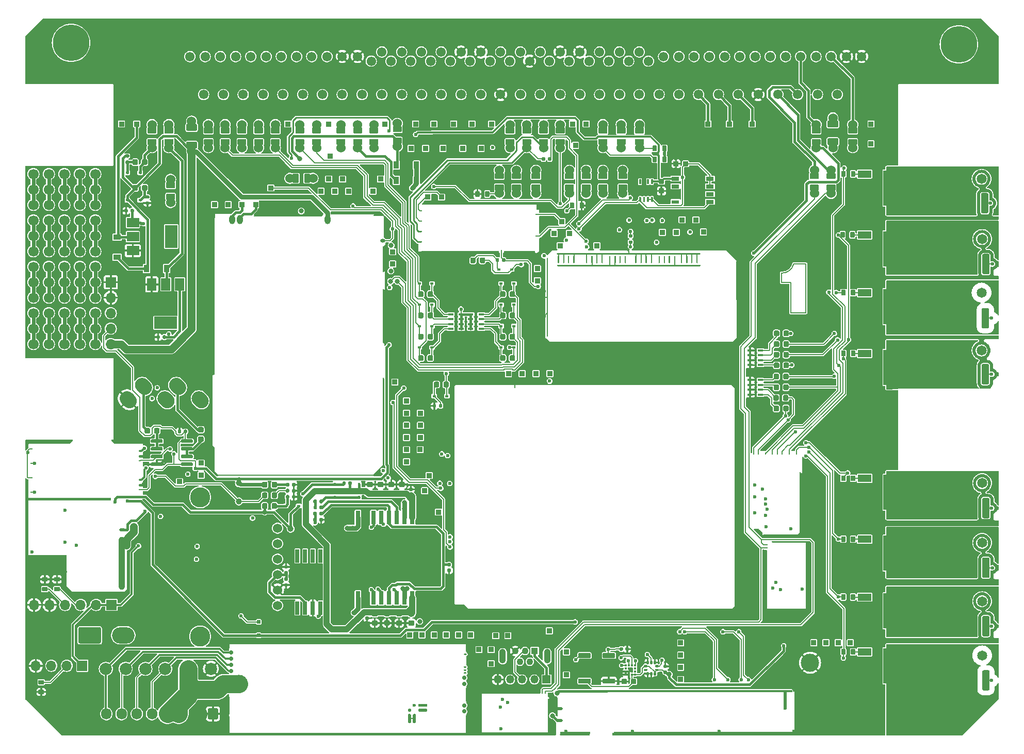
<source format=gtl>
G04 #@! TF.GenerationSoftware,KiCad,Pcbnew,8.0.9-8.0.9-0~ubuntu24.04.1*
G04 #@! TF.CreationDate,2025-03-06T20:12:39+00:00*
G04 #@! TF.ProjectId,hellen88bmw,68656c6c-656e-4383-9862-6d772e6b6963,B*
G04 #@! TF.SameCoordinates,PX3d1b110PY9269338*
G04 #@! TF.FileFunction,Copper,L1,Top*
G04 #@! TF.FilePolarity,Positive*
%FSLAX46Y46*%
G04 Gerber Fmt 4.6, Leading zero omitted, Abs format (unit mm)*
G04 Created by KiCad (PCBNEW 8.0.9-8.0.9-0~ubuntu24.04.1) date 2025-03-06 20:12:39*
%MOMM*%
%LPD*%
G01*
G04 APERTURE LIST*
G04 #@! TA.AperFunction,EtchedComponent*
%ADD10C,0.200000*%
G04 #@! TD*
G04 #@! TA.AperFunction,ComponentPad*
%ADD11C,6.000000*%
G04 #@! TD*
G04 #@! TA.AperFunction,ComponentPad*
%ADD12C,1.550000*%
G04 #@! TD*
G04 #@! TA.AperFunction,ComponentPad*
%ADD13C,1.524000*%
G04 #@! TD*
G04 #@! TA.AperFunction,SMDPad,CuDef*
%ADD14R,2.200000X1.200000*%
G04 #@! TD*
G04 #@! TA.AperFunction,SMDPad,CuDef*
%ADD15R,6.400000X5.800000*%
G04 #@! TD*
G04 #@! TA.AperFunction,ComponentPad*
%ADD16R,1.700000X1.700000*%
G04 #@! TD*
G04 #@! TA.AperFunction,ComponentPad*
%ADD17O,1.700000X1.700000*%
G04 #@! TD*
G04 #@! TA.AperFunction,SMDPad,CuDef*
%ADD18R,0.640000X2.160000*%
G04 #@! TD*
G04 #@! TA.AperFunction,ComponentPad*
%ADD19C,1.650000*%
G04 #@! TD*
G04 #@! TA.AperFunction,SMDPad,CuDef*
%ADD20R,0.600000X0.450000*%
G04 #@! TD*
G04 #@! TA.AperFunction,ComponentPad*
%ADD21R,0.850000X0.850000*%
G04 #@! TD*
G04 #@! TA.AperFunction,SMDPad,CuDef*
%ADD22R,0.900000X1.200000*%
G04 #@! TD*
G04 #@! TA.AperFunction,ComponentPad*
%ADD23R,1.350000X1.350000*%
G04 #@! TD*
G04 #@! TA.AperFunction,ComponentPad*
%ADD24O,1.350000X1.350000*%
G04 #@! TD*
G04 #@! TA.AperFunction,SMDPad,CuDef*
%ADD25C,3.000000*%
G04 #@! TD*
G04 #@! TA.AperFunction,ComponentPad*
%ADD26C,1.700000*%
G04 #@! TD*
G04 #@! TA.AperFunction,SMDPad,CuDef*
%ADD27R,0.900000X0.400000*%
G04 #@! TD*
G04 #@! TA.AperFunction,ComponentPad*
%ADD28C,2.000000*%
G04 #@! TD*
G04 #@! TA.AperFunction,SMDPad,CuDef*
%ADD29C,1.000000*%
G04 #@! TD*
G04 #@! TA.AperFunction,SMDPad,CuDef*
%ADD30R,0.800000X2.200000*%
G04 #@! TD*
G04 #@! TA.AperFunction,SMDPad,CuDef*
%ADD31R,2.032000X5.080000*%
G04 #@! TD*
G04 #@! TA.AperFunction,ComponentPad*
%ADD32C,1.300000*%
G04 #@! TD*
G04 #@! TA.AperFunction,SMDPad,CuDef*
%ADD33R,11.430000X7.620000*%
G04 #@! TD*
G04 #@! TA.AperFunction,SMDPad,CuDef*
%ADD34O,0.200000X5.669999*%
G04 #@! TD*
G04 #@! TA.AperFunction,SMDPad,CuDef*
%ADD35O,11.100001X0.200000*%
G04 #@! TD*
G04 #@! TA.AperFunction,SMDPad,CuDef*
%ADD36O,9.800001X0.399999*%
G04 #@! TD*
G04 #@! TA.AperFunction,SMDPad,CuDef*
%ADD37O,0.499999X0.250000*%
G04 #@! TD*
G04 #@! TA.AperFunction,SMDPad,CuDef*
%ADD38O,0.200000X6.799999*%
G04 #@! TD*
G04 #@! TA.AperFunction,SMDPad,CuDef*
%ADD39O,0.250000X0.499999*%
G04 #@! TD*
G04 #@! TA.AperFunction,ComponentPad*
%ADD40C,0.599999*%
G04 #@! TD*
G04 #@! TA.AperFunction,SMDPad,CuDef*
%ADD41R,0.350000X0.375000*%
G04 #@! TD*
G04 #@! TA.AperFunction,SMDPad,CuDef*
%ADD42R,0.375000X0.350000*%
G04 #@! TD*
G04 #@! TA.AperFunction,SMDPad,CuDef*
%ADD43O,0.500000X0.250000*%
G04 #@! TD*
G04 #@! TA.AperFunction,SMDPad,CuDef*
%ADD44O,0.200000X1.000000*%
G04 #@! TD*
G04 #@! TA.AperFunction,SMDPad,CuDef*
%ADD45O,5.200000X0.200000*%
G04 #@! TD*
G04 #@! TA.AperFunction,SMDPad,CuDef*
%ADD46O,17.600000X0.200000*%
G04 #@! TD*
G04 #@! TA.AperFunction,SMDPad,CuDef*
%ADD47O,12.800000X0.200000*%
G04 #@! TD*
G04 #@! TA.AperFunction,SMDPad,CuDef*
%ADD48O,0.250000X0.500000*%
G04 #@! TD*
G04 #@! TA.AperFunction,ComponentPad*
%ADD49O,3.700000X2.700000*%
G04 #@! TD*
G04 #@! TA.AperFunction,ComponentPad*
%ADD50C,0.700000*%
G04 #@! TD*
G04 #@! TA.AperFunction,SMDPad,CuDef*
%ADD51R,0.250000X3.000000*%
G04 #@! TD*
G04 #@! TA.AperFunction,SMDPad,CuDef*
%ADD52R,0.250000X3.100000*%
G04 #@! TD*
G04 #@! TA.AperFunction,SMDPad,CuDef*
%ADD53R,0.250000X2.250000*%
G04 #@! TD*
G04 #@! TA.AperFunction,SMDPad,CuDef*
%ADD54R,0.250000X1.450000*%
G04 #@! TD*
G04 #@! TA.AperFunction,SMDPad,CuDef*
%ADD55R,39.250000X0.250000*%
G04 #@! TD*
G04 #@! TA.AperFunction,SMDPad,CuDef*
%ADD56R,0.250000X2.950000*%
G04 #@! TD*
G04 #@! TA.AperFunction,SMDPad,CuDef*
%ADD57R,0.250000X0.950000*%
G04 #@! TD*
G04 #@! TA.AperFunction,SMDPad,CuDef*
%ADD58O,0.399999X7.200001*%
G04 #@! TD*
G04 #@! TA.AperFunction,SMDPad,CuDef*
%ADD59O,30.000001X0.399999*%
G04 #@! TD*
G04 #@! TA.AperFunction,SMDPad,CuDef*
%ADD60O,5.000000X0.399999*%
G04 #@! TD*
G04 #@! TA.AperFunction,SMDPad,CuDef*
%ADD61O,1.000001X0.499999*%
G04 #@! TD*
G04 #@! TA.AperFunction,SMDPad,CuDef*
%ADD62O,0.200000X3.099999*%
G04 #@! TD*
G04 #@! TA.AperFunction,SMDPad,CuDef*
%ADD63O,0.499999X2.999999*%
G04 #@! TD*
G04 #@! TA.AperFunction,SMDPad,CuDef*
%ADD64O,35.400000X0.399999*%
G04 #@! TD*
G04 #@! TA.AperFunction,ComponentPad*
%ADD65O,1.700000X1.850000*%
G04 #@! TD*
G04 #@! TA.AperFunction,SMDPad,CuDef*
%ADD66R,1.310000X0.650000*%
G04 #@! TD*
G04 #@! TA.AperFunction,SMDPad,CuDef*
%ADD67R,1.310000X0.600000*%
G04 #@! TD*
G04 #@! TA.AperFunction,SMDPad,CuDef*
%ADD68R,1.325000X1.500000*%
G04 #@! TD*
G04 #@! TA.AperFunction,ComponentPad*
%ADD69R,1.100000X1.100000*%
G04 #@! TD*
G04 #@! TA.AperFunction,ComponentPad*
%ADD70C,1.100000*%
G04 #@! TD*
G04 #@! TA.AperFunction,ComponentPad*
%ADD71O,1.100000X2.400000*%
G04 #@! TD*
G04 #@! TA.AperFunction,ComponentPad*
%ADD72C,3.302000*%
G04 #@! TD*
G04 #@! TA.AperFunction,SMDPad,CuDef*
%ADD73O,0.200000X3.600000*%
G04 #@! TD*
G04 #@! TA.AperFunction,SMDPad,CuDef*
%ADD74O,0.200000X4.249999*%
G04 #@! TD*
G04 #@! TA.AperFunction,SMDPad,CuDef*
%ADD75O,0.200000X14.399999*%
G04 #@! TD*
G04 #@! TA.AperFunction,SMDPad,CuDef*
%ADD76O,0.200000X8.824999*%
G04 #@! TD*
G04 #@! TA.AperFunction,SMDPad,CuDef*
%ADD77O,1.699999X0.200000*%
G04 #@! TD*
G04 #@! TA.AperFunction,SMDPad,CuDef*
%ADD78O,25.699999X0.200000*%
G04 #@! TD*
G04 #@! TA.AperFunction,SMDPad,CuDef*
%ADD79O,11.324999X0.200000*%
G04 #@! TD*
G04 #@! TA.AperFunction,SMDPad,CuDef*
%ADD80O,0.200000X25.849999*%
G04 #@! TD*
G04 #@! TA.AperFunction,SMDPad,CuDef*
%ADD81O,0.200000X4.149999*%
G04 #@! TD*
G04 #@! TA.AperFunction,SMDPad,CuDef*
%ADD82O,1.000001X1.500000*%
G04 #@! TD*
G04 #@! TA.AperFunction,SMDPad,CuDef*
%ADD83O,0.800001X0.599999*%
G04 #@! TD*
G04 #@! TA.AperFunction,SMDPad,CuDef*
%ADD84R,2.400000X1.600000*%
G04 #@! TD*
G04 #@! TA.AperFunction,SMDPad,CuDef*
%ADD85O,1.000001X8.744829*%
G04 #@! TD*
G04 #@! TA.AperFunction,SMDPad,CuDef*
%ADD86O,0.200000X9.199999*%
G04 #@! TD*
G04 #@! TA.AperFunction,SMDPad,CuDef*
%ADD87O,0.200000X0.499999*%
G04 #@! TD*
G04 #@! TA.AperFunction,SMDPad,CuDef*
%ADD88O,6.500000X0.200000*%
G04 #@! TD*
G04 #@! TA.AperFunction,SMDPad,CuDef*
%ADD89O,0.399999X5.399999*%
G04 #@! TD*
G04 #@! TA.AperFunction,SMDPad,CuDef*
%ADD90O,13.800000X0.200000*%
G04 #@! TD*
G04 #@! TA.AperFunction,SMDPad,CuDef*
%ADD91O,9.000000X0.399999*%
G04 #@! TD*
G04 #@! TA.AperFunction,SMDPad,CuDef*
%ADD92O,0.250000X10.200000*%
G04 #@! TD*
G04 #@! TA.AperFunction,SMDPad,CuDef*
%ADD93O,5.800001X0.250000*%
G04 #@! TD*
G04 #@! TA.AperFunction,SMDPad,CuDef*
%ADD94O,0.200000X0.399999*%
G04 #@! TD*
G04 #@! TA.AperFunction,SMDPad,CuDef*
%ADD95R,1.500000X2.000000*%
G04 #@! TD*
G04 #@! TA.AperFunction,SMDPad,CuDef*
%ADD96R,3.800000X2.000000*%
G04 #@! TD*
G04 #@! TA.AperFunction,SMDPad,CuDef*
%ADD97O,5.669999X0.200000*%
G04 #@! TD*
G04 #@! TA.AperFunction,SMDPad,CuDef*
%ADD98O,0.200000X11.100001*%
G04 #@! TD*
G04 #@! TA.AperFunction,SMDPad,CuDef*
%ADD99O,0.399999X9.800001*%
G04 #@! TD*
G04 #@! TA.AperFunction,SMDPad,CuDef*
%ADD100O,6.799999X0.200000*%
G04 #@! TD*
G04 #@! TA.AperFunction,SMDPad,CuDef*
%ADD101R,2.000000X1.500000*%
G04 #@! TD*
G04 #@! TA.AperFunction,SMDPad,CuDef*
%ADD102R,2.000000X3.800000*%
G04 #@! TD*
G04 #@! TA.AperFunction,SMDPad,CuDef*
%ADD103R,0.450000X0.600000*%
G04 #@! TD*
G04 #@! TA.AperFunction,SMDPad,CuDef*
%ADD104R,1.200000X0.900000*%
G04 #@! TD*
G04 #@! TA.AperFunction,ViaPad*
%ADD105C,0.600000*%
G04 #@! TD*
G04 #@! TA.AperFunction,ViaPad*
%ADD106C,0.800000*%
G04 #@! TD*
G04 #@! TA.AperFunction,ViaPad*
%ADD107C,1.300000*%
G04 #@! TD*
G04 #@! TA.AperFunction,ViaPad*
%ADD108C,0.812800*%
G04 #@! TD*
G04 #@! TA.AperFunction,Conductor*
%ADD109C,0.400000*%
G04 #@! TD*
G04 #@! TA.AperFunction,Conductor*
%ADD110C,0.300000*%
G04 #@! TD*
G04 #@! TA.AperFunction,Conductor*
%ADD111C,0.200000*%
G04 #@! TD*
G04 #@! TA.AperFunction,Conductor*
%ADD112C,1.000000*%
G04 #@! TD*
G04 #@! TA.AperFunction,Conductor*
%ADD113C,1.300000*%
G04 #@! TD*
G04 #@! TA.AperFunction,Conductor*
%ADD114C,0.800000*%
G04 #@! TD*
G04 #@! TA.AperFunction,Conductor*
%ADD115C,3.000000*%
G04 #@! TD*
G04 #@! TA.AperFunction,Conductor*
%ADD116C,0.600000*%
G04 #@! TD*
G04 #@! TA.AperFunction,Conductor*
%ADD117C,0.250000*%
G04 #@! TD*
G04 APERTURE END LIST*
D10*
G04 #@! TO.C,G1*
X124231349Y74530713D02*
X124231349Y76030713D01*
X124231349Y74530713D02*
X125731349Y74530713D01*
X125731349Y74530713D02*
X125731349Y69530713D01*
X125731349Y69530713D02*
X128231349Y69530713D01*
X128231349Y77530713D02*
X126231349Y77530713D01*
X128231349Y69530713D02*
X128231349Y77530713D01*
X126231349Y77530713D02*
G75*
G02*
X124231349Y76030713I-1921601J478801D01*
G01*
G04 #@! TD*
D11*
G04 #@! TO.P,PP1,*
G04 #@! TO.N,*
X7632400Y113856400D03*
X153342400Y113606400D03*
D12*
G04 #@! TO.P,PP1,1,1*
G04 #@! TO.N,Net-(JP1-Pad1)*
X27142400Y111606400D03*
G04 #@! TO.P,PP1,2,2*
G04 #@! TO.N,/OUT_ICV*
X32142400Y111606400D03*
G04 #@! TO.P,PP1,3,3*
G04 #@! TO.N,Net-(JP3-Pad1)*
X37142400Y111606400D03*
G04 #@! TO.P,PP1,4,4*
G04 #@! TO.N,Net-(JP4-Pad1)*
X42142400Y111606400D03*
G04 #@! TO.P,PP1,5,5*
G04 #@! TO.N,Net-(JP5-Pad1)*
X47142400Y111606400D03*
G04 #@! TO.P,PP1,6,6*
G04 #@! TO.N,GND*
X52142400Y111606400D03*
G04 #@! TO.P,PP1,7,7*
G04 #@! TO.N,Net-(JP7-Pad1)*
X56892400Y110856400D03*
G04 #@! TO.P,PP1,8,8*
G04 #@! TO.N,Net-(JP8-Pad1)*
X60142400Y110856400D03*
G04 #@! TO.P,PP1,9,9*
G04 #@! TO.N,unconnected-(PP1-Pad9)*
X63392400Y110856400D03*
G04 #@! TO.P,PP1,10,10*
G04 #@! TO.N,unconnected-(PP1-Pad10)*
X66642400Y110856400D03*
G04 #@! TO.P,PP1,11,11*
G04 #@! TO.N,Net-(PP1-Pad11)*
X69892400Y110856400D03*
G04 #@! TO.P,PP1,12,12*
G04 #@! TO.N,Net-(PP1-Pad12)*
X73142400Y110856400D03*
G04 #@! TO.P,PP1,13,13*
G04 #@! TO.N,Net-(PP1-Pad13)*
X76392400Y110856400D03*
G04 #@! TO.P,PP1,14,14*
G04 #@! TO.N,Net-(JP14-Pad1)*
X79642400Y110856400D03*
G04 #@! TO.P,PP1,15,15*
G04 #@! TO.N,GND*
X82892400Y110856400D03*
G04 #@! TO.P,PP1,16,16*
G04 #@! TO.N,Net-(JP16-Pad1)*
X86142400Y110856400D03*
G04 #@! TO.P,PP1,17,17*
G04 #@! TO.N,Net-(JP17-Pad1)*
X89392400Y110856400D03*
G04 #@! TO.P,PP1,18,18*
G04 #@! TO.N,Net-(PP1-Pad18)*
X92642400Y110856400D03*
G04 #@! TO.P,PP1,19,19*
G04 #@! TO.N,Net-(PP1-Pad19)*
X95892400Y110856400D03*
G04 #@! TO.P,PP1,20,20*
G04 #@! TO.N,Net-(JP20-Pad1)*
X99142400Y110856400D03*
G04 #@! TO.P,PP1,21,21*
G04 #@! TO.N,Net-(JP21-Pad1)*
X102392400Y110856400D03*
G04 #@! TO.P,PP1,22,22*
G04 #@! TO.N,/HV_7*
X107392400Y111606400D03*
G04 #@! TO.P,PP1,23,23*
G04 #@! TO.N,/HV_4*
X112392400Y111606400D03*
G04 #@! TO.P,PP1,24,24*
G04 #@! TO.N,/HV_6*
X117392400Y111606400D03*
G04 #@! TO.P,PP1,25,25*
G04 #@! TO.N,/HV_5*
X122392400Y111606400D03*
G04 #@! TO.P,PP1,26,26*
G04 #@! TO.N,Net-(JP26-Pad1)*
X127392400Y111606400D03*
G04 #@! TO.P,PP1,27,27*
G04 #@! TO.N,Net-(JP27-Pad1)*
X132392400Y111606400D03*
G04 #@! TO.P,PP1,28,28*
G04 #@! TO.N,GND*
X137392400Y111606400D03*
G04 #@! TO.P,PP1,29,29*
G04 #@! TO.N,Net-(JP29-Pad1)*
X29642400Y111606400D03*
G04 #@! TO.P,PP1,30,30*
G04 #@! TO.N,Net-(PP1-Pad30)*
X34642400Y111606400D03*
G04 #@! TO.P,PP1,31,31*
G04 #@! TO.N,Net-(JP31-Pad1)*
X39642400Y111606400D03*
G04 #@! TO.P,PP1,32,32*
G04 #@! TO.N,Net-(JP32-Pad1)*
X44642400Y111606400D03*
G04 #@! TO.P,PP1,33,33*
G04 #@! TO.N,Net-(JP33-Pad1)*
X49642400Y111606400D03*
G04 #@! TO.P,PP1,34,34*
G04 #@! TO.N,GND*
X54642400Y111606400D03*
G04 #@! TO.P,PP1,35,35*
G04 #@! TO.N,Net-(JP35-Pad1)*
X58642400Y112356400D03*
G04 #@! TO.P,PP1,36,36*
G04 #@! TO.N,Net-(JP36-Pad1)*
X61892400Y112356400D03*
G04 #@! TO.P,PP1,37,37*
G04 #@! TO.N,Net-(PP1-Pad37)*
X65142400Y112356400D03*
G04 #@! TO.P,PP1,38,38*
G04 #@! TO.N,Net-(PP1-Pad38)*
X68392400Y112356400D03*
G04 #@! TO.P,PP1,39,39*
G04 #@! TO.N,GND*
X71642400Y112356400D03*
G04 #@! TO.P,PP1,40,40*
X74892400Y112356400D03*
G04 #@! TO.P,PP1,41,41*
G04 #@! TO.N,Net-(JP41-Pad1)*
X78142400Y112356400D03*
G04 #@! TO.P,PP1,42,42*
G04 #@! TO.N,Net-(JP42-Pad1)*
X81392400Y112356400D03*
G04 #@! TO.P,PP1,43,43*
G04 #@! TO.N,Net-(JP43-Pad1)*
X84642400Y112356400D03*
G04 #@! TO.P,PP1,44,44*
G04 #@! TO.N,GND*
X87892400Y112356400D03*
G04 #@! TO.P,PP1,45,45*
X91142400Y112356400D03*
G04 #@! TO.P,PP1,46,46*
G04 #@! TO.N,Net-(JP46-Pad1)*
X94392400Y112356400D03*
G04 #@! TO.P,PP1,47,47*
G04 #@! TO.N,Net-(JP47-Pad1)*
X97642400Y112356400D03*
G04 #@! TO.P,PP1,48,48*
G04 #@! TO.N,Net-(JP48-Pad1)*
X100892400Y112356400D03*
G04 #@! TO.P,PP1,49,49*
G04 #@! TO.N,/HV_8*
X104892400Y111606400D03*
G04 #@! TO.P,PP1,50,50*
G04 #@! TO.N,/HV_1*
X109892400Y111606400D03*
G04 #@! TO.P,PP1,51,51*
G04 #@! TO.N,/HV_2*
X114892400Y111606400D03*
G04 #@! TO.P,PP1,52,52*
G04 #@! TO.N,/HV_3*
X119892400Y111606400D03*
G04 #@! TO.P,PP1,53,53*
G04 #@! TO.N,unconnected-(PP1-Pad53)*
X124892400Y111606400D03*
G04 #@! TO.P,PP1,54,54*
G04 #@! TO.N,Net-(JP54-Pad1)*
X129892400Y111606400D03*
G04 #@! TO.P,PP1,55,55*
G04 #@! TO.N,GND*
X134892400Y111606400D03*
G04 #@! TO.P,PP1,56,56*
G04 #@! TO.N,Net-(JP2-Pad1)*
X29392400Y105356400D03*
G04 #@! TO.P,PP1,57,57*
G04 #@! TO.N,unconnected-(PP1-Pad57)*
X32642400Y105356400D03*
G04 #@! TO.P,PP1,58,58*
G04 #@! TO.N,unconnected-(PP1-Pad58)*
X35892400Y105356400D03*
G04 #@! TO.P,PP1,59,59*
G04 #@! TO.N,Net-(JP59-Pad1)*
X39142400Y105356400D03*
G04 #@! TO.P,PP1,60,60*
G04 #@! TO.N,Net-(PP1-Pad60)*
X42392400Y105356400D03*
G04 #@! TO.P,PP1,61,61*
G04 #@! TO.N,unconnected-(PP1-Pad61)*
X45642400Y105356400D03*
G04 #@! TO.P,PP1,62,62*
G04 #@! TO.N,Net-(PP1-Pad62)*
X48892400Y105356400D03*
G04 #@! TO.P,PP1,63,63*
G04 #@! TO.N,unconnected-(PP1-Pad63)*
X52142400Y105356400D03*
G04 #@! TO.P,PP1,64,64*
G04 #@! TO.N,Net-(PP1-Pad64)*
X55392400Y105356400D03*
G04 #@! TO.P,PP1,65,65*
G04 #@! TO.N,Net-(PP1-Pad65)*
X58642400Y105356400D03*
G04 #@! TO.P,PP1,66,66*
G04 #@! TO.N,Net-(PP1-Pad66)*
X61892400Y105356400D03*
G04 #@! TO.P,PP1,67,67*
G04 #@! TO.N,Net-(PP1-Pad67)*
X65142400Y105356400D03*
G04 #@! TO.P,PP1,68,68*
G04 #@! TO.N,Net-(PP1-Pad68)*
X68392400Y105356400D03*
G04 #@! TO.P,PP1,69,69*
G04 #@! TO.N,/IN_KNOCK1_RAW*
X71642400Y105356400D03*
G04 #@! TO.P,PP1,70,70*
G04 #@! TO.N,/IN_KNOCK2_RAW*
X74892400Y105356400D03*
G04 #@! TO.P,PP1,71,71*
G04 #@! TO.N,GND*
X78142400Y105356400D03*
G04 #@! TO.P,PP1,72,72*
G04 #@! TO.N,unconnected-(PP1-Pad72)*
X81392400Y105356400D03*
G04 #@! TO.P,PP1,73,73*
G04 #@! TO.N,Net-(JP73-Pad1)*
X84642400Y105356400D03*
G04 #@! TO.P,PP1,74,74*
G04 #@! TO.N,unconnected-(PP1-Pad74)*
X87892400Y105356400D03*
G04 #@! TO.P,PP1,75,75*
G04 #@! TO.N,unconnected-(PP1-Pad75)*
X91142400Y105356400D03*
G04 #@! TO.P,PP1,76,76*
G04 #@! TO.N,unconnected-(PP1-Pad76)*
X94392400Y105356400D03*
G04 #@! TO.P,PP1,77,77*
G04 #@! TO.N,Net-(JP77-Pad1)*
X97642400Y105356400D03*
G04 #@! TO.P,PP1,78,78*
G04 #@! TO.N,Net-(JP78-Pad1)*
X100892400Y105356400D03*
G04 #@! TO.P,PP1,79,79*
G04 #@! TO.N,unconnected-(PP1-Pad79)*
X104142400Y105356400D03*
G04 #@! TO.P,PP1,80,80*
G04 #@! TO.N,unconnected-(PP1-Pad80)*
X107392400Y105356400D03*
G04 #@! TO.P,PP1,81,81*
G04 #@! TO.N,Net-(PP1-Pad81)*
X110642400Y105356400D03*
G04 #@! TO.P,PP1,82,82*
G04 #@! TO.N,Net-(PP1-Pad82)*
X113892400Y105356400D03*
G04 #@! TO.P,PP1,83,83*
G04 #@! TO.N,Net-(PP1-Pad83)*
X117142400Y105356400D03*
G04 #@! TO.P,PP1,84,84*
G04 #@! TO.N,GND*
X120392400Y105356400D03*
G04 #@! TO.P,PP1,85,85*
G04 #@! TO.N,Net-(JP85-Pad1)*
X123642400Y105356400D03*
G04 #@! TO.P,PP1,86,86*
G04 #@! TO.N,Net-(JP86-Pad1)*
X126892400Y105356400D03*
G04 #@! TO.P,PP1,87,87*
G04 #@! TO.N,Net-(PP1-Pad87)*
X130142400Y105356400D03*
G04 #@! TO.P,PP1,88,88*
G04 #@! TO.N,Net-(PP1-Pad88)*
X133392400Y105356400D03*
G04 #@! TD*
D13*
G04 #@! TO.P,JP1,1,1*
G04 #@! TO.N,Net-(JP1-Pad1)*
X20926000Y100428000D03*
G04 #@! TA.AperFunction,SMDPad,CuDef*
G36*
G01*
X20301000Y99973001D02*
X21551000Y99973001D01*
G75*
G02*
X21651000Y99873001I0J-100000D01*
G01*
X21651000Y99073001D01*
G75*
G02*
X21551000Y98973001I-100000J0D01*
G01*
X20301000Y98973001D01*
G75*
G02*
X20201000Y99073001I0J100000D01*
G01*
X20201000Y99873001D01*
G75*
G02*
X20301000Y99973001I100000J0D01*
G01*
G37*
G04 #@! TD.AperFunction*
G04 #@! TO.P,JP1,2,2*
G04 #@! TO.N,/OUT_FUEL_PUMP_RELAY*
G04 #@! TA.AperFunction,SMDPad,CuDef*
G36*
G01*
X20301000Y98072979D02*
X21551000Y98072979D01*
G75*
G02*
X21651000Y97972979I0J-100000D01*
G01*
X21651000Y97172979D01*
G75*
G02*
X21551000Y97072979I-100000J0D01*
G01*
X20301000Y97072979D01*
G75*
G02*
X20201000Y97172979I0J100000D01*
G01*
X20201000Y97972979D01*
G75*
G02*
X20301000Y98072979I100000J0D01*
G01*
G37*
G04 #@! TD.AperFunction*
X20926000Y96618000D03*
G04 #@! TD*
G04 #@! TO.P,JP3,1,1*
G04 #@! TO.N,Net-(JP3-Pad1)*
X30176000Y100428000D03*
G04 #@! TA.AperFunction,SMDPad,CuDef*
G36*
G01*
X29551000Y99973001D02*
X30801000Y99973001D01*
G75*
G02*
X30901000Y99873001I0J-100000D01*
G01*
X30901000Y99073001D01*
G75*
G02*
X30801000Y98973001I-100000J0D01*
G01*
X29551000Y98973001D01*
G75*
G02*
X29451000Y99073001I0J100000D01*
G01*
X29451000Y99873001D01*
G75*
G02*
X29551000Y99973001I100000J0D01*
G01*
G37*
G04 #@! TD.AperFunction*
G04 #@! TO.P,JP3,2,2*
G04 #@! TO.N,/OUT_INJ5*
G04 #@! TA.AperFunction,SMDPad,CuDef*
G36*
G01*
X29551000Y98072979D02*
X30801000Y98072979D01*
G75*
G02*
X30901000Y97972979I0J-100000D01*
G01*
X30901000Y97172979D01*
G75*
G02*
X30801000Y97072979I-100000J0D01*
G01*
X29551000Y97072979D01*
G75*
G02*
X29451000Y97172979I0J100000D01*
G01*
X29451000Y97972979D01*
G75*
G02*
X29551000Y98072979I100000J0D01*
G01*
G37*
G04 #@! TD.AperFunction*
X30176000Y96618000D03*
G04 #@! TD*
G04 #@! TO.P,JP4,1,1*
G04 #@! TO.N,Net-(JP4-Pad1)*
X35676000Y100428000D03*
G04 #@! TA.AperFunction,SMDPad,CuDef*
G36*
G01*
X35051000Y99973001D02*
X36301000Y99973001D01*
G75*
G02*
X36401000Y99873001I0J-100000D01*
G01*
X36401000Y99073001D01*
G75*
G02*
X36301000Y98973001I-100000J0D01*
G01*
X35051000Y98973001D01*
G75*
G02*
X34951000Y99073001I0J100000D01*
G01*
X34951000Y99873001D01*
G75*
G02*
X35051000Y99973001I100000J0D01*
G01*
G37*
G04 #@! TD.AperFunction*
G04 #@! TO.P,JP4,2,2*
G04 #@! TO.N,/OUT_INJ6*
G04 #@! TA.AperFunction,SMDPad,CuDef*
G36*
G01*
X35051000Y98072979D02*
X36301000Y98072979D01*
G75*
G02*
X36401000Y97972979I0J-100000D01*
G01*
X36401000Y97172979D01*
G75*
G02*
X36301000Y97072979I-100000J0D01*
G01*
X35051000Y97072979D01*
G75*
G02*
X34951000Y97172979I0J100000D01*
G01*
X34951000Y97972979D01*
G75*
G02*
X35051000Y98072979I100000J0D01*
G01*
G37*
G04 #@! TD.AperFunction*
X35676000Y96618000D03*
G04 #@! TD*
G04 #@! TO.P,JP5,1,1*
G04 #@! TO.N,Net-(JP5-Pad1)*
X45176000Y100428000D03*
G04 #@! TA.AperFunction,SMDPad,CuDef*
G36*
G01*
X44551000Y99973001D02*
X45801000Y99973001D01*
G75*
G02*
X45901000Y99873001I0J-100000D01*
G01*
X45901000Y99073001D01*
G75*
G02*
X45801000Y98973001I-100000J0D01*
G01*
X44551000Y98973001D01*
G75*
G02*
X44451000Y99073001I0J100000D01*
G01*
X44451000Y99873001D01*
G75*
G02*
X44551000Y99973001I100000J0D01*
G01*
G37*
G04 #@! TD.AperFunction*
G04 #@! TO.P,JP5,2,2*
G04 #@! TO.N,/OUT_INJ4*
G04 #@! TA.AperFunction,SMDPad,CuDef*
G36*
G01*
X44551000Y98072979D02*
X45801000Y98072979D01*
G75*
G02*
X45901000Y97972979I0J-100000D01*
G01*
X45901000Y97172979D01*
G75*
G02*
X45801000Y97072979I-100000J0D01*
G01*
X44551000Y97072979D01*
G75*
G02*
X44451000Y97172979I0J100000D01*
G01*
X44451000Y97972979D01*
G75*
G02*
X44551000Y98072979I100000J0D01*
G01*
G37*
G04 #@! TD.AperFunction*
X45176000Y96618000D03*
G04 #@! TD*
G04 #@! TO.P,JP7,1,1*
G04 #@! TO.N,Net-(JP7-Pad1)*
X51926000Y100428000D03*
G04 #@! TA.AperFunction,SMDPad,CuDef*
G36*
G01*
X51301000Y99973001D02*
X52551000Y99973001D01*
G75*
G02*
X52651000Y99873001I0J-100000D01*
G01*
X52651000Y99073001D01*
G75*
G02*
X52551000Y98973001I-100000J0D01*
G01*
X51301000Y98973001D01*
G75*
G02*
X51201000Y99073001I0J100000D01*
G01*
X51201000Y99873001D01*
G75*
G02*
X51301000Y99973001I100000J0D01*
G01*
G37*
G04 #@! TD.AperFunction*
G04 #@! TO.P,JP7,2,2*
G04 #@! TO.N,/OUT_INJ7*
G04 #@! TA.AperFunction,SMDPad,CuDef*
G36*
G01*
X51301000Y98072979D02*
X52551000Y98072979D01*
G75*
G02*
X52651000Y97972979I0J-100000D01*
G01*
X52651000Y97172979D01*
G75*
G02*
X52551000Y97072979I-100000J0D01*
G01*
X51301000Y97072979D01*
G75*
G02*
X51201000Y97172979I0J100000D01*
G01*
X51201000Y97972979D01*
G75*
G02*
X51301000Y98072979I100000J0D01*
G01*
G37*
G04 #@! TD.AperFunction*
X51926000Y96618000D03*
G04 #@! TD*
G04 #@! TO.P,JP16,1,1*
G04 #@! TO.N,Net-(JP16-Pad1)*
X85176000Y100428000D03*
G04 #@! TA.AperFunction,SMDPad,CuDef*
G36*
G01*
X84551000Y99973001D02*
X85801000Y99973001D01*
G75*
G02*
X85901000Y99873001I0J-100000D01*
G01*
X85901000Y99073001D01*
G75*
G02*
X85801000Y98973001I-100000J0D01*
G01*
X84551000Y98973001D01*
G75*
G02*
X84451000Y99073001I0J100000D01*
G01*
X84451000Y99873001D01*
G75*
G02*
X84551000Y99973001I100000J0D01*
G01*
G37*
G04 #@! TD.AperFunction*
G04 #@! TO.P,JP16,2,2*
G04 #@! TO.N,/IN_CRANK-*
G04 #@! TA.AperFunction,SMDPad,CuDef*
G36*
G01*
X84551000Y98072979D02*
X85801000Y98072979D01*
G75*
G02*
X85901000Y97972979I0J-100000D01*
G01*
X85901000Y97172979D01*
G75*
G02*
X85801000Y97072979I-100000J0D01*
G01*
X84551000Y97072979D01*
G75*
G02*
X84451000Y97172979I0J100000D01*
G01*
X84451000Y97972979D01*
G75*
G02*
X84551000Y98072979I100000J0D01*
G01*
G37*
G04 #@! TD.AperFunction*
X85176000Y96618000D03*
G04 #@! TD*
G04 #@! TO.P,JP17,1,1*
G04 #@! TO.N,Net-(JP17-Pad1)*
X87926000Y100428000D03*
G04 #@! TA.AperFunction,SMDPad,CuDef*
G36*
G01*
X87301000Y99973001D02*
X88551000Y99973001D01*
G75*
G02*
X88651000Y99873001I0J-100000D01*
G01*
X88651000Y99073001D01*
G75*
G02*
X88551000Y98973001I-100000J0D01*
G01*
X87301000Y98973001D01*
G75*
G02*
X87201000Y99073001I0J100000D01*
G01*
X87201000Y99873001D01*
G75*
G02*
X87301000Y99973001I100000J0D01*
G01*
G37*
G04 #@! TD.AperFunction*
G04 #@! TO.P,JP17,2,2*
G04 #@! TO.N,/IN_CAM*
G04 #@! TA.AperFunction,SMDPad,CuDef*
G36*
G01*
X87301000Y98072979D02*
X88551000Y98072979D01*
G75*
G02*
X88651000Y97972979I0J-100000D01*
G01*
X88651000Y97172979D01*
G75*
G02*
X88551000Y97072979I-100000J0D01*
G01*
X87301000Y97072979D01*
G75*
G02*
X87201000Y97172979I0J100000D01*
G01*
X87201000Y97972979D01*
G75*
G02*
X87301000Y98072979I100000J0D01*
G01*
G37*
G04 #@! TD.AperFunction*
X87926000Y96618000D03*
G04 #@! TD*
G04 #@! TO.P,JP20,1,1*
G04 #@! TO.N,Net-(JP20-Pad1)*
X94926000Y92928000D03*
G04 #@! TA.AperFunction,SMDPad,CuDef*
G36*
G01*
X94301000Y92473001D02*
X95551000Y92473001D01*
G75*
G02*
X95651000Y92373001I0J-100000D01*
G01*
X95651000Y91573001D01*
G75*
G02*
X95551000Y91473001I-100000J0D01*
G01*
X94301000Y91473001D01*
G75*
G02*
X94201000Y91573001I0J100000D01*
G01*
X94201000Y92373001D01*
G75*
G02*
X94301000Y92473001I100000J0D01*
G01*
G37*
G04 #@! TD.AperFunction*
G04 #@! TO.P,JP20,2,2*
G04 #@! TO.N,/USBP*
G04 #@! TA.AperFunction,SMDPad,CuDef*
G36*
G01*
X94301000Y90572979D02*
X95551000Y90572979D01*
G75*
G02*
X95651000Y90472979I0J-100000D01*
G01*
X95651000Y89672979D01*
G75*
G02*
X95551000Y89572979I-100000J0D01*
G01*
X94301000Y89572979D01*
G75*
G02*
X94201000Y89672979I0J100000D01*
G01*
X94201000Y90472979D01*
G75*
G02*
X94301000Y90572979I100000J0D01*
G01*
G37*
G04 #@! TD.AperFunction*
X94926000Y89118000D03*
G04 #@! TD*
G04 #@! TO.P,JP21,1,1*
G04 #@! TO.N,Net-(JP21-Pad1)*
X98176000Y92928000D03*
G04 #@! TA.AperFunction,SMDPad,CuDef*
G36*
G01*
X97551000Y92473001D02*
X98801000Y92473001D01*
G75*
G02*
X98901000Y92373001I0J-100000D01*
G01*
X98901000Y91573001D01*
G75*
G02*
X98801000Y91473001I-100000J0D01*
G01*
X97551000Y91473001D01*
G75*
G02*
X97451000Y91573001I0J100000D01*
G01*
X97451000Y92373001D01*
G75*
G02*
X97551000Y92473001I100000J0D01*
G01*
G37*
G04 #@! TD.AperFunction*
G04 #@! TO.P,JP21,2,2*
G04 #@! TO.N,/USBM*
G04 #@! TA.AperFunction,SMDPad,CuDef*
G36*
G01*
X97551000Y90572979D02*
X98801000Y90572979D01*
G75*
G02*
X98901000Y90472979I0J-100000D01*
G01*
X98901000Y89672979D01*
G75*
G02*
X98801000Y89572979I-100000J0D01*
G01*
X97551000Y89572979D01*
G75*
G02*
X97451000Y89672979I0J100000D01*
G01*
X97451000Y90472979D01*
G75*
G02*
X97551000Y90572979I100000J0D01*
G01*
G37*
G04 #@! TD.AperFunction*
X98176000Y89118000D03*
G04 #@! TD*
G04 #@! TO.P,JP26,1,1*
G04 #@! TO.N,Net-(JP26-Pad1)*
X129926000Y100428000D03*
G04 #@! TA.AperFunction,SMDPad,CuDef*
G36*
G01*
X129301000Y99973001D02*
X130551000Y99973001D01*
G75*
G02*
X130651000Y99873001I0J-100000D01*
G01*
X130651000Y99073001D01*
G75*
G02*
X130551000Y98973001I-100000J0D01*
G01*
X129301000Y98973001D01*
G75*
G02*
X129201000Y99073001I0J100000D01*
G01*
X129201000Y99873001D01*
G75*
G02*
X129301000Y99973001I100000J0D01*
G01*
G37*
G04 #@! TD.AperFunction*
G04 #@! TO.P,JP26,2,2*
G04 #@! TO.N,/V12_PERM*
G04 #@! TA.AperFunction,SMDPad,CuDef*
G36*
G01*
X129301000Y98072979D02*
X130551000Y98072979D01*
G75*
G02*
X130651000Y97972979I0J-100000D01*
G01*
X130651000Y97172979D01*
G75*
G02*
X130551000Y97072979I-100000J0D01*
G01*
X129301000Y97072979D01*
G75*
G02*
X129201000Y97172979I0J100000D01*
G01*
X129201000Y97972979D01*
G75*
G02*
X129301000Y98072979I100000J0D01*
G01*
G37*
G04 #@! TD.AperFunction*
X129926000Y96618000D03*
G04 #@! TD*
G04 #@! TO.P,JP27,1,1*
G04 #@! TO.N,Net-(JP27-Pad1)*
X135926000Y100428000D03*
G04 #@! TA.AperFunction,SMDPad,CuDef*
G36*
G01*
X135301000Y99973001D02*
X136551000Y99973001D01*
G75*
G02*
X136651000Y99873001I0J-100000D01*
G01*
X136651000Y99073001D01*
G75*
G02*
X136551000Y98973001I-100000J0D01*
G01*
X135301000Y98973001D01*
G75*
G02*
X135201000Y99073001I0J100000D01*
G01*
X135201000Y99873001D01*
G75*
G02*
X135301000Y99973001I100000J0D01*
G01*
G37*
G04 #@! TD.AperFunction*
G04 #@! TO.P,JP27,2,2*
G04 #@! TO.N,/OUT_MAIN_RELAY*
G04 #@! TA.AperFunction,SMDPad,CuDef*
G36*
G01*
X135301000Y98072979D02*
X136551000Y98072979D01*
G75*
G02*
X136651000Y97972979I0J-100000D01*
G01*
X136651000Y97172979D01*
G75*
G02*
X136551000Y97072979I-100000J0D01*
G01*
X135301000Y97072979D01*
G75*
G02*
X135201000Y97172979I0J100000D01*
G01*
X135201000Y97972979D01*
G75*
G02*
X135301000Y98072979I100000J0D01*
G01*
G37*
G04 #@! TD.AperFunction*
X135926000Y96618000D03*
G04 #@! TD*
G04 #@! TO.P,JP29,1,1*
G04 #@! TO.N,Net-(JP29-Pad1)*
X23676000Y100428000D03*
G04 #@! TA.AperFunction,SMDPad,CuDef*
G36*
G01*
X23051000Y99973001D02*
X24301000Y99973001D01*
G75*
G02*
X24401000Y99873001I0J-100000D01*
G01*
X24401000Y99073001D01*
G75*
G02*
X24301000Y98973001I-100000J0D01*
G01*
X23051000Y98973001D01*
G75*
G02*
X22951000Y99073001I0J100000D01*
G01*
X22951000Y99873001D01*
G75*
G02*
X23051000Y99973001I100000J0D01*
G01*
G37*
G04 #@! TD.AperFunction*
G04 #@! TO.P,JP29,2,2*
G04 #@! TO.N,/OUT_IDLE*
G04 #@! TA.AperFunction,SMDPad,CuDef*
G36*
G01*
X23051000Y98072979D02*
X24301000Y98072979D01*
G75*
G02*
X24401000Y97972979I0J-100000D01*
G01*
X24401000Y97172979D01*
G75*
G02*
X24301000Y97072979I-100000J0D01*
G01*
X23051000Y97072979D01*
G75*
G02*
X22951000Y97172979I0J100000D01*
G01*
X22951000Y97972979D01*
G75*
G02*
X23051000Y98072979I100000J0D01*
G01*
G37*
G04 #@! TD.AperFunction*
X23676000Y96618000D03*
G04 #@! TD*
G04 #@! TO.P,JP31,1,1*
G04 #@! TO.N,Net-(JP31-Pad1)*
X32926000Y100428000D03*
G04 #@! TA.AperFunction,SMDPad,CuDef*
G36*
G01*
X32301000Y99973001D02*
X33551000Y99973001D01*
G75*
G02*
X33651000Y99873001I0J-100000D01*
G01*
X33651000Y99073001D01*
G75*
G02*
X33551000Y98973001I-100000J0D01*
G01*
X32301000Y98973001D01*
G75*
G02*
X32201000Y99073001I0J100000D01*
G01*
X32201000Y99873001D01*
G75*
G02*
X32301000Y99973001I100000J0D01*
G01*
G37*
G04 #@! TD.AperFunction*
G04 #@! TO.P,JP31,2,2*
G04 #@! TO.N,/OUT_INJ3*
G04 #@! TA.AperFunction,SMDPad,CuDef*
G36*
G01*
X32301000Y98072979D02*
X33551000Y98072979D01*
G75*
G02*
X33651000Y97972979I0J-100000D01*
G01*
X33651000Y97172979D01*
G75*
G02*
X33551000Y97072979I-100000J0D01*
G01*
X32301000Y97072979D01*
G75*
G02*
X32201000Y97172979I0J100000D01*
G01*
X32201000Y97972979D01*
G75*
G02*
X32301000Y98072979I100000J0D01*
G01*
G37*
G04 #@! TD.AperFunction*
X32926000Y96618000D03*
G04 #@! TD*
G04 #@! TO.P,JP32,1,1*
G04 #@! TO.N,Net-(JP32-Pad1)*
X41176000Y100428000D03*
G04 #@! TA.AperFunction,SMDPad,CuDef*
G36*
G01*
X40551000Y99973001D02*
X41801000Y99973001D01*
G75*
G02*
X41901000Y99873001I0J-100000D01*
G01*
X41901000Y99073001D01*
G75*
G02*
X41801000Y98973001I-100000J0D01*
G01*
X40551000Y98973001D01*
G75*
G02*
X40451000Y99073001I0J100000D01*
G01*
X40451000Y99873001D01*
G75*
G02*
X40551000Y99973001I100000J0D01*
G01*
G37*
G04 #@! TD.AperFunction*
G04 #@! TO.P,JP32,2,2*
G04 #@! TO.N,/OUT_INJ2*
G04 #@! TA.AperFunction,SMDPad,CuDef*
G36*
G01*
X40551000Y98072979D02*
X41801000Y98072979D01*
G75*
G02*
X41901000Y97972979I0J-100000D01*
G01*
X41901000Y97172979D01*
G75*
G02*
X41801000Y97072979I-100000J0D01*
G01*
X40551000Y97072979D01*
G75*
G02*
X40451000Y97172979I0J100000D01*
G01*
X40451000Y97972979D01*
G75*
G02*
X40551000Y98072979I100000J0D01*
G01*
G37*
G04 #@! TD.AperFunction*
X41176000Y96618000D03*
G04 #@! TD*
G04 #@! TO.P,JP33,1,1*
G04 #@! TO.N,Net-(JP33-Pad1)*
X47926000Y100428000D03*
G04 #@! TA.AperFunction,SMDPad,CuDef*
G36*
G01*
X47301000Y99973001D02*
X48551000Y99973001D01*
G75*
G02*
X48651000Y99873001I0J-100000D01*
G01*
X48651000Y99073001D01*
G75*
G02*
X48551000Y98973001I-100000J0D01*
G01*
X47301000Y98973001D01*
G75*
G02*
X47201000Y99073001I0J100000D01*
G01*
X47201000Y99873001D01*
G75*
G02*
X47301000Y99973001I100000J0D01*
G01*
G37*
G04 #@! TD.AperFunction*
G04 #@! TO.P,JP33,2,2*
G04 #@! TO.N,/OUT_INJ1*
G04 #@! TA.AperFunction,SMDPad,CuDef*
G36*
G01*
X47301000Y98072979D02*
X48551000Y98072979D01*
G75*
G02*
X48651000Y97972979I0J-100000D01*
G01*
X48651000Y97172979D01*
G75*
G02*
X48551000Y97072979I-100000J0D01*
G01*
X47301000Y97072979D01*
G75*
G02*
X47201000Y97172979I0J100000D01*
G01*
X47201000Y97972979D01*
G75*
G02*
X47301000Y98072979I100000J0D01*
G01*
G37*
G04 #@! TD.AperFunction*
X47926000Y96618000D03*
G04 #@! TD*
G04 #@! TO.P,JP35,1,1*
G04 #@! TO.N,Net-(JP35-Pad1)*
X57326000Y100428000D03*
G04 #@! TA.AperFunction,SMDPad,CuDef*
G36*
G01*
X56701000Y99973001D02*
X57951000Y99973001D01*
G75*
G02*
X58051000Y99873001I0J-100000D01*
G01*
X58051000Y99073001D01*
G75*
G02*
X57951000Y98973001I-100000J0D01*
G01*
X56701000Y98973001D01*
G75*
G02*
X56601000Y99073001I0J100000D01*
G01*
X56601000Y99873001D01*
G75*
G02*
X56701000Y99973001I100000J0D01*
G01*
G37*
G04 #@! TD.AperFunction*
G04 #@! TO.P,JP35,2,2*
G04 #@! TO.N,/OUT_INJ8*
G04 #@! TA.AperFunction,SMDPad,CuDef*
G36*
G01*
X56701000Y98072979D02*
X57951000Y98072979D01*
G75*
G02*
X58051000Y97972979I0J-100000D01*
G01*
X58051000Y97172979D01*
G75*
G02*
X57951000Y97072979I-100000J0D01*
G01*
X56701000Y97072979D01*
G75*
G02*
X56601000Y97172979I0J100000D01*
G01*
X56601000Y97972979D01*
G75*
G02*
X56701000Y98072979I100000J0D01*
G01*
G37*
G04 #@! TD.AperFunction*
X57326000Y96618000D03*
G04 #@! TD*
G04 #@! TO.P,JP41,1,1*
G04 #@! TO.N,Net-(JP41-Pad1)*
X77926000Y92928000D03*
G04 #@! TA.AperFunction,SMDPad,CuDef*
G36*
G01*
X77301000Y92473001D02*
X78551000Y92473001D01*
G75*
G02*
X78651000Y92373001I0J-100000D01*
G01*
X78651000Y91573001D01*
G75*
G02*
X78551000Y91473001I-100000J0D01*
G01*
X77301000Y91473001D01*
G75*
G02*
X77201000Y91573001I0J100000D01*
G01*
X77201000Y92373001D01*
G75*
G02*
X77301000Y92473001I100000J0D01*
G01*
G37*
G04 #@! TD.AperFunction*
G04 #@! TO.P,JP41,2,2*
G04 #@! TO.N,/IN_MAF*
G04 #@! TA.AperFunction,SMDPad,CuDef*
G36*
G01*
X77301000Y90572979D02*
X78551000Y90572979D01*
G75*
G02*
X78651000Y90472979I0J-100000D01*
G01*
X78651000Y89672979D01*
G75*
G02*
X78551000Y89572979I-100000J0D01*
G01*
X77301000Y89572979D01*
G75*
G02*
X77201000Y89672979I0J100000D01*
G01*
X77201000Y90472979D01*
G75*
G02*
X77301000Y90572979I100000J0D01*
G01*
G37*
G04 #@! TD.AperFunction*
X77926000Y89118000D03*
G04 #@! TD*
G04 #@! TO.P,JP42,1,1*
G04 #@! TO.N,Net-(JP42-Pad1)*
X80726000Y92928000D03*
G04 #@! TA.AperFunction,SMDPad,CuDef*
G36*
G01*
X80101000Y92473001D02*
X81351000Y92473001D01*
G75*
G02*
X81451000Y92373001I0J-100000D01*
G01*
X81451000Y91573001D01*
G75*
G02*
X81351000Y91473001I-100000J0D01*
G01*
X80101000Y91473001D01*
G75*
G02*
X80001000Y91573001I0J100000D01*
G01*
X80001000Y92373001D01*
G75*
G02*
X80101000Y92473001I100000J0D01*
G01*
G37*
G04 #@! TD.AperFunction*
G04 #@! TO.P,JP42,2,2*
G04 #@! TO.N,/IN_VSS*
G04 #@! TA.AperFunction,SMDPad,CuDef*
G36*
G01*
X80101000Y90572979D02*
X81351000Y90572979D01*
G75*
G02*
X81451000Y90472979I0J-100000D01*
G01*
X81451000Y89672979D01*
G75*
G02*
X81351000Y89572979I-100000J0D01*
G01*
X80101000Y89572979D01*
G75*
G02*
X80001000Y89672979I0J100000D01*
G01*
X80001000Y90472979D01*
G75*
G02*
X80101000Y90572979I100000J0D01*
G01*
G37*
G04 #@! TD.AperFunction*
X80726000Y89118000D03*
G04 #@! TD*
G04 #@! TO.P,JP43,1,1*
G04 #@! TO.N,Net-(JP43-Pad1)*
X82426000Y100428000D03*
G04 #@! TA.AperFunction,SMDPad,CuDef*
G36*
G01*
X81801000Y99973001D02*
X83051000Y99973001D01*
G75*
G02*
X83151000Y99873001I0J-100000D01*
G01*
X83151000Y99073001D01*
G75*
G02*
X83051000Y98973001I-100000J0D01*
G01*
X81801000Y98973001D01*
G75*
G02*
X81701000Y99073001I0J100000D01*
G01*
X81701000Y99873001D01*
G75*
G02*
X81801000Y99973001I100000J0D01*
G01*
G37*
G04 #@! TD.AperFunction*
G04 #@! TO.P,JP43,2,2*
G04 #@! TO.N,/IN_CRANK+*
G04 #@! TA.AperFunction,SMDPad,CuDef*
G36*
G01*
X81801000Y98072979D02*
X83051000Y98072979D01*
G75*
G02*
X83151000Y97972979I0J-100000D01*
G01*
X83151000Y97172979D01*
G75*
G02*
X83051000Y97072979I-100000J0D01*
G01*
X81801000Y97072979D01*
G75*
G02*
X81701000Y97172979I0J100000D01*
G01*
X81701000Y97972979D01*
G75*
G02*
X81801000Y98072979I100000J0D01*
G01*
G37*
G04 #@! TD.AperFunction*
X82426000Y96618000D03*
G04 #@! TD*
G04 #@! TO.P,JP46,1,1*
G04 #@! TO.N,Net-(JP46-Pad1)*
X89426000Y92928000D03*
G04 #@! TA.AperFunction,SMDPad,CuDef*
G36*
G01*
X88801000Y92473001D02*
X90051000Y92473001D01*
G75*
G02*
X90151000Y92373001I0J-100000D01*
G01*
X90151000Y91573001D01*
G75*
G02*
X90051000Y91473001I-100000J0D01*
G01*
X88801000Y91473001D01*
G75*
G02*
X88701000Y91573001I0J100000D01*
G01*
X88701000Y92373001D01*
G75*
G02*
X88801000Y92473001I100000J0D01*
G01*
G37*
G04 #@! TD.AperFunction*
G04 #@! TO.P,JP46,2,2*
G04 #@! TO.N,/OUT_FUEL_CONSUM*
G04 #@! TA.AperFunction,SMDPad,CuDef*
G36*
G01*
X88801000Y90572979D02*
X90051000Y90572979D01*
G75*
G02*
X90151000Y90472979I0J-100000D01*
G01*
X90151000Y89672979D01*
G75*
G02*
X90051000Y89572979I-100000J0D01*
G01*
X88801000Y89572979D01*
G75*
G02*
X88701000Y89672979I0J100000D01*
G01*
X88701000Y90472979D01*
G75*
G02*
X88801000Y90572979I100000J0D01*
G01*
G37*
G04 #@! TD.AperFunction*
X89426000Y89118000D03*
G04 #@! TD*
G04 #@! TO.P,JP47,1,1*
G04 #@! TO.N,Net-(JP47-Pad1)*
X92176000Y92928000D03*
G04 #@! TA.AperFunction,SMDPad,CuDef*
G36*
G01*
X91551000Y92473001D02*
X92801000Y92473001D01*
G75*
G02*
X92901000Y92373001I0J-100000D01*
G01*
X92901000Y91573001D01*
G75*
G02*
X92801000Y91473001I-100000J0D01*
G01*
X91551000Y91473001D01*
G75*
G02*
X91451000Y91573001I0J100000D01*
G01*
X91451000Y92373001D01*
G75*
G02*
X91551000Y92473001I100000J0D01*
G01*
G37*
G04 #@! TD.AperFunction*
G04 #@! TO.P,JP47,2,2*
G04 #@! TO.N,/OUT_TACH*
G04 #@! TA.AperFunction,SMDPad,CuDef*
G36*
G01*
X91551000Y90572979D02*
X92801000Y90572979D01*
G75*
G02*
X92901000Y90472979I0J-100000D01*
G01*
X92901000Y89672979D01*
G75*
G02*
X92801000Y89572979I-100000J0D01*
G01*
X91551000Y89572979D01*
G75*
G02*
X91451000Y89672979I0J100000D01*
G01*
X91451000Y90472979D01*
G75*
G02*
X91551000Y90572979I100000J0D01*
G01*
G37*
G04 #@! TD.AperFunction*
X92176000Y89118000D03*
G04 #@! TD*
G04 #@! TO.P,JP54,1,1*
G04 #@! TO.N,Net-(JP54-Pad1)*
X132676000Y101523000D03*
G04 #@! TA.AperFunction,SMDPad,CuDef*
G36*
G01*
X131776000Y100178010D02*
X131776000Y100868010D01*
G75*
G02*
X132006000Y101098010I230000J0D01*
G01*
X133346000Y101098010D01*
G75*
G02*
X133576000Y100868010I0J-230000D01*
G01*
X133576000Y100178010D01*
G75*
G02*
X133346000Y99948010I-230000J0D01*
G01*
X132006000Y99948010D01*
G75*
G02*
X131776000Y100178010I0J230000D01*
G01*
G37*
G04 #@! TD.AperFunction*
G04 #@! TO.P,JP54,2,2*
G04 #@! TO.N,+12V_RAW*
G04 #@! TA.AperFunction,SMDPad,CuDef*
G36*
G01*
X131776000Y97277990D02*
X131776000Y97967990D01*
G75*
G02*
X132006000Y98197990I230000J0D01*
G01*
X133346000Y98197990D01*
G75*
G02*
X133576000Y97967990I0J-230000D01*
G01*
X133576000Y97277990D01*
G75*
G02*
X133346000Y97047990I-230000J0D01*
G01*
X132006000Y97047990D01*
G75*
G02*
X131776000Y97277990I0J230000D01*
G01*
G37*
G04 #@! TD.AperFunction*
X132676000Y96623000D03*
G04 #@! TD*
G04 #@! TO.P,JP56,1,1*
G04 #@! TO.N,Net-(JP2-Pad1)*
X27426000Y100973000D03*
G04 #@! TA.AperFunction,SMDPad,CuDef*
G36*
G01*
X26526000Y99628010D02*
X26526000Y100318010D01*
G75*
G02*
X26756000Y100548010I230000J0D01*
G01*
X28096000Y100548010D01*
G75*
G02*
X28326000Y100318010I0J-230000D01*
G01*
X28326000Y99628010D01*
G75*
G02*
X28096000Y99398010I-230000J0D01*
G01*
X26756000Y99398010D01*
G75*
G02*
X26526000Y99628010I0J230000D01*
G01*
G37*
G04 #@! TD.AperFunction*
G04 #@! TO.P,JP56,2,2*
G04 #@! TO.N,+12V_RAW*
G04 #@! TA.AperFunction,SMDPad,CuDef*
G36*
G01*
X26526000Y96727990D02*
X26526000Y97417990D01*
G75*
G02*
X26756000Y97647990I230000J0D01*
G01*
X28096000Y97647990D01*
G75*
G02*
X28326000Y97417990I0J-230000D01*
G01*
X28326000Y96727990D01*
G75*
G02*
X28096000Y96497990I-230000J0D01*
G01*
X26756000Y96497990D01*
G75*
G02*
X26526000Y96727990I0J230000D01*
G01*
G37*
G04 #@! TD.AperFunction*
X27426000Y96073000D03*
G04 #@! TD*
G04 #@! TO.P,JP73,1,1*
G04 #@! TO.N,Net-(JP73-Pad1)*
X83926000Y92928000D03*
G04 #@! TA.AperFunction,SMDPad,CuDef*
G36*
G01*
X83301000Y92473001D02*
X84551000Y92473001D01*
G75*
G02*
X84651000Y92373001I0J-100000D01*
G01*
X84651000Y91573001D01*
G75*
G02*
X84551000Y91473001I-100000J0D01*
G01*
X83301000Y91473001D01*
G75*
G02*
X83201000Y91573001I0J100000D01*
G01*
X83201000Y92373001D01*
G75*
G02*
X83301000Y92473001I100000J0D01*
G01*
G37*
G04 #@! TD.AperFunction*
G04 #@! TO.P,JP73,2,2*
G04 #@! TO.N,/IN_TPS*
G04 #@! TA.AperFunction,SMDPad,CuDef*
G36*
G01*
X83301000Y90572979D02*
X84551000Y90572979D01*
G75*
G02*
X84651000Y90472979I0J-100000D01*
G01*
X84651000Y89672979D01*
G75*
G02*
X84551000Y89572979I-100000J0D01*
G01*
X83301000Y89572979D01*
G75*
G02*
X83201000Y89672979I0J100000D01*
G01*
X83201000Y90472979D01*
G75*
G02*
X83301000Y90572979I100000J0D01*
G01*
G37*
G04 #@! TD.AperFunction*
X83926000Y89118000D03*
G04 #@! TD*
G04 #@! TO.P,JP77,1,1*
G04 #@! TO.N,Net-(JP77-Pad1)*
X94926000Y100428000D03*
G04 #@! TA.AperFunction,SMDPad,CuDef*
G36*
G01*
X94301000Y99973001D02*
X95551000Y99973001D01*
G75*
G02*
X95651000Y99873001I0J-100000D01*
G01*
X95651000Y99073001D01*
G75*
G02*
X95551000Y98973001I-100000J0D01*
G01*
X94301000Y98973001D01*
G75*
G02*
X94201000Y99073001I0J100000D01*
G01*
X94201000Y99873001D01*
G75*
G02*
X94301000Y99973001I100000J0D01*
G01*
G37*
G04 #@! TD.AperFunction*
G04 #@! TO.P,JP77,2,2*
G04 #@! TO.N,/IN_IAT*
G04 #@! TA.AperFunction,SMDPad,CuDef*
G36*
G01*
X94301000Y98072979D02*
X95551000Y98072979D01*
G75*
G02*
X95651000Y97972979I0J-100000D01*
G01*
X95651000Y97172979D01*
G75*
G02*
X95551000Y97072979I-100000J0D01*
G01*
X94301000Y97072979D01*
G75*
G02*
X94201000Y97172979I0J100000D01*
G01*
X94201000Y97972979D01*
G75*
G02*
X94301000Y98072979I100000J0D01*
G01*
G37*
G04 #@! TD.AperFunction*
X94926000Y96618000D03*
G04 #@! TD*
G04 #@! TO.P,JP78,1,1*
G04 #@! TO.N,Net-(JP78-Pad1)*
X100926000Y100428000D03*
G04 #@! TA.AperFunction,SMDPad,CuDef*
G36*
G01*
X100301000Y99973001D02*
X101551000Y99973001D01*
G75*
G02*
X101651000Y99873001I0J-100000D01*
G01*
X101651000Y99073001D01*
G75*
G02*
X101551000Y98973001I-100000J0D01*
G01*
X100301000Y98973001D01*
G75*
G02*
X100201000Y99073001I0J100000D01*
G01*
X100201000Y99873001D01*
G75*
G02*
X100301000Y99973001I100000J0D01*
G01*
G37*
G04 #@! TD.AperFunction*
G04 #@! TO.P,JP78,2,2*
G04 #@! TO.N,/IN_CLT*
G04 #@! TA.AperFunction,SMDPad,CuDef*
G36*
G01*
X100301000Y98072979D02*
X101551000Y98072979D01*
G75*
G02*
X101651000Y97972979I0J-100000D01*
G01*
X101651000Y97172979D01*
G75*
G02*
X101551000Y97072979I-100000J0D01*
G01*
X100301000Y97072979D01*
G75*
G02*
X100201000Y97172979I0J100000D01*
G01*
X100201000Y97972979D01*
G75*
G02*
X100301000Y98072979I100000J0D01*
G01*
G37*
G04 #@! TD.AperFunction*
X100926000Y96618000D03*
G04 #@! TD*
G04 #@! TO.P,JP85,1,1*
G04 #@! TO.N,Net-(JP85-Pad1)*
X132376000Y92928000D03*
G04 #@! TA.AperFunction,SMDPad,CuDef*
G36*
G01*
X131751000Y92473001D02*
X133001000Y92473001D01*
G75*
G02*
X133101000Y92373001I0J-100000D01*
G01*
X133101000Y91573001D01*
G75*
G02*
X133001000Y91473001I-100000J0D01*
G01*
X131751000Y91473001D01*
G75*
G02*
X131651000Y91573001I0J100000D01*
G01*
X131651000Y92373001D01*
G75*
G02*
X131751000Y92473001I100000J0D01*
G01*
G37*
G04 #@! TD.AperFunction*
G04 #@! TO.P,JP85,2,2*
G04 #@! TO.N,/CAN-*
G04 #@! TA.AperFunction,SMDPad,CuDef*
G36*
G01*
X131751000Y90572979D02*
X133001000Y90572979D01*
G75*
G02*
X133101000Y90472979I0J-100000D01*
G01*
X133101000Y89672979D01*
G75*
G02*
X133001000Y89572979I-100000J0D01*
G01*
X131751000Y89572979D01*
G75*
G02*
X131651000Y89672979I0J100000D01*
G01*
X131651000Y90472979D01*
G75*
G02*
X131751000Y90572979I100000J0D01*
G01*
G37*
G04 #@! TD.AperFunction*
X132376000Y89118000D03*
G04 #@! TD*
G04 #@! TO.P,JP86,1,1*
G04 #@! TO.N,Net-(JP86-Pad1)*
X129626000Y92928000D03*
G04 #@! TA.AperFunction,SMDPad,CuDef*
G36*
G01*
X129001000Y92473001D02*
X130251000Y92473001D01*
G75*
G02*
X130351000Y92373001I0J-100000D01*
G01*
X130351000Y91573001D01*
G75*
G02*
X130251000Y91473001I-100000J0D01*
G01*
X129001000Y91473001D01*
G75*
G02*
X128901000Y91573001I0J100000D01*
G01*
X128901000Y92373001D01*
G75*
G02*
X129001000Y92473001I100000J0D01*
G01*
G37*
G04 #@! TD.AperFunction*
G04 #@! TO.P,JP86,2,2*
G04 #@! TO.N,/CAN+*
G04 #@! TA.AperFunction,SMDPad,CuDef*
G36*
G01*
X129001000Y90572979D02*
X130251000Y90572979D01*
G75*
G02*
X130351000Y90472979I0J-100000D01*
G01*
X130351000Y89672979D01*
G75*
G02*
X130251000Y89572979I-100000J0D01*
G01*
X129001000Y89572979D01*
G75*
G02*
X128901000Y89672979I0J100000D01*
G01*
X128901000Y90472979D01*
G75*
G02*
X129001000Y90572979I100000J0D01*
G01*
G37*
G04 #@! TD.AperFunction*
X129626000Y89118000D03*
G04 #@! TD*
G04 #@! TO.P,JP59,1,1*
G04 #@! TO.N,Net-(JP59-Pad1)*
X38426000Y100428000D03*
G04 #@! TA.AperFunction,SMDPad,CuDef*
G36*
G01*
X37801000Y99973001D02*
X39051000Y99973001D01*
G75*
G02*
X39151000Y99873001I0J-100000D01*
G01*
X39151000Y99073001D01*
G75*
G02*
X39051000Y98973001I-100000J0D01*
G01*
X37801000Y98973001D01*
G75*
G02*
X37701000Y99073001I0J100000D01*
G01*
X37701000Y99873001D01*
G75*
G02*
X37801000Y99973001I100000J0D01*
G01*
G37*
G04 #@! TD.AperFunction*
G04 #@! TO.P,JP59,2,2*
G04 #@! TO.N,+5VP*
G04 #@! TA.AperFunction,SMDPad,CuDef*
G36*
G01*
X37801000Y98072979D02*
X39051000Y98072979D01*
G75*
G02*
X39151000Y97972979I0J-100000D01*
G01*
X39151000Y97172979D01*
G75*
G02*
X39051000Y97072979I-100000J0D01*
G01*
X37801000Y97072979D01*
G75*
G02*
X37701000Y97172979I0J100000D01*
G01*
X37701000Y97972979D01*
G75*
G02*
X37801000Y98072979I100000J0D01*
G01*
G37*
G04 #@! TD.AperFunction*
X38426000Y96618000D03*
G04 #@! TD*
D14*
G04 #@! TO.P,Q1,1,G*
G04 #@! TO.N,Net-(Q1-Pad1)*
X137874800Y32303000D03*
D15*
G04 #@! TO.P,Q1,2,C*
G04 #@! TO.N,/COIL_1*
X144174800Y30023000D03*
D14*
G04 #@! TO.P,Q1,3,E*
G04 #@! TO.N,GND*
X137874800Y27743000D03*
G04 #@! TD*
G04 #@! TO.P,Q6,1,G*
G04 #@! TO.N,Net-(Q6-Pad1)*
X137874800Y92303000D03*
D15*
G04 #@! TO.P,Q6,2,C*
G04 #@! TO.N,/COIL_5*
X144174800Y90023000D03*
D14*
G04 #@! TO.P,Q6,3,E*
G04 #@! TO.N,GND*
X137874800Y87743000D03*
G04 #@! TD*
G04 #@! TO.P,Q2,1,G*
G04 #@! TO.N,Net-(Q2-Pad1)*
X137874800Y42303000D03*
D15*
G04 #@! TO.P,Q2,2,C*
G04 #@! TO.N,/COIL_4*
X144174800Y40023000D03*
D14*
G04 #@! TO.P,Q2,3,E*
G04 #@! TO.N,GND*
X137874800Y37743000D03*
G04 #@! TD*
G04 #@! TO.P,Q5,1,G*
G04 #@! TO.N,Net-(Q5-Pad1)*
X137874800Y82303000D03*
D15*
G04 #@! TO.P,Q5,2,C*
G04 #@! TO.N,/COIL_3*
X144174800Y80023000D03*
D14*
G04 #@! TO.P,Q5,3,E*
G04 #@! TO.N,GND*
X137874800Y77743000D03*
G04 #@! TD*
G04 #@! TO.P,Q3,1,G*
G04 #@! TO.N,Net-(Q3-Pad1)*
X137874800Y62803000D03*
D15*
G04 #@! TO.P,Q3,2,C*
G04 #@! TO.N,/COIL_2*
X144174800Y60523000D03*
D14*
G04 #@! TO.P,Q3,3,E*
G04 #@! TO.N,GND*
X137874800Y58243000D03*
G04 #@! TD*
G04 #@! TO.P,Q4,1,G*
G04 #@! TO.N,Net-(Q4-Pad1)*
X137874800Y72803000D03*
D15*
G04 #@! TO.P,Q4,2,C*
G04 #@! TO.N,/COIL_6*
X144174800Y70523000D03*
D14*
G04 #@! TO.P,Q4,3,E*
G04 #@! TO.N,GND*
X137874800Y68243000D03*
G04 #@! TD*
G04 #@! TO.P,C1,1*
G04 #@! TO.N,+5VA*
G04 #@! TA.AperFunction,SMDPad,CuDef*
G36*
G01*
X42756000Y26033000D02*
X43096000Y26033000D01*
G75*
G02*
X43236000Y25893000I0J-140000D01*
G01*
X43236000Y25613000D01*
G75*
G02*
X43096000Y25473000I-140000J0D01*
G01*
X42756000Y25473000D01*
G75*
G02*
X42616000Y25613000I0J140000D01*
G01*
X42616000Y25893000D01*
G75*
G02*
X42756000Y26033000I140000J0D01*
G01*
G37*
G04 #@! TD.AperFunction*
G04 #@! TO.P,C1,2*
G04 #@! TO.N,GND*
G04 #@! TA.AperFunction,SMDPad,CuDef*
G36*
G01*
X42756000Y25073000D02*
X43096000Y25073000D01*
G75*
G02*
X43236000Y24933000I0J-140000D01*
G01*
X43236000Y24653000D01*
G75*
G02*
X43096000Y24513000I-140000J0D01*
G01*
X42756000Y24513000D01*
G75*
G02*
X42616000Y24653000I0J140000D01*
G01*
X42616000Y24933000D01*
G75*
G02*
X42756000Y25073000I140000J0D01*
G01*
G37*
G04 #@! TD.AperFunction*
G04 #@! TD*
G04 #@! TO.P,C2,1*
G04 #@! TO.N,+5VA*
G04 #@! TA.AperFunction,SMDPad,CuDef*
G36*
G01*
X43096000Y26513000D02*
X42756000Y26513000D01*
G75*
G02*
X42616000Y26653000I0J140000D01*
G01*
X42616000Y26933000D01*
G75*
G02*
X42756000Y27073000I140000J0D01*
G01*
X43096000Y27073000D01*
G75*
G02*
X43236000Y26933000I0J-140000D01*
G01*
X43236000Y26653000D01*
G75*
G02*
X43096000Y26513000I-140000J0D01*
G01*
G37*
G04 #@! TD.AperFunction*
G04 #@! TO.P,C2,2*
G04 #@! TO.N,GND*
G04 #@! TA.AperFunction,SMDPad,CuDef*
G36*
G01*
X43096000Y27473000D02*
X42756000Y27473000D01*
G75*
G02*
X42616000Y27613000I0J140000D01*
G01*
X42616000Y27893000D01*
G75*
G02*
X42756000Y28033000I140000J0D01*
G01*
X43096000Y28033000D01*
G75*
G02*
X43236000Y27893000I0J-140000D01*
G01*
X43236000Y27613000D01*
G75*
G02*
X43096000Y27473000I-140000J0D01*
G01*
G37*
G04 #@! TD.AperFunction*
G04 #@! TD*
D16*
G04 #@! TO.P,J4,1,Pin_1*
G04 #@! TO.N,GND*
X14158000Y74529000D03*
D17*
G04 #@! TO.P,J4,2,Pin_2*
X14158000Y71989000D03*
G04 #@! TO.P,J4,3,Pin_3*
G04 #@! TO.N,+3V3*
X14158000Y69449000D03*
G04 #@! TO.P,J4,4,Pin_4*
G04 #@! TO.N,+5V*
X14158000Y66909000D03*
G04 #@! TO.P,J4,5,Pin_5*
G04 #@! TO.N,+12V_RAW*
X14158000Y64369000D03*
G04 #@! TD*
D18*
G04 #@! TO.P,U1,1,NC*
G04 #@! TO.N,unconnected-(U1-Pad1)*
X44771000Y21003000D03*
G04 #@! TO.P,U1,2,Vcc*
G04 #@! TO.N,+5VA*
X46041000Y21003000D03*
G04 #@! TO.P,U1,3,GND*
G04 #@! TO.N,GND*
X47311000Y21003000D03*
G04 #@! TO.P,U1,4,Vout*
G04 #@! TO.N,Net-(M7-PadS19)*
X48581000Y21003000D03*
G04 #@! TO.P,U1,5,NC*
G04 #@! TO.N,unconnected-(U1-Pad5)*
X48581000Y29543000D03*
G04 #@! TO.P,U1,6,NC*
G04 #@! TO.N,unconnected-(U1-Pad6)*
X47311000Y29543000D03*
G04 #@! TO.P,U1,7,NC*
G04 #@! TO.N,unconnected-(U1-Pad7)*
X46041000Y29543000D03*
G04 #@! TO.P,U1,8,NC*
G04 #@! TO.N,unconnected-(U1-Pad8)*
X44771000Y29543000D03*
G04 #@! TD*
G04 #@! TO.P,R1,1*
G04 #@! TO.N,GND*
G04 #@! TA.AperFunction,SMDPad,CuDef*
G36*
G01*
X16396000Y86088000D02*
X16396000Y86458000D01*
G75*
G02*
X16531000Y86593000I135000J0D01*
G01*
X16801000Y86593000D01*
G75*
G02*
X16936000Y86458000I0J-135000D01*
G01*
X16936000Y86088000D01*
G75*
G02*
X16801000Y85953000I-135000J0D01*
G01*
X16531000Y85953000D01*
G75*
G02*
X16396000Y86088000I0J135000D01*
G01*
G37*
G04 #@! TD.AperFunction*
G04 #@! TO.P,R1,2*
G04 #@! TO.N,/ICV*
G04 #@! TA.AperFunction,SMDPad,CuDef*
G36*
G01*
X17416000Y86088000D02*
X17416000Y86458000D01*
G75*
G02*
X17551000Y86593000I135000J0D01*
G01*
X17821000Y86593000D01*
G75*
G02*
X17956000Y86458000I0J-135000D01*
G01*
X17956000Y86088000D01*
G75*
G02*
X17821000Y85953000I-135000J0D01*
G01*
X17551000Y85953000D01*
G75*
G02*
X17416000Y86088000I0J135000D01*
G01*
G37*
G04 #@! TD.AperFunction*
G04 #@! TD*
D19*
G04 #@! TO.P,F3,1,1*
G04 #@! TO.N,/HV_6*
X157066000Y72823000D03*
G04 #@! TO.P,F3,2,2*
G04 #@! TO.N,/COIL_6*
X151986000Y72823000D03*
G04 #@! TD*
D20*
G04 #@! TO.P,D14,1,K*
G04 #@! TO.N,Net-(D14-Pad1)*
X66876000Y70823000D03*
G04 #@! TO.P,D14,2,A*
G04 #@! TO.N,/OUT_INJ2*
X64776000Y70823000D03*
G04 #@! TD*
G04 #@! TO.P,R10,1*
G04 #@! TO.N,/COIL_7*
G04 #@! TA.AperFunction,SMDPad,CuDef*
G36*
G01*
X151251000Y16598000D02*
X151251000Y19448000D01*
G75*
G02*
X151501000Y19698000I250000J0D01*
G01*
X152226000Y19698000D01*
G75*
G02*
X152476000Y19448000I0J-250000D01*
G01*
X152476000Y16598000D01*
G75*
G02*
X152226000Y16348000I-250000J0D01*
G01*
X151501000Y16348000D01*
G75*
G02*
X151251000Y16598000I0J250000D01*
G01*
G37*
G04 #@! TD.AperFunction*
G04 #@! TO.P,R10,2*
G04 #@! TO.N,/OUT_IGN7*
G04 #@! TA.AperFunction,SMDPad,CuDef*
G36*
G01*
X157176000Y16598000D02*
X157176000Y19448000D01*
G75*
G02*
X157426000Y19698000I250000J0D01*
G01*
X158151000Y19698000D01*
G75*
G02*
X158401000Y19448000I0J-250000D01*
G01*
X158401000Y16598000D01*
G75*
G02*
X158151000Y16348000I-250000J0D01*
G01*
X157426000Y16348000D01*
G75*
G02*
X157176000Y16598000I0J250000D01*
G01*
G37*
G04 #@! TD.AperFunction*
G04 #@! TD*
G04 #@! TO.P,D23,1,K*
G04 #@! TO.N,Net-(D23-Pad1)*
G04 #@! TA.AperFunction,SMDPad,CuDef*
G36*
G01*
X122988500Y65866750D02*
X122988500Y66379250D01*
G75*
G02*
X123207250Y66598000I218750J0D01*
G01*
X123644750Y66598000D01*
G75*
G02*
X123863500Y66379250I0J-218750D01*
G01*
X123863500Y65866750D01*
G75*
G02*
X123644750Y65648000I-218750J0D01*
G01*
X123207250Y65648000D01*
G75*
G02*
X122988500Y65866750I0J218750D01*
G01*
G37*
G04 #@! TD.AperFunction*
G04 #@! TO.P,D23,2,A*
G04 #@! TO.N,/OUT_IGN1*
G04 #@! TA.AperFunction,SMDPad,CuDef*
G36*
G01*
X124563500Y65866750D02*
X124563500Y66379250D01*
G75*
G02*
X124782250Y66598000I218750J0D01*
G01*
X125219750Y66598000D01*
G75*
G02*
X125438500Y66379250I0J-218750D01*
G01*
X125438500Y65866750D01*
G75*
G02*
X125219750Y65648000I-218750J0D01*
G01*
X124782250Y65648000D01*
G75*
G02*
X124563500Y65866750I0J218750D01*
G01*
G37*
G04 #@! TD.AperFunction*
G04 #@! TD*
D21*
G04 #@! TO.P,VIN16,1,Pin_1*
G04 #@! TO.N,Net-(M7-PadE4)*
X84176000Y76773000D03*
G04 #@! TD*
G04 #@! TO.P,D25,1,K*
G04 #@! TO.N,/OUT_INJ3*
G04 #@! TA.AperFunction,SMDPad,CuDef*
G36*
G01*
X64601000Y65316750D02*
X64601000Y65829250D01*
G75*
G02*
X64819750Y66048000I218750J0D01*
G01*
X65257250Y66048000D01*
G75*
G02*
X65476000Y65829250I0J-218750D01*
G01*
X65476000Y65316750D01*
G75*
G02*
X65257250Y65098000I-218750J0D01*
G01*
X64819750Y65098000D01*
G75*
G02*
X64601000Y65316750I0J218750D01*
G01*
G37*
G04 #@! TD.AperFunction*
G04 #@! TO.P,D25,2,A*
G04 #@! TO.N,Net-(D25-Pad2)*
G04 #@! TA.AperFunction,SMDPad,CuDef*
G36*
G01*
X66176000Y65316750D02*
X66176000Y65829250D01*
G75*
G02*
X66394750Y66048000I218750J0D01*
G01*
X66832250Y66048000D01*
G75*
G02*
X67051000Y65829250I0J-218750D01*
G01*
X67051000Y65316750D01*
G75*
G02*
X66832250Y65098000I-218750J0D01*
G01*
X66394750Y65098000D01*
G75*
G02*
X66176000Y65316750I0J218750D01*
G01*
G37*
G04 #@! TD.AperFunction*
G04 #@! TD*
D22*
G04 #@! TO.P,D10,1,K*
G04 #@! TO.N,+12V_RAW*
X20026000Y76773000D03*
G04 #@! TO.P,D10,2,A*
G04 #@! TO.N,/OUT_IDLE*
X23326000Y76773000D03*
G04 #@! TD*
D23*
G04 #@! TO.P,J2,1,Pin_1*
G04 #@! TO.N,/VBUS*
X85676000Y9273000D03*
D24*
G04 #@! TO.P,J2,2,Pin_2*
G04 #@! TO.N,/USBM*
X83676000Y9273000D03*
G04 #@! TO.P,J2,3,Pin_3*
G04 #@! TO.N,/USBP*
X81676000Y9273000D03*
G04 #@! TO.P,J2,4,Pin_4*
G04 #@! TO.N,unconnected-(J2-Pad4)*
X79676000Y9273000D03*
G04 #@! TO.P,J2,5,Pin_5*
G04 #@! TO.N,GND*
X77676000Y9273000D03*
G04 #@! TD*
D25*
G04 #@! TO.P,TP4,1,1*
G04 #@! TO.N,GND*
X128926000Y12023000D03*
G04 #@! TD*
G04 #@! TO.P,D27,1,K*
G04 #@! TO.N,/OUT_INJ7*
G04 #@! TA.AperFunction,SMDPad,CuDef*
G36*
G01*
X80501000Y69329250D02*
X80501000Y68816750D01*
G75*
G02*
X80282250Y68598000I-218750J0D01*
G01*
X79844750Y68598000D01*
G75*
G02*
X79626000Y68816750I0J218750D01*
G01*
X79626000Y69329250D01*
G75*
G02*
X79844750Y69548000I218750J0D01*
G01*
X80282250Y69548000D01*
G75*
G02*
X80501000Y69329250I0J-218750D01*
G01*
G37*
G04 #@! TD.AperFunction*
G04 #@! TO.P,D27,2,A*
G04 #@! TO.N,Net-(D27-Pad2)*
G04 #@! TA.AperFunction,SMDPad,CuDef*
G36*
G01*
X78926000Y69329250D02*
X78926000Y68816750D01*
G75*
G02*
X78707250Y68598000I-218750J0D01*
G01*
X78269750Y68598000D01*
G75*
G02*
X78051000Y68816750I0J218750D01*
G01*
X78051000Y69329250D01*
G75*
G02*
X78269750Y69548000I218750J0D01*
G01*
X78707250Y69548000D01*
G75*
G02*
X78926000Y69329250I0J-218750D01*
G01*
G37*
G04 #@! TD.AperFunction*
G04 #@! TD*
D21*
G04 #@! TO.P,VIN5,1,Pin_1*
G04 #@! TO.N,Net-(M7-PadS9)*
X93926000Y80523000D03*
G04 #@! TD*
G04 #@! TO.P,VOUT27,1,Pin_1*
G04 #@! TO.N,Net-(M9-PadW39)*
X28976000Y44823000D03*
G04 #@! TD*
G04 #@! TO.P,MMCU14,1,Pin_1*
G04 #@! TO.N,Net-(M11-PadE16)*
X67926000Y36773000D03*
G04 #@! TD*
G04 #@! TO.P,R6,1*
G04 #@! TO.N,/IN_CRANK-*
G04 #@! TA.AperFunction,SMDPad,CuDef*
G36*
G01*
X99291000Y82403000D02*
X99661000Y82403000D01*
G75*
G02*
X99796000Y82268000I0J-135000D01*
G01*
X99796000Y81998000D01*
G75*
G02*
X99661000Y81863000I-135000J0D01*
G01*
X99291000Y81863000D01*
G75*
G02*
X99156000Y81998000I0J135000D01*
G01*
X99156000Y82268000D01*
G75*
G02*
X99291000Y82403000I135000J0D01*
G01*
G37*
G04 #@! TD.AperFunction*
G04 #@! TO.P,R6,2*
G04 #@! TO.N,/VREF1*
G04 #@! TA.AperFunction,SMDPad,CuDef*
G36*
G01*
X99291000Y81383000D02*
X99661000Y81383000D01*
G75*
G02*
X99796000Y81248000I0J-135000D01*
G01*
X99796000Y80978000D01*
G75*
G02*
X99661000Y80843000I-135000J0D01*
G01*
X99291000Y80843000D01*
G75*
G02*
X99156000Y80978000I0J135000D01*
G01*
X99156000Y81248000D01*
G75*
G02*
X99291000Y81383000I135000J0D01*
G01*
G37*
G04 #@! TD.AperFunction*
G04 #@! TD*
G04 #@! TO.P,MMCU4,1,Pin_1*
G04 #@! TO.N,Net-(M11-PadN6)*
X131526001Y15323000D03*
G04 #@! TD*
G04 #@! TO.P,MMCU31,1,Pin_1*
G04 #@! TO.N,Net-(M11-PadE13)*
X63226000Y16573000D03*
G04 #@! TD*
G04 #@! TO.P,C13,1*
G04 #@! TO.N,+12V_RAW*
G04 #@! TA.AperFunction,SMDPad,CuDef*
G36*
G01*
X61231000Y20528000D02*
X61731000Y20528000D01*
G75*
G02*
X61956000Y20303000I0J-225000D01*
G01*
X61956000Y19853000D01*
G75*
G02*
X61731000Y19628000I-225000J0D01*
G01*
X61231000Y19628000D01*
G75*
G02*
X61006000Y19853000I0J225000D01*
G01*
X61006000Y20303000D01*
G75*
G02*
X61231000Y20528000I225000J0D01*
G01*
G37*
G04 #@! TD.AperFunction*
G04 #@! TO.P,C13,2*
G04 #@! TO.N,GND*
G04 #@! TA.AperFunction,SMDPad,CuDef*
G36*
G01*
X61231000Y18978000D02*
X61731000Y18978000D01*
G75*
G02*
X61956000Y18753000I0J-225000D01*
G01*
X61956000Y18303000D01*
G75*
G02*
X61731000Y18078000I-225000J0D01*
G01*
X61231000Y18078000D01*
G75*
G02*
X61006000Y18303000I0J225000D01*
G01*
X61006000Y18753000D01*
G75*
G02*
X61231000Y18978000I225000J0D01*
G01*
G37*
G04 #@! TD.AperFunction*
G04 #@! TD*
G04 #@! TO.P,cr8,1,Pin_1*
G04 #@! TO.N,Net-(PP1-Pad30)*
X15926000Y100523000D03*
G04 #@! TD*
G04 #@! TO.P,D29,1,K*
G04 #@! TO.N,/OUT_INJ4*
G04 #@! TA.AperFunction,SMDPad,CuDef*
G36*
G01*
X64601000Y61816750D02*
X64601000Y62329250D01*
G75*
G02*
X64819750Y62548000I218750J0D01*
G01*
X65257250Y62548000D01*
G75*
G02*
X65476000Y62329250I0J-218750D01*
G01*
X65476000Y61816750D01*
G75*
G02*
X65257250Y61598000I-218750J0D01*
G01*
X64819750Y61598000D01*
G75*
G02*
X64601000Y61816750I0J218750D01*
G01*
G37*
G04 #@! TD.AperFunction*
G04 #@! TO.P,D29,2,A*
G04 #@! TO.N,Net-(D29-Pad2)*
G04 #@! TA.AperFunction,SMDPad,CuDef*
G36*
G01*
X66176000Y61816750D02*
X66176000Y62329250D01*
G75*
G02*
X66394750Y62548000I218750J0D01*
G01*
X66832250Y62548000D01*
G75*
G02*
X67051000Y62329250I0J-218750D01*
G01*
X67051000Y61816750D01*
G75*
G02*
X66832250Y61598000I-218750J0D01*
G01*
X66394750Y61598000D01*
G75*
G02*
X66176000Y61816750I0J218750D01*
G01*
G37*
G04 #@! TD.AperFunction*
G04 #@! TD*
D20*
G04 #@! TO.P,D1,1,K*
G04 #@! TO.N,+12V_RAW*
X16876000Y88023000D03*
G04 #@! TO.P,D1,2,A*
G04 #@! TO.N,Net-(D1-Pad2)*
X18976000Y88023000D03*
G04 #@! TD*
D21*
G04 #@! TO.P,VOUT24,1,Pin_1*
G04 #@! TO.N,Net-(M9-PadW21)*
X60776000Y58123000D03*
G04 #@! TD*
G04 #@! TO.P,MMCU28,1,Pin_1*
G04 #@! TO.N,Net-(M11-PadE9)*
X71226000Y16573000D03*
G04 #@! TD*
G04 #@! TO.P,VOUT10,1,Pin_1*
G04 #@! TO.N,Net-(M9-PadS10)*
X49926000Y91474215D03*
G04 #@! TD*
D26*
G04 #@! TO.P,G6,1*
G04 #@! TO.N,Net-(G6-Pad1)*
X1458000Y77069000D03*
G04 #@! TO.P,G6,2*
G04 #@! TO.N,Net-(G6-Pad12)*
X3998000Y77069000D03*
G04 #@! TO.P,G6,3*
G04 #@! TO.N,Net-(G6-Pad13)*
X6538000Y77069000D03*
G04 #@! TO.P,G6,4*
G04 #@! TO.N,Net-(G6-Pad14)*
X9078000Y77069000D03*
G04 #@! TO.P,G6,5*
G04 #@! TO.N,Net-(G6-Pad10)*
X11618000Y77069000D03*
G04 #@! TO.P,G6,6*
G04 #@! TO.N,Net-(G6-Pad1)*
X1458000Y74529000D03*
G04 #@! TO.P,G6,7*
G04 #@! TO.N,Net-(G6-Pad12)*
X3998000Y74529000D03*
G04 #@! TO.P,G6,8*
G04 #@! TO.N,Net-(G6-Pad13)*
X6538000Y74529000D03*
G04 #@! TO.P,G6,9*
G04 #@! TO.N,Net-(G6-Pad14)*
X9078000Y74529000D03*
G04 #@! TO.P,G6,10*
G04 #@! TO.N,Net-(G6-Pad10)*
X11618000Y74529000D03*
G04 #@! TO.P,G6,11*
G04 #@! TO.N,Net-(G6-Pad1)*
X1458000Y71989000D03*
G04 #@! TO.P,G6,12*
G04 #@! TO.N,Net-(G6-Pad12)*
X3998000Y71989000D03*
G04 #@! TO.P,G6,13*
G04 #@! TO.N,Net-(G6-Pad13)*
X6538000Y71989000D03*
G04 #@! TO.P,G6,14*
G04 #@! TO.N,Net-(G6-Pad14)*
X9078000Y71989000D03*
G04 #@! TO.P,G6,15*
G04 #@! TO.N,Net-(G6-Pad10)*
X11618000Y71989000D03*
G04 #@! TD*
D21*
G04 #@! TO.P,cr1,1,Pin_1*
G04 #@! TO.N,Net-(PP1-Pad11)*
X70426000Y100523000D03*
G04 #@! TD*
G04 #@! TO.P,R33,1*
G04 #@! TO.N,Net-(D2-Pad2)*
G04 #@! TA.AperFunction,SMDPad,CuDef*
G36*
G01*
X42896000Y39088000D02*
X42896000Y39458000D01*
G75*
G02*
X43031000Y39593000I135000J0D01*
G01*
X43301000Y39593000D01*
G75*
G02*
X43436000Y39458000I0J-135000D01*
G01*
X43436000Y39088000D01*
G75*
G02*
X43301000Y38953000I-135000J0D01*
G01*
X43031000Y38953000D01*
G75*
G02*
X42896000Y39088000I0J135000D01*
G01*
G37*
G04 #@! TD.AperFunction*
G04 #@! TO.P,R33,2*
G04 #@! TO.N,GND*
G04 #@! TA.AperFunction,SMDPad,CuDef*
G36*
G01*
X43916000Y39088000D02*
X43916000Y39458000D01*
G75*
G02*
X44051000Y39593000I135000J0D01*
G01*
X44321000Y39593000D01*
G75*
G02*
X44456000Y39458000I0J-135000D01*
G01*
X44456000Y39088000D01*
G75*
G02*
X44321000Y38953000I-135000J0D01*
G01*
X44051000Y38953000D01*
G75*
G02*
X43916000Y39088000I0J135000D01*
G01*
G37*
G04 #@! TD.AperFunction*
G04 #@! TD*
G04 #@! TO.P,MMCU30,1,Pin_1*
G04 #@! TO.N,Net-(M11-PadE11)*
X67226000Y16573000D03*
G04 #@! TD*
D27*
G04 #@! TO.P,RN7,1,R1.1*
G04 #@! TO.N,/12V_prot*
X71676000Y66873000D03*
G04 #@! TO.P,RN7,2,R2.1*
X71676000Y67673000D03*
G04 #@! TO.P,RN7,3,R3.1*
X71676000Y68473000D03*
G04 #@! TO.P,RN7,4,R4.1*
X71676000Y69273000D03*
G04 #@! TO.P,RN7,5,R4.2*
G04 #@! TO.N,Net-(D13-Pad1)*
X69976000Y69273000D03*
G04 #@! TO.P,RN7,6,R3.2*
G04 #@! TO.N,Net-(D14-Pad1)*
X69976000Y68473000D03*
G04 #@! TO.P,RN7,7,R2.2*
G04 #@! TO.N,Net-(D25-Pad2)*
X69976000Y67673000D03*
G04 #@! TO.P,RN7,8,R1.2*
G04 #@! TO.N,Net-(D29-Pad2)*
X69976000Y66873000D03*
G04 #@! TD*
D14*
G04 #@! TO.P,Q7,1,G*
G04 #@! TO.N,Net-(Q7-Pad1)*
X137874800Y22803000D03*
D15*
G04 #@! TO.P,Q7,2,C*
G04 #@! TO.N,/COIL_7*
X144174800Y20523000D03*
D14*
G04 #@! TO.P,Q7,3,E*
G04 #@! TO.N,GND*
X137874800Y18243000D03*
G04 #@! TD*
D21*
G04 #@! TO.P,MMCU18,1,Pin_1*
G04 #@! TO.N,Net-(M11-PadE10)*
X69226000Y16573000D03*
G04 #@! TD*
G04 #@! TO.P,cr11,1,Pin_1*
G04 #@! TO.N,Net-(PP1-Pad38)*
X67176000Y100523000D03*
G04 #@! TD*
D28*
G04 #@! TO.P,P3,1,Pin_1*
G04 #@! TO.N,/LSU_CALIBR_RES*
X23090213Y11023000D03*
G04 #@! TD*
D21*
G04 #@! TO.P,MMCU9,1,Pin_1*
G04 #@! TO.N,Net-(M11-PadE1)*
X77326000Y16473000D03*
G04 #@! TD*
G04 #@! TO.P,D28,1,K*
G04 #@! TO.N,/OUT_INJ2*
G04 #@! TA.AperFunction,SMDPad,CuDef*
G36*
G01*
X64601000Y68816750D02*
X64601000Y69329250D01*
G75*
G02*
X64819750Y69548000I218750J0D01*
G01*
X65257250Y69548000D01*
G75*
G02*
X65476000Y69329250I0J-218750D01*
G01*
X65476000Y68816750D01*
G75*
G02*
X65257250Y68598000I-218750J0D01*
G01*
X64819750Y68598000D01*
G75*
G02*
X64601000Y68816750I0J218750D01*
G01*
G37*
G04 #@! TD.AperFunction*
G04 #@! TO.P,D28,2,A*
G04 #@! TO.N,Net-(D14-Pad1)*
G04 #@! TA.AperFunction,SMDPad,CuDef*
G36*
G01*
X66176000Y68816750D02*
X66176000Y69329250D01*
G75*
G02*
X66394750Y69548000I218750J0D01*
G01*
X66832250Y69548000D01*
G75*
G02*
X67051000Y69329250I0J-218750D01*
G01*
X67051000Y68816750D01*
G75*
G02*
X66832250Y68598000I-218750J0D01*
G01*
X66394750Y68598000D01*
G75*
G02*
X66176000Y68816750I0J218750D01*
G01*
G37*
G04 #@! TD.AperFunction*
G04 #@! TD*
G04 #@! TO.P,R9,1*
G04 #@! TO.N,/COIL_2*
G04 #@! TA.AperFunction,SMDPad,CuDef*
G36*
G01*
X151151000Y57998000D02*
X151151000Y60848000D01*
G75*
G02*
X151401000Y61098000I250000J0D01*
G01*
X152126000Y61098000D01*
G75*
G02*
X152376000Y60848000I0J-250000D01*
G01*
X152376000Y57998000D01*
G75*
G02*
X152126000Y57748000I-250000J0D01*
G01*
X151401000Y57748000D01*
G75*
G02*
X151151000Y57998000I0J250000D01*
G01*
G37*
G04 #@! TD.AperFunction*
G04 #@! TO.P,R9,2*
G04 #@! TO.N,/OUT_IGN2*
G04 #@! TA.AperFunction,SMDPad,CuDef*
G36*
G01*
X157076000Y57998000D02*
X157076000Y60848000D01*
G75*
G02*
X157326000Y61098000I250000J0D01*
G01*
X158051000Y61098000D01*
G75*
G02*
X158301000Y60848000I0J-250000D01*
G01*
X158301000Y57998000D01*
G75*
G02*
X158051000Y57748000I-250000J0D01*
G01*
X157326000Y57748000D01*
G75*
G02*
X157076000Y57998000I0J250000D01*
G01*
G37*
G04 #@! TD.AperFunction*
G04 #@! TD*
G04 #@! TO.P,D11,1,K*
G04 #@! TO.N,Net-(D11-Pad1)*
G04 #@! TA.AperFunction,SMDPad,CuDef*
G36*
G01*
X67188500Y57466750D02*
X67188500Y57979250D01*
G75*
G02*
X67407250Y58198000I218750J0D01*
G01*
X67844750Y58198000D01*
G75*
G02*
X68063500Y57979250I0J-218750D01*
G01*
X68063500Y57466750D01*
G75*
G02*
X67844750Y57248000I-218750J0D01*
G01*
X67407250Y57248000D01*
G75*
G02*
X67188500Y57466750I0J218750D01*
G01*
G37*
G04 #@! TD.AperFunction*
G04 #@! TO.P,D11,2,A*
G04 #@! TO.N,/OUT_MAIN_RELAY*
G04 #@! TA.AperFunction,SMDPad,CuDef*
G36*
G01*
X68763500Y57466750D02*
X68763500Y57979250D01*
G75*
G02*
X68982250Y58198000I218750J0D01*
G01*
X69419750Y58198000D01*
G75*
G02*
X69638500Y57979250I0J-218750D01*
G01*
X69638500Y57466750D01*
G75*
G02*
X69419750Y57248000I-218750J0D01*
G01*
X68982250Y57248000D01*
G75*
G02*
X68763500Y57466750I0J218750D01*
G01*
G37*
G04 #@! TD.AperFunction*
G04 #@! TD*
G04 #@! TO.P,VOUT5,1,Pin_1*
G04 #@! TO.N,Net-(M9-PadS9)*
X48676000Y89474215D03*
G04 #@! TD*
G04 #@! TO.P,C21,1*
G04 #@! TO.N,+12V_RAW*
G04 #@! TA.AperFunction,SMDPad,CuDef*
G36*
G01*
X56926000Y39298000D02*
X56426000Y39298000D01*
G75*
G02*
X56201000Y39523000I0J225000D01*
G01*
X56201000Y39973000D01*
G75*
G02*
X56426000Y40198000I225000J0D01*
G01*
X56926000Y40198000D01*
G75*
G02*
X57151000Y39973000I0J-225000D01*
G01*
X57151000Y39523000D01*
G75*
G02*
X56926000Y39298000I-225000J0D01*
G01*
G37*
G04 #@! TD.AperFunction*
G04 #@! TO.P,C21,2*
G04 #@! TO.N,GND*
G04 #@! TA.AperFunction,SMDPad,CuDef*
G36*
G01*
X56926000Y40848000D02*
X56426000Y40848000D01*
G75*
G02*
X56201000Y41073000I0J225000D01*
G01*
X56201000Y41523000D01*
G75*
G02*
X56426000Y41748000I225000J0D01*
G01*
X56926000Y41748000D01*
G75*
G02*
X57151000Y41523000I0J-225000D01*
G01*
X57151000Y41073000D01*
G75*
G02*
X56926000Y40848000I-225000J0D01*
G01*
G37*
G04 #@! TD.AperFunction*
G04 #@! TD*
G04 #@! TO.P,R31,1*
G04 #@! TO.N,Net-(D5-Pad1)*
G04 #@! TA.AperFunction,SMDPad,CuDef*
G36*
G01*
X42896000Y41088000D02*
X42896000Y41458000D01*
G75*
G02*
X43031000Y41593000I135000J0D01*
G01*
X43301000Y41593000D01*
G75*
G02*
X43436000Y41458000I0J-135000D01*
G01*
X43436000Y41088000D01*
G75*
G02*
X43301000Y40953000I-135000J0D01*
G01*
X43031000Y40953000D01*
G75*
G02*
X42896000Y41088000I0J135000D01*
G01*
G37*
G04 #@! TD.AperFunction*
G04 #@! TO.P,R31,2*
G04 #@! TO.N,GND*
G04 #@! TA.AperFunction,SMDPad,CuDef*
G36*
G01*
X43916000Y41088000D02*
X43916000Y41458000D01*
G75*
G02*
X44051000Y41593000I135000J0D01*
G01*
X44321000Y41593000D01*
G75*
G02*
X44456000Y41458000I0J-135000D01*
G01*
X44456000Y41088000D01*
G75*
G02*
X44321000Y40953000I-135000J0D01*
G01*
X44051000Y40953000D01*
G75*
G02*
X43916000Y41088000I0J135000D01*
G01*
G37*
G04 #@! TD.AperFunction*
G04 #@! TD*
G04 #@! TO.P,D22,1,K*
G04 #@! TO.N,Net-(D22-Pad1)*
G04 #@! TA.AperFunction,SMDPad,CuDef*
G36*
G01*
X122988500Y62366750D02*
X122988500Y62879250D01*
G75*
G02*
X123207250Y63098000I218750J0D01*
G01*
X123644750Y63098000D01*
G75*
G02*
X123863500Y62879250I0J-218750D01*
G01*
X123863500Y62366750D01*
G75*
G02*
X123644750Y62148000I-218750J0D01*
G01*
X123207250Y62148000D01*
G75*
G02*
X122988500Y62366750I0J218750D01*
G01*
G37*
G04 #@! TD.AperFunction*
G04 #@! TO.P,D22,2,A*
G04 #@! TO.N,/OUT_IGN3*
G04 #@! TA.AperFunction,SMDPad,CuDef*
G36*
G01*
X124563500Y62366750D02*
X124563500Y62879250D01*
G75*
G02*
X124782250Y63098000I218750J0D01*
G01*
X125219750Y63098000D01*
G75*
G02*
X125438500Y62879250I0J-218750D01*
G01*
X125438500Y62366750D01*
G75*
G02*
X125219750Y62148000I-218750J0D01*
G01*
X124782250Y62148000D01*
G75*
G02*
X124563500Y62366750I0J218750D01*
G01*
G37*
G04 #@! TD.AperFunction*
G04 #@! TD*
G04 #@! TO.P,VOUT13,1,Pin_1*
G04 #@! TO.N,Net-(M9-PadW27)*
X62676000Y53023000D03*
G04 #@! TD*
G04 #@! TO.P,KNOCK_RAW2,1,Pin_1*
G04 #@! TO.N,/IN_KNOCK2_RAW*
X74926000Y96523000D03*
G04 #@! TD*
G04 #@! TO.P,C17,1*
G04 #@! TO.N,+12V_RAW*
G04 #@! TA.AperFunction,SMDPad,CuDef*
G36*
G01*
X60426000Y39298000D02*
X59926000Y39298000D01*
G75*
G02*
X59701000Y39523000I0J225000D01*
G01*
X59701000Y39973000D01*
G75*
G02*
X59926000Y40198000I225000J0D01*
G01*
X60426000Y40198000D01*
G75*
G02*
X60651000Y39973000I0J-225000D01*
G01*
X60651000Y39523000D01*
G75*
G02*
X60426000Y39298000I-225000J0D01*
G01*
G37*
G04 #@! TD.AperFunction*
G04 #@! TO.P,C17,2*
G04 #@! TO.N,GND*
G04 #@! TA.AperFunction,SMDPad,CuDef*
G36*
G01*
X60426000Y40848000D02*
X59926000Y40848000D01*
G75*
G02*
X59701000Y41073000I0J225000D01*
G01*
X59701000Y41523000D01*
G75*
G02*
X59926000Y41748000I225000J0D01*
G01*
X60426000Y41748000D01*
G75*
G02*
X60651000Y41523000I0J-225000D01*
G01*
X60651000Y41073000D01*
G75*
G02*
X60426000Y40848000I-225000J0D01*
G01*
G37*
G04 #@! TD.AperFunction*
G04 #@! TD*
G04 #@! TO.P,MMCU2,1,Pin_1*
G04 #@! TO.N,Net-(M11-PadN4)*
X135526000Y15323000D03*
G04 #@! TD*
G04 #@! TO.P,MMCU7,1,Pin_1*
G04 #@! TO.N,Net-(M11-PadN27)*
X88926000Y10023000D03*
G04 #@! TD*
G04 #@! TO.P,C11,1*
G04 #@! TO.N,+12V_RAW*
G04 #@! TA.AperFunction,SMDPad,CuDef*
G36*
G01*
X59231000Y20553000D02*
X59731000Y20553000D01*
G75*
G02*
X59956000Y20328000I0J-225000D01*
G01*
X59956000Y19878000D01*
G75*
G02*
X59731000Y19653000I-225000J0D01*
G01*
X59231000Y19653000D01*
G75*
G02*
X59006000Y19878000I0J225000D01*
G01*
X59006000Y20328000D01*
G75*
G02*
X59231000Y20553000I225000J0D01*
G01*
G37*
G04 #@! TD.AperFunction*
G04 #@! TO.P,C11,2*
G04 #@! TO.N,GND*
G04 #@! TA.AperFunction,SMDPad,CuDef*
G36*
G01*
X59231000Y19003000D02*
X59731000Y19003000D01*
G75*
G02*
X59956000Y18778000I0J-225000D01*
G01*
X59956000Y18328000D01*
G75*
G02*
X59731000Y18103000I-225000J0D01*
G01*
X59231000Y18103000D01*
G75*
G02*
X59006000Y18328000I0J225000D01*
G01*
X59006000Y18778000D01*
G75*
G02*
X59231000Y19003000I225000J0D01*
G01*
G37*
G04 #@! TD.AperFunction*
G04 #@! TD*
D13*
G04 #@! TO.P,JP14,1,1*
G04 #@! TO.N,Net-(JP14-Pad1)*
X79676000Y100428000D03*
G04 #@! TA.AperFunction,SMDPad,CuDef*
G36*
G01*
X79051000Y99973001D02*
X80301000Y99973001D01*
G75*
G02*
X80401000Y99873001I0J-100000D01*
G01*
X80401000Y99073001D01*
G75*
G02*
X80301000Y98973001I-100000J0D01*
G01*
X79051000Y98973001D01*
G75*
G02*
X78951000Y99073001I0J100000D01*
G01*
X78951000Y99873001D01*
G75*
G02*
X79051000Y99973001I100000J0D01*
G01*
G37*
G04 #@! TD.AperFunction*
G04 #@! TO.P,JP14,2,2*
G04 #@! TO.N,/IN_MAF*
G04 #@! TA.AperFunction,SMDPad,CuDef*
G36*
G01*
X79051000Y98072979D02*
X80301000Y98072979D01*
G75*
G02*
X80401000Y97972979I0J-100000D01*
G01*
X80401000Y97172979D01*
G75*
G02*
X80301000Y97072979I-100000J0D01*
G01*
X79051000Y97072979D01*
G75*
G02*
X78951000Y97172979I0J100000D01*
G01*
X78951000Y97972979D01*
G75*
G02*
X79051000Y98072979I100000J0D01*
G01*
G37*
G04 #@! TD.AperFunction*
X79676000Y96618000D03*
G04 #@! TD*
G04 #@! TO.P,C15,1*
G04 #@! TO.N,+12V_RAW*
G04 #@! TA.AperFunction,SMDPad,CuDef*
G36*
G01*
X53686000Y41693000D02*
X53686000Y41353000D01*
G75*
G02*
X53546000Y41213000I-140000J0D01*
G01*
X53266000Y41213000D01*
G75*
G02*
X53126000Y41353000I0J140000D01*
G01*
X53126000Y41693000D01*
G75*
G02*
X53266000Y41833000I140000J0D01*
G01*
X53546000Y41833000D01*
G75*
G02*
X53686000Y41693000I0J-140000D01*
G01*
G37*
G04 #@! TD.AperFunction*
G04 #@! TO.P,C15,2*
G04 #@! TO.N,Net-(C15-Pad2)*
G04 #@! TA.AperFunction,SMDPad,CuDef*
G36*
G01*
X52726000Y41693000D02*
X52726000Y41353000D01*
G75*
G02*
X52586000Y41213000I-140000J0D01*
G01*
X52306000Y41213000D01*
G75*
G02*
X52166000Y41353000I0J140000D01*
G01*
X52166000Y41693000D01*
G75*
G02*
X52306000Y41833000I140000J0D01*
G01*
X52586000Y41833000D01*
G75*
G02*
X52726000Y41693000I0J-140000D01*
G01*
G37*
G04 #@! TD.AperFunction*
G04 #@! TD*
G04 #@! TO.P,R26,1*
G04 #@! TO.N,GND*
G04 #@! TA.AperFunction,SMDPad,CuDef*
G36*
G01*
X91801489Y87513000D02*
X91801489Y86733000D01*
G75*
G02*
X91731489Y86663000I-70000J0D01*
G01*
X91171489Y86663000D01*
G75*
G02*
X91101489Y86733000I0J70000D01*
G01*
X91101489Y87513000D01*
G75*
G02*
X91171489Y87583000I70000J0D01*
G01*
X91731489Y87583000D01*
G75*
G02*
X91801489Y87513000I0J-70000D01*
G01*
G37*
G04 #@! TD.AperFunction*
G04 #@! TO.P,R26,2*
G04 #@! TO.N,/IN_KNOCK2*
G04 #@! TA.AperFunction,SMDPad,CuDef*
G36*
G01*
X90201489Y87513000D02*
X90201489Y86733000D01*
G75*
G02*
X90131489Y86663000I-70000J0D01*
G01*
X89571489Y86663000D01*
G75*
G02*
X89501489Y86733000I0J70000D01*
G01*
X89501489Y87513000D01*
G75*
G02*
X89571489Y87583000I70000J0D01*
G01*
X90131489Y87583000D01*
G75*
G02*
X90201489Y87513000I0J-70000D01*
G01*
G37*
G04 #@! TD.AperFunction*
G04 #@! TD*
G04 #@! TO.P,R14,1*
G04 #@! TO.N,/OUT_IGN8*
G04 #@! TA.AperFunction,SMDPad,CuDef*
G36*
G01*
X158401000Y10548000D02*
X158401000Y7698000D01*
G75*
G02*
X158151000Y7448000I-250000J0D01*
G01*
X157426000Y7448000D01*
G75*
G02*
X157176000Y7698000I0J250000D01*
G01*
X157176000Y10548000D01*
G75*
G02*
X157426000Y10798000I250000J0D01*
G01*
X158151000Y10798000D01*
G75*
G02*
X158401000Y10548000I0J-250000D01*
G01*
G37*
G04 #@! TD.AperFunction*
G04 #@! TO.P,R14,2*
G04 #@! TO.N,/COIL_8*
G04 #@! TA.AperFunction,SMDPad,CuDef*
G36*
G01*
X152476000Y10548000D02*
X152476000Y7698000D01*
G75*
G02*
X152226000Y7448000I-250000J0D01*
G01*
X151501000Y7448000D01*
G75*
G02*
X151251000Y7698000I0J250000D01*
G01*
X151251000Y10548000D01*
G75*
G02*
X151501000Y10798000I250000J0D01*
G01*
X152226000Y10798000D01*
G75*
G02*
X152476000Y10548000I0J-250000D01*
G01*
G37*
G04 #@! TD.AperFunction*
G04 #@! TD*
D29*
G04 #@! TO.P,TP3,1,1*
G04 #@! TO.N,+3V3*
X35176000Y38523000D03*
G04 #@! TD*
G04 #@! TO.P,C22,1*
G04 #@! TO.N,GND*
G04 #@! TA.AperFunction,SMDPad,CuDef*
G36*
G01*
X106494798Y93660200D02*
X106494798Y94340200D01*
G75*
G02*
X106579798Y94425200I85000J0D01*
G01*
X107259798Y94425200D01*
G75*
G02*
X107344798Y94340200I0J-85000D01*
G01*
X107344798Y93660200D01*
G75*
G02*
X107259798Y93575200I-85000J0D01*
G01*
X106579798Y93575200D01*
G75*
G02*
X106494798Y93660200I0J85000D01*
G01*
G37*
G04 #@! TD.AperFunction*
G04 #@! TO.P,C22,2*
G04 #@! TO.N,/12V_prot*
G04 #@! TA.AperFunction,SMDPad,CuDef*
G36*
G01*
X108074800Y93660200D02*
X108074800Y94340200D01*
G75*
G02*
X108159800Y94425200I85000J0D01*
G01*
X108839800Y94425200D01*
G75*
G02*
X108924800Y94340200I0J-85000D01*
G01*
X108924800Y93660200D01*
G75*
G02*
X108839800Y93575200I-85000J0D01*
G01*
X108159800Y93575200D01*
G75*
G02*
X108074800Y93660200I0J85000D01*
G01*
G37*
G04 #@! TD.AperFunction*
G04 #@! TD*
D13*
G04 #@! TO.P,JP36,1,1*
G04 #@! TO.N,Net-(JP36-Pad1)*
X61176000Y100630500D03*
G04 #@! TA.AperFunction,SMDPad,CuDef*
G36*
G01*
X60551000Y100175501D02*
X61801000Y100175501D01*
G75*
G02*
X61901000Y100075501I0J-100000D01*
G01*
X61901000Y99275501D01*
G75*
G02*
X61801000Y99175501I-100000J0D01*
G01*
X60551000Y99175501D01*
G75*
G02*
X60451000Y99275501I0J100000D01*
G01*
X60451000Y100075501D01*
G75*
G02*
X60551000Y100175501I100000J0D01*
G01*
G37*
G04 #@! TD.AperFunction*
G04 #@! TO.P,JP36,2,2*
G04 #@! TO.N,/OUT_EVAP*
G04 #@! TA.AperFunction,SMDPad,CuDef*
G36*
G01*
X60551000Y98275479D02*
X61801000Y98275479D01*
G75*
G02*
X61901000Y98175479I0J-100000D01*
G01*
X61901000Y97375479D01*
G75*
G02*
X61801000Y97275479I-100000J0D01*
G01*
X60551000Y97275479D01*
G75*
G02*
X60451000Y97375479I0J100000D01*
G01*
X60451000Y98175479D01*
G75*
G02*
X60551000Y98275479I100000J0D01*
G01*
G37*
G04 #@! TD.AperFunction*
X61176000Y96820500D03*
G04 #@! TD*
G04 #@! TO.P,D16,1,K*
G04 #@! TO.N,Net-(D16-Pad1)*
G04 #@! TA.AperFunction,SMDPad,CuDef*
G36*
G01*
X122951000Y53516750D02*
X122951000Y54029250D01*
G75*
G02*
X123169750Y54248000I218750J0D01*
G01*
X123607250Y54248000D01*
G75*
G02*
X123826000Y54029250I0J-218750D01*
G01*
X123826000Y53516750D01*
G75*
G02*
X123607250Y53298000I-218750J0D01*
G01*
X123169750Y53298000D01*
G75*
G02*
X122951000Y53516750I0J218750D01*
G01*
G37*
G04 #@! TD.AperFunction*
G04 #@! TO.P,D16,2,A*
G04 #@! TO.N,/OUT_IGN8*
G04 #@! TA.AperFunction,SMDPad,CuDef*
G36*
G01*
X124526000Y53516750D02*
X124526000Y54029250D01*
G75*
G02*
X124744750Y54248000I218750J0D01*
G01*
X125182250Y54248000D01*
G75*
G02*
X125401000Y54029250I0J-218750D01*
G01*
X125401000Y53516750D01*
G75*
G02*
X125182250Y53298000I-218750J0D01*
G01*
X124744750Y53298000D01*
G75*
G02*
X124526000Y53516750I0J218750D01*
G01*
G37*
G04 #@! TD.AperFunction*
G04 #@! TD*
G04 #@! TO.P,M7,E1,GND*
G04 #@! TO.N,GND*
G04 #@! TA.AperFunction,SMDPad,CuDef*
G36*
G01*
X85726000Y65654988D02*
X85726000Y78454988D01*
G75*
G02*
X85826000Y78554988I100000J0D01*
G01*
X85826000Y78554988D01*
G75*
G02*
X85926000Y78454988I0J-100000D01*
G01*
X85926000Y65654988D01*
G75*
G02*
X85826000Y65554988I-100000J0D01*
G01*
X85826000Y65554988D01*
G75*
G02*
X85726000Y65654988I0J100000D01*
G01*
G37*
G04 #@! TD.AperFunction*
G04 #@! TO.P,M7,J1,PULL_V5A*
G04 #@! TO.N,+5VA*
G04 #@! TA.AperFunction,SMDPad,CuDef*
G36*
G01*
X87506000Y77399997D02*
X110856000Y77399997D01*
G75*
G02*
X110981000Y77274997I0J-125000D01*
G01*
X110981000Y77274997D01*
G75*
G02*
X110856000Y77149997I-125000J0D01*
G01*
X87506000Y77149997D01*
G75*
G02*
X87381000Y77274997I0J125000D01*
G01*
X87381000Y77274997D01*
G75*
G02*
X87506000Y77399997I125000J0D01*
G01*
G37*
G04 #@! TD.AperFunction*
G04 #@! TO.P,M7,J2,PULL_GNDA*
G04 #@! TO.N,GND*
G04 #@! TA.AperFunction,SMDPad,CuDef*
G36*
G01*
X110831000Y79074960D02*
X87481000Y79074960D01*
G75*
G02*
X87356000Y79199960I0J125000D01*
G01*
X87356000Y79199960D01*
G75*
G02*
X87481000Y79324960I125000J0D01*
G01*
X110831000Y79324960D01*
G75*
G02*
X110956000Y79199960I0J-125000D01*
G01*
X110956000Y79199960D01*
G75*
G02*
X110831000Y79074960I-125000J0D01*
G01*
G37*
G04 #@! TD.AperFunction*
G04 #@! TO.P,M7,J3,PULL_RES2*
G04 #@! TA.AperFunction,SMDPad,CuDef*
G36*
G01*
X110480983Y78774979D02*
X110480983Y77724979D01*
G75*
G02*
X110380983Y77624979I-100000J0D01*
G01*
X110380983Y77624979D01*
G75*
G02*
X110280983Y77724979I0J100000D01*
G01*
X110280983Y78774979D01*
G75*
G02*
X110380983Y78874979I100000J0D01*
G01*
X110380983Y78874979D01*
G75*
G02*
X110480983Y78774979I0J-100000D01*
G01*
G37*
G04 #@! TD.AperFunction*
G04 #@! TO.P,M7,J4,PULL_O2S2*
G04 #@! TA.AperFunction,SMDPad,CuDef*
G36*
G01*
X109605984Y78774979D02*
X109605984Y77724979D01*
G75*
G02*
X109505984Y77624979I-100000J0D01*
G01*
X109505984Y77624979D01*
G75*
G02*
X109405984Y77724979I0J100000D01*
G01*
X109405984Y78774979D01*
G75*
G02*
X109505984Y78874979I100000J0D01*
G01*
X109505984Y78874979D01*
G75*
G02*
X109605984Y78774979I0J-100000D01*
G01*
G37*
G04 #@! TD.AperFunction*
G04 #@! TO.P,M7,J5,PULL_PPS*
G04 #@! TA.AperFunction,SMDPad,CuDef*
G36*
G01*
X108805958Y78774990D02*
X108805958Y77724990D01*
G75*
G02*
X108705958Y77624990I-100000J0D01*
G01*
X108705958Y77624990D01*
G75*
G02*
X108605958Y77724990I0J100000D01*
G01*
X108605958Y78774990D01*
G75*
G02*
X108705958Y78874990I100000J0D01*
G01*
X108705958Y78874990D01*
G75*
G02*
X108805958Y78774990I0J-100000D01*
G01*
G37*
G04 #@! TD.AperFunction*
G04 #@! TO.P,M7,J6,PULL_RES1*
G04 #@! TA.AperFunction,SMDPad,CuDef*
G36*
G01*
X107930955Y78774990D02*
X107930955Y77724990D01*
G75*
G02*
X107830955Y77624990I-100000J0D01*
G01*
X107830955Y77624990D01*
G75*
G02*
X107730955Y77724990I0J100000D01*
G01*
X107730955Y78774990D01*
G75*
G02*
X107830955Y78874990I100000J0D01*
G01*
X107830955Y78874990D01*
G75*
G02*
X107930955Y78774990I0J-100000D01*
G01*
G37*
G04 #@! TD.AperFunction*
G04 #@! TO.P,M7,J7,PULL_AUX4*
G04 #@! TO.N,+5VA*
G04 #@! TA.AperFunction,SMDPad,CuDef*
G36*
G01*
X106805997Y78774990D02*
X106805997Y77724990D01*
G75*
G02*
X106705997Y77624990I-100000J0D01*
G01*
X106705997Y77624990D01*
G75*
G02*
X106605997Y77724990I0J100000D01*
G01*
X106605997Y78774990D01*
G75*
G02*
X106705997Y78874990I100000J0D01*
G01*
X106705997Y78874990D01*
G75*
G02*
X106805997Y78774990I0J-100000D01*
G01*
G37*
G04 #@! TD.AperFunction*
G04 #@! TO.P,M7,J8,PULL_AUX3*
G04 #@! TO.N,unconnected-(M7-PadJ8)*
G04 #@! TA.AperFunction,SMDPad,CuDef*
G36*
G01*
X105930995Y78774990D02*
X105930995Y77724990D01*
G75*
G02*
X105830995Y77624990I-100000J0D01*
G01*
X105830995Y77624990D01*
G75*
G02*
X105730995Y77724990I0J100000D01*
G01*
X105730995Y78774990D01*
G75*
G02*
X105830995Y78874990I100000J0D01*
G01*
X105830995Y78874990D01*
G75*
G02*
X105930995Y78774990I0J-100000D01*
G01*
G37*
G04 #@! TD.AperFunction*
G04 #@! TO.P,M7,J9,PULL_AUX2*
G04 #@! TO.N,unconnected-(M7-PadJ9)*
G04 #@! TA.AperFunction,SMDPad,CuDef*
G36*
G01*
X105130997Y78774990D02*
X105130997Y77724990D01*
G75*
G02*
X105030997Y77624990I-100000J0D01*
G01*
X105030997Y77624990D01*
G75*
G02*
X104930997Y77724990I0J100000D01*
G01*
X104930997Y78774990D01*
G75*
G02*
X105030997Y78874990I100000J0D01*
G01*
X105030997Y78874990D01*
G75*
G02*
X105130997Y78774990I0J-100000D01*
G01*
G37*
G04 #@! TD.AperFunction*
G04 #@! TO.P,M7,J10,PULL_AUX1*
G04 #@! TO.N,unconnected-(M7-PadJ10)*
G04 #@! TA.AperFunction,SMDPad,CuDef*
G36*
G01*
X104255995Y78774990D02*
X104255995Y77724990D01*
G75*
G02*
X104155995Y77624990I-100000J0D01*
G01*
X104155995Y77624990D01*
G75*
G02*
X104055995Y77724990I0J100000D01*
G01*
X104055995Y78774990D01*
G75*
G02*
X104155995Y78874990I100000J0D01*
G01*
X104155995Y78874990D01*
G75*
G02*
X104255995Y78774990I0J-100000D01*
G01*
G37*
G04 #@! TD.AperFunction*
G04 #@! TO.P,M7,J11,PULL_RES3*
G04 #@! TO.N,GND*
G04 #@! TA.AperFunction,SMDPad,CuDef*
G36*
G01*
X102980998Y78774990D02*
X102980998Y77724990D01*
G75*
G02*
X102880998Y77624990I-100000J0D01*
G01*
X102880998Y77624990D01*
G75*
G02*
X102780998Y77724990I0J100000D01*
G01*
X102780998Y78774990D01*
G75*
G02*
X102880998Y78874990I100000J0D01*
G01*
X102880998Y78874990D01*
G75*
G02*
X102980998Y78774990I0J-100000D01*
G01*
G37*
G04 #@! TD.AperFunction*
G04 #@! TO.P,M7,J12,PULL_MAP3*
G04 #@! TA.AperFunction,SMDPad,CuDef*
G36*
G01*
X102105996Y78774990D02*
X102105996Y77724990D01*
G75*
G02*
X102005996Y77624990I-100000J0D01*
G01*
X102005996Y77624990D01*
G75*
G02*
X101905996Y77724990I0J100000D01*
G01*
X101905996Y78774990D01*
G75*
G02*
X102005996Y78874990I100000J0D01*
G01*
X102005996Y78874990D01*
G75*
G02*
X102105996Y78774990I0J-100000D01*
G01*
G37*
G04 #@! TD.AperFunction*
G04 #@! TO.P,M7,J13,PULL_MAP2*
G04 #@! TA.AperFunction,SMDPad,CuDef*
G36*
G01*
X101305998Y78774990D02*
X101305998Y77724990D01*
G75*
G02*
X101205998Y77624990I-100000J0D01*
G01*
X101205998Y77624990D01*
G75*
G02*
X101105998Y77724990I0J100000D01*
G01*
X101105998Y78774990D01*
G75*
G02*
X101205998Y78874990I100000J0D01*
G01*
X101205998Y78874990D01*
G75*
G02*
X101305998Y78774990I0J-100000D01*
G01*
G37*
G04 #@! TD.AperFunction*
G04 #@! TO.P,M7,J14,PULL_MAP1*
G04 #@! TA.AperFunction,SMDPad,CuDef*
G36*
G01*
X100430996Y78774990D02*
X100430996Y77724990D01*
G75*
G02*
X100330996Y77624990I-100000J0D01*
G01*
X100330996Y77624990D01*
G75*
G02*
X100230996Y77724990I0J100000D01*
G01*
X100230996Y78774990D01*
G75*
G02*
X100330996Y78874990I100000J0D01*
G01*
X100330996Y78874990D01*
G75*
G02*
X100430996Y78774990I0J-100000D01*
G01*
G37*
G04 #@! TD.AperFunction*
G04 #@! TO.P,M7,J15,PULL_IAT*
G04 #@! TO.N,unconnected-(M7-PadJ15)*
G04 #@! TA.AperFunction,SMDPad,CuDef*
G36*
G01*
X98705993Y78774990D02*
X98705993Y77724990D01*
G75*
G02*
X98605993Y77624990I-100000J0D01*
G01*
X98605993Y77624990D01*
G75*
G02*
X98505993Y77724990I0J100000D01*
G01*
X98505993Y78774990D01*
G75*
G02*
X98605993Y78874990I100000J0D01*
G01*
X98605993Y78874990D01*
G75*
G02*
X98705993Y78774990I0J-100000D01*
G01*
G37*
G04 #@! TD.AperFunction*
G04 #@! TO.P,M7,J16,PULL_CLT*
G04 #@! TO.N,unconnected-(M7-PadJ16)*
G04 #@! TA.AperFunction,SMDPad,CuDef*
G36*
G01*
X97830991Y78774990D02*
X97830991Y77724990D01*
G75*
G02*
X97730991Y77624990I-100000J0D01*
G01*
X97730991Y77624990D01*
G75*
G02*
X97630991Y77724990I0J100000D01*
G01*
X97630991Y78774990D01*
G75*
G02*
X97730991Y78874990I100000J0D01*
G01*
X97730991Y78874990D01*
G75*
G02*
X97830991Y78774990I0J-100000D01*
G01*
G37*
G04 #@! TD.AperFunction*
G04 #@! TO.P,M7,J17,PULL_CAM*
G04 #@! TO.N,+5VA*
G04 #@! TA.AperFunction,SMDPad,CuDef*
G36*
G01*
X97030992Y78774990D02*
X97030992Y77724990D01*
G75*
G02*
X96930992Y77624990I-100000J0D01*
G01*
X96930992Y77624990D01*
G75*
G02*
X96830992Y77724990I0J100000D01*
G01*
X96830992Y78774990D01*
G75*
G02*
X96930992Y78874990I100000J0D01*
G01*
X96930992Y78874990D01*
G75*
G02*
X97030992Y78774990I0J-100000D01*
G01*
G37*
G04 #@! TD.AperFunction*
G04 #@! TO.P,M7,J18,PULL_VSS*
G04 #@! TA.AperFunction,SMDPad,CuDef*
G36*
G01*
X96155990Y78774990D02*
X96155990Y77724990D01*
G75*
G02*
X96055990Y77624990I-100000J0D01*
G01*
X96055990Y77624990D01*
G75*
G02*
X95955990Y77724990I0J100000D01*
G01*
X95955990Y78774990D01*
G75*
G02*
X96055990Y78874990I100000J0D01*
G01*
X96055990Y78874990D01*
G75*
G02*
X96155990Y78774990I0J-100000D01*
G01*
G37*
G04 #@! TD.AperFunction*
G04 #@! TO.P,M7,J19,PULL_TPS*
G04 #@! TO.N,GND*
G04 #@! TA.AperFunction,SMDPad,CuDef*
G36*
G01*
X94906003Y78774990D02*
X94906003Y77724990D01*
G75*
G02*
X94806003Y77624990I-100000J0D01*
G01*
X94806003Y77624990D01*
G75*
G02*
X94706003Y77724990I0J100000D01*
G01*
X94706003Y78774990D01*
G75*
G02*
X94806003Y78874990I100000J0D01*
G01*
X94806003Y78874990D01*
G75*
G02*
X94906003Y78774990I0J-100000D01*
G01*
G37*
G04 #@! TD.AperFunction*
G04 #@! TO.P,M7,J20,PULL_O2S*
G04 #@! TA.AperFunction,SMDPad,CuDef*
G36*
G01*
X94031000Y78774990D02*
X94031000Y77724990D01*
G75*
G02*
X93931000Y77624990I-100000J0D01*
G01*
X93931000Y77624990D01*
G75*
G02*
X93831000Y77724990I0J100000D01*
G01*
X93831000Y78774990D01*
G75*
G02*
X93931000Y78874990I100000J0D01*
G01*
X93931000Y78874990D01*
G75*
G02*
X94031000Y78774990I0J-100000D01*
G01*
G37*
G04 #@! TD.AperFunction*
G04 #@! TO.P,M7,J21,PULL_CRANK*
G04 #@! TO.N,+5VA*
G04 #@! TA.AperFunction,SMDPad,CuDef*
G36*
G01*
X93231003Y78774990D02*
X93231003Y77724990D01*
G75*
G02*
X93131003Y77624990I-100000J0D01*
G01*
X93131003Y77624990D01*
G75*
G02*
X93031003Y77724990I0J100000D01*
G01*
X93031003Y78774990D01*
G75*
G02*
X93131003Y78874990I100000J0D01*
G01*
X93131003Y78874990D01*
G75*
G02*
X93231003Y78774990I0J-100000D01*
G01*
G37*
G04 #@! TD.AperFunction*
G04 #@! TO.P,M7,J22,PULL_KNOCK*
G04 #@! TO.N,GND*
G04 #@! TA.AperFunction,SMDPad,CuDef*
G36*
G01*
X92356000Y78774990D02*
X92356000Y77724990D01*
G75*
G02*
X92256000Y77624990I-100000J0D01*
G01*
X92256000Y77624990D01*
G75*
G02*
X92156000Y77724990I0J100000D01*
G01*
X92156000Y78774990D01*
G75*
G02*
X92256000Y78874990I100000J0D01*
G01*
X92256000Y78874990D01*
G75*
G02*
X92356000Y78774990I0J-100000D01*
G01*
G37*
G04 #@! TD.AperFunction*
G04 #@! TO.P,M7,J23,PULL_SENS4*
G04 #@! TA.AperFunction,SMDPad,CuDef*
G36*
G01*
X90275989Y78774995D02*
X90275989Y77724995D01*
G75*
G02*
X90175989Y77624995I-100000J0D01*
G01*
X90175989Y77624995D01*
G75*
G02*
X90075989Y77724995I0J100000D01*
G01*
X90075989Y78774995D01*
G75*
G02*
X90175989Y78874995I100000J0D01*
G01*
X90175989Y78874995D01*
G75*
G02*
X90275989Y78774995I0J-100000D01*
G01*
G37*
G04 #@! TD.AperFunction*
G04 #@! TO.P,M7,J24,PULL_SENS3*
G04 #@! TO.N,unconnected-(M7-PadJ24)*
G04 #@! TA.AperFunction,SMDPad,CuDef*
G36*
G01*
X89400987Y78774995D02*
X89400987Y77724995D01*
G75*
G02*
X89300987Y77624995I-100000J0D01*
G01*
X89300987Y77624995D01*
G75*
G02*
X89200987Y77724995I0J100000D01*
G01*
X89200987Y78774995D01*
G75*
G02*
X89300987Y78874995I100000J0D01*
G01*
X89300987Y78874995D01*
G75*
G02*
X89400987Y78774995I0J-100000D01*
G01*
G37*
G04 #@! TD.AperFunction*
G04 #@! TO.P,M7,J25,PULL_SENS2*
G04 #@! TO.N,GND*
G04 #@! TA.AperFunction,SMDPad,CuDef*
G36*
G01*
X88600989Y78774995D02*
X88600989Y77724995D01*
G75*
G02*
X88500989Y77624995I-100000J0D01*
G01*
X88500989Y77624995D01*
G75*
G02*
X88400989Y77724995I0J100000D01*
G01*
X88400989Y78774995D01*
G75*
G02*
X88500989Y78874995I100000J0D01*
G01*
X88500989Y78874995D01*
G75*
G02*
X88600989Y78774995I0J-100000D01*
G01*
G37*
G04 #@! TD.AperFunction*
G04 #@! TO.P,M7,J26,PULL_SENS1*
G04 #@! TA.AperFunction,SMDPad,CuDef*
G36*
G01*
X87725987Y78774995D02*
X87725987Y77724995D01*
G75*
G02*
X87625987Y77624995I-100000J0D01*
G01*
X87625987Y77624995D01*
G75*
G02*
X87525987Y77724995I0J100000D01*
G01*
X87525987Y78774995D01*
G75*
G02*
X87625987Y78874995I100000J0D01*
G01*
X87625987Y78874995D01*
G75*
G02*
X87725987Y78774995I0J-100000D01*
G01*
G37*
G04 #@! TD.AperFunction*
G04 #@! TD*
D21*
G04 #@! TO.P,MMCU10,1,Pin_1*
G04 #@! TO.N,Net-(M11-PadE2)*
X76576000Y14173000D03*
G04 #@! TD*
D19*
G04 #@! TO.P,F8,1,1*
G04 #@! TO.N,/HV_3*
X157166000Y81623000D03*
G04 #@! TO.P,F8,2,2*
G04 #@! TO.N,/COIL_3*
X152086000Y81623000D03*
G04 #@! TD*
D21*
G04 #@! TO.P,MMCU29,1,Pin_1*
G04 #@! TO.N,Net-(M11-PadE22)*
X64976000Y49023000D03*
G04 #@! TD*
G04 #@! TO.P,R4,1*
G04 #@! TO.N,GND*
G04 #@! TA.AperFunction,SMDPad,CuDef*
G36*
G01*
X2936000Y26073000D02*
X3716000Y26073000D01*
G75*
G02*
X3786000Y26003000I0J-70000D01*
G01*
X3786000Y25443000D01*
G75*
G02*
X3716000Y25373000I-70000J0D01*
G01*
X2936000Y25373000D01*
G75*
G02*
X2866000Y25443000I0J70000D01*
G01*
X2866000Y26003000D01*
G75*
G02*
X2936000Y26073000I70000J0D01*
G01*
G37*
G04 #@! TD.AperFunction*
G04 #@! TO.P,R4,2*
G04 #@! TO.N,/IN_TPS2*
G04 #@! TA.AperFunction,SMDPad,CuDef*
G36*
G01*
X2936000Y24473000D02*
X3716000Y24473000D01*
G75*
G02*
X3786000Y24403000I0J-70000D01*
G01*
X3786000Y23843000D01*
G75*
G02*
X3716000Y23773000I-70000J0D01*
G01*
X2936000Y23773000D01*
G75*
G02*
X2866000Y23843000I0J70000D01*
G01*
X2866000Y24403000D01*
G75*
G02*
X2936000Y24473000I70000J0D01*
G01*
G37*
G04 #@! TD.AperFunction*
G04 #@! TD*
D19*
G04 #@! TO.P,F2,1,1*
G04 #@! TO.N,/HV_4*
X157166000Y41523000D03*
G04 #@! TO.P,F2,2,2*
G04 #@! TO.N,/COIL_4*
X152086000Y41523000D03*
G04 #@! TD*
G04 #@! TO.P,R7,1*
G04 #@! TO.N,/COIL_1*
G04 #@! TA.AperFunction,SMDPad,CuDef*
G36*
G01*
X151251000Y26198000D02*
X151251000Y29048000D01*
G75*
G02*
X151501000Y29298000I250000J0D01*
G01*
X152226000Y29298000D01*
G75*
G02*
X152476000Y29048000I0J-250000D01*
G01*
X152476000Y26198000D01*
G75*
G02*
X152226000Y25948000I-250000J0D01*
G01*
X151501000Y25948000D01*
G75*
G02*
X151251000Y26198000I0J250000D01*
G01*
G37*
G04 #@! TD.AperFunction*
G04 #@! TO.P,R7,2*
G04 #@! TO.N,/OUT_IGN1*
G04 #@! TA.AperFunction,SMDPad,CuDef*
G36*
G01*
X157176000Y26198000D02*
X157176000Y29048000D01*
G75*
G02*
X157426000Y29298000I250000J0D01*
G01*
X158151000Y29298000D01*
G75*
G02*
X158401000Y29048000I0J-250000D01*
G01*
X158401000Y26198000D01*
G75*
G02*
X158151000Y25948000I-250000J0D01*
G01*
X157426000Y25948000D01*
G75*
G02*
X157176000Y26198000I0J250000D01*
G01*
G37*
G04 #@! TD.AperFunction*
G04 #@! TD*
D27*
G04 #@! TO.P,RN5,1,R1.1*
G04 #@! TO.N,GND*
X119076000Y58473000D03*
G04 #@! TO.P,RN5,2,R2.1*
X119076000Y57673000D03*
G04 #@! TO.P,RN5,3,R3.1*
X119076000Y56873000D03*
G04 #@! TO.P,RN5,4,R4.1*
X119076000Y56073000D03*
G04 #@! TO.P,RN5,5,R4.2*
G04 #@! TO.N,Net-(D16-Pad1)*
X120776000Y56073000D03*
G04 #@! TO.P,RN5,6,R3.2*
G04 #@! TO.N,Net-(D20-Pad1)*
X120776000Y56873000D03*
G04 #@! TO.P,RN5,7,R2.2*
G04 #@! TO.N,Net-(D17-Pad1)*
X120776000Y57673000D03*
G04 #@! TO.P,RN5,8,R1.2*
G04 #@! TO.N,Net-(D21-Pad1)*
X120776000Y58473000D03*
G04 #@! TD*
D21*
G04 #@! TO.P,MMCU15,1,Pin_1*
G04 #@! TO.N,Net-(M11-PadE12)*
X65226000Y16573000D03*
G04 #@! TD*
G04 #@! TO.P,C19,1*
G04 #@! TO.N,+12V_RAW*
G04 #@! TA.AperFunction,SMDPad,CuDef*
G36*
G01*
X58676000Y39298000D02*
X58176000Y39298000D01*
G75*
G02*
X57951000Y39523000I0J225000D01*
G01*
X57951000Y39973000D01*
G75*
G02*
X58176000Y40198000I225000J0D01*
G01*
X58676000Y40198000D01*
G75*
G02*
X58901000Y39973000I0J-225000D01*
G01*
X58901000Y39523000D01*
G75*
G02*
X58676000Y39298000I-225000J0D01*
G01*
G37*
G04 #@! TD.AperFunction*
G04 #@! TO.P,C19,2*
G04 #@! TO.N,GND*
G04 #@! TA.AperFunction,SMDPad,CuDef*
G36*
G01*
X58676000Y40848000D02*
X58176000Y40848000D01*
G75*
G02*
X57951000Y41073000I0J225000D01*
G01*
X57951000Y41523000D01*
G75*
G02*
X58176000Y41748000I225000J0D01*
G01*
X58676000Y41748000D01*
G75*
G02*
X58901000Y41523000I0J-225000D01*
G01*
X58901000Y41073000D01*
G75*
G02*
X58676000Y40848000I-225000J0D01*
G01*
G37*
G04 #@! TD.AperFunction*
G04 #@! TD*
G04 #@! TO.P,R18,1*
G04 #@! TO.N,Net-(Q6-Pad1)*
G04 #@! TA.AperFunction,SMDPad,CuDef*
G36*
G01*
X136334801Y92713000D02*
X136334801Y91933000D01*
G75*
G02*
X136264801Y91863000I-70000J0D01*
G01*
X135704801Y91863000D01*
G75*
G02*
X135634801Y91933000I0J70000D01*
G01*
X135634801Y92713000D01*
G75*
G02*
X135704801Y92783000I70000J0D01*
G01*
X136264801Y92783000D01*
G75*
G02*
X136334801Y92713000I0J-70000D01*
G01*
G37*
G04 #@! TD.AperFunction*
G04 #@! TO.P,R18,2*
G04 #@! TO.N,/OUT_IGN5*
G04 #@! TA.AperFunction,SMDPad,CuDef*
G36*
G01*
X134734801Y92713000D02*
X134734801Y91933000D01*
G75*
G02*
X134664801Y91863000I-70000J0D01*
G01*
X134104801Y91863000D01*
G75*
G02*
X134034801Y91933000I0J70000D01*
G01*
X134034801Y92713000D01*
G75*
G02*
X134104801Y92783000I70000J0D01*
G01*
X134664801Y92783000D01*
G75*
G02*
X134734801Y92713000I0J-70000D01*
G01*
G37*
G04 #@! TD.AperFunction*
G04 #@! TD*
G04 #@! TO.P,R5,1*
G04 #@! TO.N,/IN_CRANK+*
G04 #@! TA.AperFunction,SMDPad,CuDef*
G36*
G01*
X84906000Y94588000D02*
X84906000Y94958000D01*
G75*
G02*
X85041000Y95093000I135000J0D01*
G01*
X85311000Y95093000D01*
G75*
G02*
X85446000Y94958000I0J-135000D01*
G01*
X85446000Y94588000D01*
G75*
G02*
X85311000Y94453000I-135000J0D01*
G01*
X85041000Y94453000D01*
G75*
G02*
X84906000Y94588000I0J135000D01*
G01*
G37*
G04 #@! TD.AperFunction*
G04 #@! TO.P,R5,2*
G04 #@! TO.N,/IN_CRANK*
G04 #@! TA.AperFunction,SMDPad,CuDef*
G36*
G01*
X85926000Y94588000D02*
X85926000Y94958000D01*
G75*
G02*
X86061000Y95093000I135000J0D01*
G01*
X86331000Y95093000D01*
G75*
G02*
X86466000Y94958000I0J-135000D01*
G01*
X86466000Y94588000D01*
G75*
G02*
X86331000Y94453000I-135000J0D01*
G01*
X86061000Y94453000D01*
G75*
G02*
X85926000Y94588000I0J135000D01*
G01*
G37*
G04 #@! TD.AperFunction*
G04 #@! TD*
G04 #@! TO.P,cr15,1,Pin_1*
G04 #@! TO.N,Net-(PP1-Pad65)*
X59176000Y100523000D03*
G04 #@! TD*
G04 #@! TO.P,MMCU8,1,Pin_1*
G04 #@! TO.N,Net-(M11-PadN32)*
X79326000Y16473000D03*
G04 #@! TD*
G04 #@! TO.P,R27,1*
G04 #@! TO.N,/IN_IAT*
G04 #@! TA.AperFunction,SMDPad,CuDef*
G36*
G01*
X103066000Y94333000D02*
X103066000Y95113000D01*
G75*
G02*
X103136000Y95183000I70000J0D01*
G01*
X103696000Y95183000D01*
G75*
G02*
X103766000Y95113000I0J-70000D01*
G01*
X103766000Y94333000D01*
G75*
G02*
X103696000Y94263000I-70000J0D01*
G01*
X103136000Y94263000D01*
G75*
G02*
X103066000Y94333000I0J70000D01*
G01*
G37*
G04 #@! TD.AperFunction*
G04 #@! TO.P,R27,2*
G04 #@! TO.N,+5VA*
G04 #@! TA.AperFunction,SMDPad,CuDef*
G36*
G01*
X104666000Y94333000D02*
X104666000Y95113000D01*
G75*
G02*
X104736000Y95183000I70000J0D01*
G01*
X105296000Y95183000D01*
G75*
G02*
X105366000Y95113000I0J-70000D01*
G01*
X105366000Y94333000D01*
G75*
G02*
X105296000Y94263000I-70000J0D01*
G01*
X104736000Y94263000D01*
G75*
G02*
X104666000Y94333000I0J70000D01*
G01*
G37*
G04 #@! TD.AperFunction*
G04 #@! TD*
G04 #@! TO.P,cr20,1,Pin_1*
G04 #@! TO.N,Net-(PP1-Pad82)*
X115676000Y100523000D03*
G04 #@! TD*
G04 #@! TO.P,R12,1*
G04 #@! TO.N,/OUT_IGN3*
G04 #@! TA.AperFunction,SMDPad,CuDef*
G36*
G01*
X158401000Y78948000D02*
X158401000Y76098000D01*
G75*
G02*
X158151000Y75848000I-250000J0D01*
G01*
X157426000Y75848000D01*
G75*
G02*
X157176000Y76098000I0J250000D01*
G01*
X157176000Y78948000D01*
G75*
G02*
X157426000Y79198000I250000J0D01*
G01*
X158151000Y79198000D01*
G75*
G02*
X158401000Y78948000I0J-250000D01*
G01*
G37*
G04 #@! TD.AperFunction*
G04 #@! TO.P,R12,2*
G04 #@! TO.N,/COIL_3*
G04 #@! TA.AperFunction,SMDPad,CuDef*
G36*
G01*
X152476000Y78948000D02*
X152476000Y76098000D01*
G75*
G02*
X152226000Y75848000I-250000J0D01*
G01*
X151501000Y75848000D01*
G75*
G02*
X151251000Y76098000I0J250000D01*
G01*
X151251000Y78948000D01*
G75*
G02*
X151501000Y79198000I250000J0D01*
G01*
X152226000Y79198000D01*
G75*
G02*
X152476000Y78948000I0J-250000D01*
G01*
G37*
G04 #@! TD.AperFunction*
G04 #@! TD*
D27*
G04 #@! TO.P,RN6,1,R1.1*
G04 #@! TO.N,GND*
X119076000Y63323000D03*
G04 #@! TO.P,RN6,2,R2.1*
X119076000Y62523000D03*
G04 #@! TO.P,RN6,3,R3.1*
X119076000Y61723000D03*
G04 #@! TO.P,RN6,4,R4.1*
X119076000Y60923000D03*
G04 #@! TO.P,RN6,5,R4.2*
G04 #@! TO.N,Net-(D18-Pad1)*
X120776000Y60923000D03*
G04 #@! TO.P,RN6,6,R3.2*
G04 #@! TO.N,Net-(D22-Pad1)*
X120776000Y61723000D03*
G04 #@! TO.P,RN6,7,R2.2*
G04 #@! TO.N,Net-(D19-Pad1)*
X120776000Y62523000D03*
G04 #@! TO.P,RN6,8,R1.2*
G04 #@! TO.N,Net-(D23-Pad1)*
X120776000Y63323000D03*
G04 #@! TD*
D21*
G04 #@! TO.P,MMCU16,1,Pin_1*
G04 #@! TO.N,Net-(M11-PadS6)*
X86226000Y59523000D03*
G04 #@! TD*
G04 #@! TO.P,VIN10,1,Pin_1*
G04 #@! TO.N,Net-(M7-PadS4)*
X89426000Y82523000D03*
G04 #@! TD*
G04 #@! TO.P,MMCU5,1,Pin_1*
G04 #@! TO.N,Net-(M11-PadN25)*
X86126000Y17273000D03*
G04 #@! TD*
G04 #@! TO.P,C12,1*
G04 #@! TO.N,Net-(C12-Pad1)*
G04 #@! TA.AperFunction,SMDPad,CuDef*
G36*
G01*
X47436000Y37353000D02*
X47436000Y37693000D01*
G75*
G02*
X47576000Y37833000I140000J0D01*
G01*
X47856000Y37833000D01*
G75*
G02*
X47996000Y37693000I0J-140000D01*
G01*
X47996000Y37353000D01*
G75*
G02*
X47856000Y37213000I-140000J0D01*
G01*
X47576000Y37213000D01*
G75*
G02*
X47436000Y37353000I0J140000D01*
G01*
G37*
G04 #@! TD.AperFunction*
G04 #@! TO.P,C12,2*
G04 #@! TO.N,Net-(C12-Pad2)*
G04 #@! TA.AperFunction,SMDPad,CuDef*
G36*
G01*
X48396000Y37353000D02*
X48396000Y37693000D01*
G75*
G02*
X48536000Y37833000I140000J0D01*
G01*
X48816000Y37833000D01*
G75*
G02*
X48956000Y37693000I0J-140000D01*
G01*
X48956000Y37353000D01*
G75*
G02*
X48816000Y37213000I-140000J0D01*
G01*
X48536000Y37213000D01*
G75*
G02*
X48396000Y37353000I0J140000D01*
G01*
G37*
G04 #@! TD.AperFunction*
G04 #@! TD*
G04 #@! TO.P,VIN17,1,Pin_1*
G04 #@! TO.N,Net-(M7-PadE3)*
X84176000Y74773000D03*
G04 #@! TD*
G04 #@! TO.P,C8,1*
G04 #@! TO.N,Net-(C8-Pad1)*
G04 #@! TA.AperFunction,SMDPad,CuDef*
G36*
G01*
X29176000Y48298000D02*
X28676000Y48298000D01*
G75*
G02*
X28451000Y48523000I0J225000D01*
G01*
X28451000Y48973000D01*
G75*
G02*
X28676000Y49198000I225000J0D01*
G01*
X29176000Y49198000D01*
G75*
G02*
X29401000Y48973000I0J-225000D01*
G01*
X29401000Y48523000D01*
G75*
G02*
X29176000Y48298000I-225000J0D01*
G01*
G37*
G04 #@! TD.AperFunction*
G04 #@! TO.P,C8,2*
G04 #@! TO.N,Net-(C8-Pad2)*
G04 #@! TA.AperFunction,SMDPad,CuDef*
G36*
G01*
X29176000Y49848000D02*
X28676000Y49848000D01*
G75*
G02*
X28451000Y50073000I0J225000D01*
G01*
X28451000Y50523000D01*
G75*
G02*
X28676000Y50748000I225000J0D01*
G01*
X29176000Y50748000D01*
G75*
G02*
X29401000Y50523000I0J-225000D01*
G01*
X29401000Y50073000D01*
G75*
G02*
X29176000Y49848000I-225000J0D01*
G01*
G37*
G04 #@! TD.AperFunction*
G04 #@! TD*
G04 #@! TO.P,D18,1,K*
G04 #@! TO.N,Net-(D18-Pad1)*
G04 #@! TA.AperFunction,SMDPad,CuDef*
G36*
G01*
X122988500Y60616750D02*
X122988500Y61129250D01*
G75*
G02*
X123207250Y61348000I218750J0D01*
G01*
X123644750Y61348000D01*
G75*
G02*
X123863500Y61129250I0J-218750D01*
G01*
X123863500Y60616750D01*
G75*
G02*
X123644750Y60398000I-218750J0D01*
G01*
X123207250Y60398000D01*
G75*
G02*
X122988500Y60616750I0J218750D01*
G01*
G37*
G04 #@! TD.AperFunction*
G04 #@! TO.P,D18,2,A*
G04 #@! TO.N,/OUT_IGN4*
G04 #@! TA.AperFunction,SMDPad,CuDef*
G36*
G01*
X124563500Y60616750D02*
X124563500Y61129250D01*
G75*
G02*
X124782250Y61348000I218750J0D01*
G01*
X125219750Y61348000D01*
G75*
G02*
X125438500Y61129250I0J-218750D01*
G01*
X125438500Y60616750D01*
G75*
G02*
X125219750Y60398000I-218750J0D01*
G01*
X124782250Y60398000D01*
G75*
G02*
X124563500Y60616750I0J218750D01*
G01*
G37*
G04 #@! TD.AperFunction*
G04 #@! TD*
G04 #@! TO.P,R2,1*
G04 #@! TO.N,GND*
G04 #@! TA.AperFunction,SMDPad,CuDef*
G36*
G01*
X21646000Y65338000D02*
X21646000Y65708000D01*
G75*
G02*
X21781000Y65843000I135000J0D01*
G01*
X22051000Y65843000D01*
G75*
G02*
X22186000Y65708000I0J-135000D01*
G01*
X22186000Y65338000D01*
G75*
G02*
X22051000Y65203000I-135000J0D01*
G01*
X21781000Y65203000D01*
G75*
G02*
X21646000Y65338000I0J135000D01*
G01*
G37*
G04 #@! TD.AperFunction*
G04 #@! TO.P,R2,2*
G04 #@! TO.N,/IDLE*
G04 #@! TA.AperFunction,SMDPad,CuDef*
G36*
G01*
X22666000Y65338000D02*
X22666000Y65708000D01*
G75*
G02*
X22801000Y65843000I135000J0D01*
G01*
X23071000Y65843000D01*
G75*
G02*
X23206000Y65708000I0J-135000D01*
G01*
X23206000Y65338000D01*
G75*
G02*
X23071000Y65203000I-135000J0D01*
G01*
X22801000Y65203000D01*
G75*
G02*
X22666000Y65338000I0J135000D01*
G01*
G37*
G04 #@! TD.AperFunction*
G04 #@! TD*
D22*
G04 #@! TO.P,D3,1,K*
G04 #@! TO.N,+12V_RAW*
X64326000Y91273000D03*
G04 #@! TO.P,D3,2,A*
G04 #@! TO.N,Net-(D3-Pad2)*
X61026000Y91273000D03*
G04 #@! TD*
D14*
G04 #@! TO.P,Q8,1,G*
G04 #@! TO.N,Net-(Q8-Pad1)*
X137874800Y13803000D03*
D15*
G04 #@! TO.P,Q8,2,C*
G04 #@! TO.N,/COIL_8*
X144174800Y11523000D03*
D14*
G04 #@! TO.P,Q8,3,E*
G04 #@! TO.N,GND*
X137874800Y9243000D03*
G04 #@! TD*
D21*
G04 #@! TO.P,VOUT15,1,Pin_1*
G04 #@! TO.N,Net-(M9-PadS5)*
X37926000Y87273000D03*
G04 #@! TD*
G04 #@! TO.P,R43,1*
G04 #@! TO.N,Net-(D11-Pad1)*
G04 #@! TA.AperFunction,SMDPad,CuDef*
G36*
G01*
X68556000Y54408000D02*
X68556000Y54038000D01*
G75*
G02*
X68421000Y53903000I-135000J0D01*
G01*
X68151000Y53903000D01*
G75*
G02*
X68016000Y54038000I0J135000D01*
G01*
X68016000Y54408000D01*
G75*
G02*
X68151000Y54543000I135000J0D01*
G01*
X68421000Y54543000D01*
G75*
G02*
X68556000Y54408000I0J-135000D01*
G01*
G37*
G04 #@! TD.AperFunction*
G04 #@! TO.P,R43,2*
G04 #@! TO.N,GND*
G04 #@! TA.AperFunction,SMDPad,CuDef*
G36*
G01*
X67536000Y54408000D02*
X67536000Y54038000D01*
G75*
G02*
X67401000Y53903000I-135000J0D01*
G01*
X67131000Y53903000D01*
G75*
G02*
X66996000Y54038000I0J135000D01*
G01*
X66996000Y54408000D01*
G75*
G02*
X67131000Y54543000I135000J0D01*
G01*
X67401000Y54543000D01*
G75*
G02*
X67536000Y54408000I0J-135000D01*
G01*
G37*
G04 #@! TD.AperFunction*
G04 #@! TD*
G04 #@! TO.P,D15,1,K*
G04 #@! TO.N,/OUT_FUEL_PUMP_RELAY*
G04 #@! TA.AperFunction,SMDPad,CuDef*
G36*
G01*
X20151000Y94529250D02*
X20151000Y94016750D01*
G75*
G02*
X19932250Y93798000I-218750J0D01*
G01*
X19494750Y93798000D01*
G75*
G02*
X19276000Y94016750I0J218750D01*
G01*
X19276000Y94529250D01*
G75*
G02*
X19494750Y94748000I218750J0D01*
G01*
X19932250Y94748000D01*
G75*
G02*
X20151000Y94529250I0J-218750D01*
G01*
G37*
G04 #@! TD.AperFunction*
G04 #@! TO.P,D15,2,A*
G04 #@! TO.N,Net-(D15-Pad2)*
G04 #@! TA.AperFunction,SMDPad,CuDef*
G36*
G01*
X18576000Y94529250D02*
X18576000Y94016750D01*
G75*
G02*
X18357250Y93798000I-218750J0D01*
G01*
X17919750Y93798000D01*
G75*
G02*
X17701000Y94016750I0J218750D01*
G01*
X17701000Y94529250D01*
G75*
G02*
X17919750Y94748000I218750J0D01*
G01*
X18357250Y94748000D01*
G75*
G02*
X18576000Y94529250I0J-218750D01*
G01*
G37*
G04 #@! TD.AperFunction*
G04 #@! TD*
G04 #@! TO.P,D20,1,K*
G04 #@! TO.N,Net-(D20-Pad1)*
G04 #@! TA.AperFunction,SMDPad,CuDef*
G36*
G01*
X122913500Y55266750D02*
X122913500Y55779250D01*
G75*
G02*
X123132250Y55998000I218750J0D01*
G01*
X123569750Y55998000D01*
G75*
G02*
X123788500Y55779250I0J-218750D01*
G01*
X123788500Y55266750D01*
G75*
G02*
X123569750Y55048000I-218750J0D01*
G01*
X123132250Y55048000D01*
G75*
G02*
X122913500Y55266750I0J218750D01*
G01*
G37*
G04 #@! TD.AperFunction*
G04 #@! TO.P,D20,2,A*
G04 #@! TO.N,/OUT_IGN7*
G04 #@! TA.AperFunction,SMDPad,CuDef*
G36*
G01*
X124488500Y55266750D02*
X124488500Y55779250D01*
G75*
G02*
X124707250Y55998000I218750J0D01*
G01*
X125144750Y55998000D01*
G75*
G02*
X125363500Y55779250I0J-218750D01*
G01*
X125363500Y55266750D01*
G75*
G02*
X125144750Y55048000I-218750J0D01*
G01*
X124707250Y55048000D01*
G75*
G02*
X124488500Y55266750I0J218750D01*
G01*
G37*
G04 #@! TD.AperFunction*
G04 #@! TD*
G04 #@! TO.P,VIN4,1,Pin_1*
G04 #@! TO.N,Net-(M7-PadS22)*
X106976000Y82723000D03*
G04 #@! TD*
D27*
G04 #@! TO.P,RN8,1,R1.1*
G04 #@! TO.N,/12V_prot*
X73226000Y69273000D03*
G04 #@! TO.P,RN8,2,R2.1*
X73226000Y68473000D03*
G04 #@! TO.P,RN8,3,R3.1*
X73226000Y67673000D03*
G04 #@! TO.P,RN8,4,R4.1*
X73226000Y66873000D03*
G04 #@! TO.P,RN8,5,R4.2*
G04 #@! TO.N,Net-(D26-Pad2)*
X74926000Y66873000D03*
G04 #@! TO.P,RN8,6,R3.2*
G04 #@! TO.N,Net-(D30-Pad2)*
X74926000Y67673000D03*
G04 #@! TO.P,RN8,7,R2.2*
G04 #@! TO.N,Net-(D27-Pad2)*
X74926000Y68473000D03*
G04 #@! TO.P,RN8,8,R1.2*
G04 #@! TO.N,Net-(D31-Pad2)*
X74926000Y69273000D03*
G04 #@! TD*
D13*
G04 #@! TO.P,JP6,1,1*
G04 #@! TO.N,/OUT_INJ7*
X54676000Y100428000D03*
G04 #@! TA.AperFunction,SMDPad,CuDef*
G36*
G01*
X54051000Y99973001D02*
X55301000Y99973001D01*
G75*
G02*
X55401000Y99873001I0J-100000D01*
G01*
X55401000Y99073001D01*
G75*
G02*
X55301000Y98973001I-100000J0D01*
G01*
X54051000Y98973001D01*
G75*
G02*
X53951000Y99073001I0J100000D01*
G01*
X53951000Y99873001D01*
G75*
G02*
X54051000Y99973001I100000J0D01*
G01*
G37*
G04 #@! TD.AperFunction*
G04 #@! TO.P,JP6,2,2*
G04 #@! TO.N,Net-(D3-Pad2)*
G04 #@! TA.AperFunction,SMDPad,CuDef*
G36*
G01*
X54051000Y98072979D02*
X55301000Y98072979D01*
G75*
G02*
X55401000Y97972979I0J-100000D01*
G01*
X55401000Y97172979D01*
G75*
G02*
X55301000Y97072979I-100000J0D01*
G01*
X54051000Y97072979D01*
G75*
G02*
X53951000Y97172979I0J100000D01*
G01*
X53951000Y97972979D01*
G75*
G02*
X54051000Y98072979I100000J0D01*
G01*
G37*
G04 #@! TD.AperFunction*
X54676000Y96618000D03*
G04 #@! TD*
D20*
G04 #@! TO.P,D37,1,K*
G04 #@! TO.N,Net-(D30-Pad2)*
X78226000Y67323000D03*
G04 #@! TO.P,D37,2,A*
G04 #@! TO.N,/OUT_INJ6*
X80326000Y67323000D03*
G04 #@! TD*
G04 #@! TO.P,R24,1*
G04 #@! TO.N,Net-(Q8-Pad1)*
G04 #@! TA.AperFunction,SMDPad,CuDef*
G36*
G01*
X136324801Y14203000D02*
X136324801Y13423000D01*
G75*
G02*
X136254801Y13353000I-70000J0D01*
G01*
X135694801Y13353000D01*
G75*
G02*
X135624801Y13423000I0J70000D01*
G01*
X135624801Y14203000D01*
G75*
G02*
X135694801Y14273000I70000J0D01*
G01*
X136254801Y14273000D01*
G75*
G02*
X136324801Y14203000I0J-70000D01*
G01*
G37*
G04 #@! TD.AperFunction*
G04 #@! TO.P,R24,2*
G04 #@! TO.N,/OUT_IGN8*
G04 #@! TA.AperFunction,SMDPad,CuDef*
G36*
G01*
X134724801Y14203000D02*
X134724801Y13423000D01*
G75*
G02*
X134654801Y13353000I-70000J0D01*
G01*
X134094801Y13353000D01*
G75*
G02*
X134024801Y13423000I0J70000D01*
G01*
X134024801Y14203000D01*
G75*
G02*
X134094801Y14273000I70000J0D01*
G01*
X134654801Y14273000D01*
G75*
G02*
X134724801Y14203000I0J-70000D01*
G01*
G37*
G04 #@! TD.AperFunction*
G04 #@! TD*
D21*
G04 #@! TO.P,cr13,1,Pin_1*
G04 #@! TO.N,Net-(PP1-Pad62)*
X49926000Y100523000D03*
G04 #@! TD*
G04 #@! TO.P,MMCU38,1,Pin_1*
G04 #@! TO.N,Net-(M11-PadE23)*
X64976000Y51023000D03*
G04 #@! TD*
G04 #@! TO.P,cr2,1,Pin_1*
G04 #@! TO.N,Net-(PP1-Pad12)*
X73426000Y100523000D03*
G04 #@! TD*
G04 #@! TO.P,D9,1,K*
G04 #@! TO.N,/VBAT*
G04 #@! TA.AperFunction,SMDPad,CuDef*
G36*
G01*
X38138503Y16284498D02*
X38138503Y16764498D01*
G75*
G02*
X38198503Y16824498I60000J0D01*
G01*
X38678503Y16824498D01*
G75*
G02*
X38738503Y16764498I0J-60000D01*
G01*
X38738503Y16284498D01*
G75*
G02*
X38678503Y16224498I-60000J0D01*
G01*
X38198503Y16224498D01*
G75*
G02*
X38138503Y16284498I0J60000D01*
G01*
G37*
G04 #@! TD.AperFunction*
G04 #@! TO.P,D9,2,A*
G04 #@! TO.N,Net-(BT1-Pad1)*
G04 #@! TA.AperFunction,SMDPad,CuDef*
G36*
G01*
X38138503Y18484498D02*
X38138503Y18964498D01*
G75*
G02*
X38198503Y19024498I60000J0D01*
G01*
X38678503Y19024498D01*
G75*
G02*
X38738503Y18964498I0J-60000D01*
G01*
X38738503Y18484498D01*
G75*
G02*
X38678503Y18424498I-60000J0D01*
G01*
X38198503Y18424498D01*
G75*
G02*
X38138503Y18484498I0J60000D01*
G01*
G37*
G04 #@! TD.AperFunction*
G04 #@! TD*
G04 #@! TO.P,R23,1*
G04 #@! TO.N,Net-(Q7-Pad1)*
G04 #@! TA.AperFunction,SMDPad,CuDef*
G36*
G01*
X136324800Y23213000D02*
X136324800Y22433000D01*
G75*
G02*
X136254800Y22363000I-70000J0D01*
G01*
X135694800Y22363000D01*
G75*
G02*
X135624800Y22433000I0J70000D01*
G01*
X135624800Y23213000D01*
G75*
G02*
X135694800Y23283000I70000J0D01*
G01*
X136254800Y23283000D01*
G75*
G02*
X136324800Y23213000I0J-70000D01*
G01*
G37*
G04 #@! TD.AperFunction*
G04 #@! TO.P,R23,2*
G04 #@! TO.N,/OUT_IGN7*
G04 #@! TA.AperFunction,SMDPad,CuDef*
G36*
G01*
X134724800Y23213000D02*
X134724800Y22433000D01*
G75*
G02*
X134654800Y22363000I-70000J0D01*
G01*
X134094800Y22363000D01*
G75*
G02*
X134024800Y22433000I0J70000D01*
G01*
X134024800Y23213000D01*
G75*
G02*
X134094800Y23283000I70000J0D01*
G01*
X134654800Y23283000D01*
G75*
G02*
X134724800Y23213000I0J-70000D01*
G01*
G37*
G04 #@! TD.AperFunction*
G04 #@! TD*
G04 #@! TO.P,cr3,1,Pin_1*
G04 #@! TO.N,Net-(PP1-Pad13)*
X76676000Y100523000D03*
G04 #@! TD*
G04 #@! TO.P,U5,1*
G04 #@! TO.N,Net-(C7-Pad1)*
G04 #@! TA.AperFunction,SMDPad,CuDef*
G36*
G01*
X20726000Y48278000D02*
X20726000Y48578000D01*
G75*
G02*
X20876000Y48728000I150000J0D01*
G01*
X22526000Y48728000D01*
G75*
G02*
X22676000Y48578000I0J-150000D01*
G01*
X22676000Y48278000D01*
G75*
G02*
X22526000Y48128000I-150000J0D01*
G01*
X20876000Y48128000D01*
G75*
G02*
X20726000Y48278000I0J150000D01*
G01*
G37*
G04 #@! TD.AperFunction*
G04 #@! TO.P,U5,2,-*
G04 #@! TA.AperFunction,SMDPad,CuDef*
G36*
G01*
X20726000Y47008000D02*
X20726000Y47308000D01*
G75*
G02*
X20876000Y47458000I150000J0D01*
G01*
X22526000Y47458000D01*
G75*
G02*
X22676000Y47308000I0J-150000D01*
G01*
X22676000Y47008000D01*
G75*
G02*
X22526000Y46858000I-150000J0D01*
G01*
X20876000Y46858000D01*
G75*
G02*
X20726000Y47008000I0J150000D01*
G01*
G37*
G04 #@! TD.AperFunction*
G04 #@! TO.P,U5,3,+*
G04 #@! TO.N,/IN_KNOCK1*
G04 #@! TA.AperFunction,SMDPad,CuDef*
G36*
G01*
X20726000Y45738000D02*
X20726000Y46038000D01*
G75*
G02*
X20876000Y46188000I150000J0D01*
G01*
X22526000Y46188000D01*
G75*
G02*
X22676000Y46038000I0J-150000D01*
G01*
X22676000Y45738000D01*
G75*
G02*
X22526000Y45588000I-150000J0D01*
G01*
X20876000Y45588000D01*
G75*
G02*
X20726000Y45738000I0J150000D01*
G01*
G37*
G04 #@! TD.AperFunction*
G04 #@! TO.P,U5,4,V-*
G04 #@! TO.N,GND*
G04 #@! TA.AperFunction,SMDPad,CuDef*
G36*
G01*
X20726000Y44468000D02*
X20726000Y44768000D01*
G75*
G02*
X20876000Y44918000I150000J0D01*
G01*
X22526000Y44918000D01*
G75*
G02*
X22676000Y44768000I0J-150000D01*
G01*
X22676000Y44468000D01*
G75*
G02*
X22526000Y44318000I-150000J0D01*
G01*
X20876000Y44318000D01*
G75*
G02*
X20726000Y44468000I0J150000D01*
G01*
G37*
G04 #@! TD.AperFunction*
G04 #@! TO.P,U5,5,+*
G04 #@! TO.N,/IN_KNOCK2*
G04 #@! TA.AperFunction,SMDPad,CuDef*
G36*
G01*
X25676000Y44468000D02*
X25676000Y44768000D01*
G75*
G02*
X25826000Y44918000I150000J0D01*
G01*
X27476000Y44918000D01*
G75*
G02*
X27626000Y44768000I0J-150000D01*
G01*
X27626000Y44468000D01*
G75*
G02*
X27476000Y44318000I-150000J0D01*
G01*
X25826000Y44318000D01*
G75*
G02*
X25676000Y44468000I0J150000D01*
G01*
G37*
G04 #@! TD.AperFunction*
G04 #@! TO.P,U5,6,-*
G04 #@! TO.N,Net-(C8-Pad1)*
G04 #@! TA.AperFunction,SMDPad,CuDef*
G36*
G01*
X25676000Y45738000D02*
X25676000Y46038000D01*
G75*
G02*
X25826000Y46188000I150000J0D01*
G01*
X27476000Y46188000D01*
G75*
G02*
X27626000Y46038000I0J-150000D01*
G01*
X27626000Y45738000D01*
G75*
G02*
X27476000Y45588000I-150000J0D01*
G01*
X25826000Y45588000D01*
G75*
G02*
X25676000Y45738000I0J150000D01*
G01*
G37*
G04 #@! TD.AperFunction*
G04 #@! TO.P,U5,7*
G04 #@! TA.AperFunction,SMDPad,CuDef*
G36*
G01*
X25676000Y47008000D02*
X25676000Y47308000D01*
G75*
G02*
X25826000Y47458000I150000J0D01*
G01*
X27476000Y47458000D01*
G75*
G02*
X27626000Y47308000I0J-150000D01*
G01*
X27626000Y47008000D01*
G75*
G02*
X27476000Y46858000I-150000J0D01*
G01*
X25826000Y46858000D01*
G75*
G02*
X25676000Y47008000I0J150000D01*
G01*
G37*
G04 #@! TD.AperFunction*
G04 #@! TO.P,U5,8,V+*
G04 #@! TO.N,+5V*
G04 #@! TA.AperFunction,SMDPad,CuDef*
G36*
G01*
X25676000Y48278000D02*
X25676000Y48578000D01*
G75*
G02*
X25826000Y48728000I150000J0D01*
G01*
X27476000Y48728000D01*
G75*
G02*
X27626000Y48578000I0J-150000D01*
G01*
X27626000Y48278000D01*
G75*
G02*
X27476000Y48128000I-150000J0D01*
G01*
X25826000Y48128000D01*
G75*
G02*
X25676000Y48278000I0J150000D01*
G01*
G37*
G04 #@! TD.AperFunction*
G04 #@! TD*
D30*
G04 #@! TO.P,U6,1,GND@1*
G04 #@! TO.N,GND*
X64891000Y35873000D03*
G04 #@! TO.P,U6,2,VSA*
G04 #@! TO.N,+12V_RAW*
X63621000Y35873000D03*
G04 #@! TO.P,U6,3,OUT2A*
G04 #@! TO.N,/OUT_ETB+*
X62351000Y35873000D03*
G04 #@! TO.P,U6,4,VCP*
G04 #@! TO.N,Net-(C12-Pad2)*
X61081000Y35873000D03*
G04 #@! TO.P,U6,5,ENA*
G04 #@! TO.N,Net-(C10-Pad1)*
X59811000Y35873000D03*
G04 #@! TO.P,U6,6,IN1A*
G04 #@! TO.N,/-ETB*
X58541000Y35873000D03*
G04 #@! TO.P,U6,7,IN2A*
G04 #@! TO.N,/+ETB*
X57271000Y35873000D03*
G04 #@! TO.P,U6,8,SENSEA*
G04 #@! TO.N,GND*
X56001000Y35873000D03*
G04 #@! TO.P,U6,9,OUT1A*
G04 #@! TO.N,/OUT_ETB-*
X54731000Y35873000D03*
G04 #@! TO.P,U6,10,GND@2*
G04 #@! TO.N,GND*
X53461000Y35873000D03*
G04 #@! TO.P,U6,11,GND@3*
X53461000Y22673000D03*
G04 #@! TO.P,U6,12,OUT1B*
G04 #@! TO.N,/OUT_ETB-*
X54731000Y22673000D03*
G04 #@! TO.P,U6,13,SENSEB*
G04 #@! TO.N,GND*
X56001000Y22673000D03*
G04 #@! TO.P,U6,14,IN1B*
G04 #@! TO.N,/-ETB*
X57271000Y22673000D03*
G04 #@! TO.P,U6,15,IN2B*
G04 #@! TO.N,/+ETB*
X58541000Y22673000D03*
G04 #@! TO.P,U6,16,ENB*
G04 #@! TO.N,Net-(C10-Pad1)*
X59811000Y22673000D03*
G04 #@! TO.P,U6,17,VBOOT*
G04 #@! TO.N,Net-(C15-Pad2)*
X61081000Y22673000D03*
G04 #@! TO.P,U6,18,OUT2B*
G04 #@! TO.N,/OUT_ETB+*
X62351000Y22673000D03*
G04 #@! TO.P,U6,19,VSB*
G04 #@! TO.N,+12V_RAW*
X63621000Y22673000D03*
G04 #@! TO.P,U6,20,GND@4*
G04 #@! TO.N,GND*
X64891000Y22673000D03*
D31*
G04 #@! TO.P,U6,SLUG1,SLUG@1*
X66288000Y29273000D03*
D32*
G04 #@! TO.P,U6,SLUG2,SLUG@2*
X64176000Y26273000D03*
X64176000Y29273000D03*
X64176000Y32273000D03*
X59176000Y26273000D03*
X59176000Y29273000D03*
D33*
X59176000Y29273000D03*
D32*
X59176000Y32273000D03*
X54176000Y26273000D03*
X54176000Y29273000D03*
X54176000Y32273000D03*
D31*
G04 #@! TO.P,U6,SLUG3,SLUG@3*
X52064000Y29273000D03*
G04 #@! TD*
G04 #@! TO.P,R25,1*
G04 #@! TO.N,GND*
G04 #@! TA.AperFunction,SMDPad,CuDef*
G36*
G01*
X3116000Y6873000D02*
X2336000Y6873000D01*
G75*
G02*
X2266000Y6943000I0J70000D01*
G01*
X2266000Y7503000D01*
G75*
G02*
X2336000Y7573000I70000J0D01*
G01*
X3116000Y7573000D01*
G75*
G02*
X3186000Y7503000I0J-70000D01*
G01*
X3186000Y6943000D01*
G75*
G02*
X3116000Y6873000I-70000J0D01*
G01*
G37*
G04 #@! TD.AperFunction*
G04 #@! TO.P,R25,2*
G04 #@! TO.N,/IN_PPS2*
G04 #@! TA.AperFunction,SMDPad,CuDef*
G36*
G01*
X3116000Y8473000D02*
X2336000Y8473000D01*
G75*
G02*
X2266000Y8543000I0J70000D01*
G01*
X2266000Y9103000D01*
G75*
G02*
X2336000Y9173000I70000J0D01*
G01*
X3116000Y9173000D01*
G75*
G02*
X3186000Y9103000I0J-70000D01*
G01*
X3186000Y8543000D01*
G75*
G02*
X3116000Y8473000I-70000J0D01*
G01*
G37*
G04 #@! TD.AperFunction*
G04 #@! TD*
D34*
G04 #@! TO.P,M4,E1,GND*
G04 #@! TO.N,GND*
X85938502Y3253837D03*
D35*
X80463501Y516337D03*
D36*
X79763500Y7116334D03*
D37*
X75138506Y7116334D03*
D38*
X74963502Y3853836D03*
D39*
G04 #@! TO.P,M4,S1,CANL*
G04 #@! TO.N,/CAN-*
X85488500Y7066336D03*
G04 #@! TO.P,M4,S2,CANH*
G04 #@! TO.N,/CAN+*
X84988499Y7066336D03*
D40*
G04 #@! TO.P,M4,V1,V5*
G04 #@! TO.N,+5V*
X78438502Y6016338D03*
G04 #@! TO.P,M4,V2,CAN_VIO*
G04 #@! TO.N,Net-(M3-PadW2)*
X79313504Y5491338D03*
G04 #@! TO.P,M4,V5,CAN_TX*
G04 #@! TO.N,Net-(M3-PadW4)*
X78138500Y4741340D03*
G04 #@! TO.P,M4,V6,CAN_RX*
G04 #@! TO.N,Net-(M3-PadW3)*
X78213503Y1191339D03*
G04 #@! TD*
G04 #@! TO.P,R8,1*
G04 #@! TO.N,/COIL_4*
G04 #@! TA.AperFunction,SMDPad,CuDef*
G36*
G01*
X151251000Y35998000D02*
X151251000Y38848000D01*
G75*
G02*
X151501000Y39098000I250000J0D01*
G01*
X152226000Y39098000D01*
G75*
G02*
X152476000Y38848000I0J-250000D01*
G01*
X152476000Y35998000D01*
G75*
G02*
X152226000Y35748000I-250000J0D01*
G01*
X151501000Y35748000D01*
G75*
G02*
X151251000Y35998000I0J250000D01*
G01*
G37*
G04 #@! TD.AperFunction*
G04 #@! TO.P,R8,2*
G04 #@! TO.N,/OUT_IGN4*
G04 #@! TA.AperFunction,SMDPad,CuDef*
G36*
G01*
X157176000Y35998000D02*
X157176000Y38848000D01*
G75*
G02*
X157426000Y39098000I250000J0D01*
G01*
X158151000Y39098000D01*
G75*
G02*
X158401000Y38848000I0J-250000D01*
G01*
X158401000Y35998000D01*
G75*
G02*
X158151000Y35748000I-250000J0D01*
G01*
X157426000Y35748000D01*
G75*
G02*
X157176000Y35998000I0J250000D01*
G01*
G37*
G04 #@! TD.AperFunction*
G04 #@! TD*
G04 #@! TO.P,D21,1,K*
G04 #@! TO.N,Net-(D21-Pad1)*
G04 #@! TA.AperFunction,SMDPad,CuDef*
G36*
G01*
X122951000Y58766750D02*
X122951000Y59279250D01*
G75*
G02*
X123169750Y59498000I218750J0D01*
G01*
X123607250Y59498000D01*
G75*
G02*
X123826000Y59279250I0J-218750D01*
G01*
X123826000Y58766750D01*
G75*
G02*
X123607250Y58548000I-218750J0D01*
G01*
X123169750Y58548000D01*
G75*
G02*
X122951000Y58766750I0J218750D01*
G01*
G37*
G04 #@! TD.AperFunction*
G04 #@! TO.P,D21,2,A*
G04 #@! TO.N,/OUT_IGN5*
G04 #@! TA.AperFunction,SMDPad,CuDef*
G36*
G01*
X124526000Y58766750D02*
X124526000Y59279250D01*
G75*
G02*
X124744750Y59498000I218750J0D01*
G01*
X125182250Y59498000D01*
G75*
G02*
X125401000Y59279250I0J-218750D01*
G01*
X125401000Y58766750D01*
G75*
G02*
X125182250Y58548000I-218750J0D01*
G01*
X124744750Y58548000D01*
G75*
G02*
X124526000Y58766750I0J218750D01*
G01*
G37*
G04 #@! TD.AperFunction*
G04 #@! TD*
G04 #@! TO.P,R13,1*
G04 #@! TO.N,/OUT_IGN6*
G04 #@! TA.AperFunction,SMDPad,CuDef*
G36*
G01*
X158301000Y70048000D02*
X158301000Y67198000D01*
G75*
G02*
X158051000Y66948000I-250000J0D01*
G01*
X157326000Y66948000D01*
G75*
G02*
X157076000Y67198000I0J250000D01*
G01*
X157076000Y70048000D01*
G75*
G02*
X157326000Y70298000I250000J0D01*
G01*
X158051000Y70298000D01*
G75*
G02*
X158301000Y70048000I0J-250000D01*
G01*
G37*
G04 #@! TD.AperFunction*
G04 #@! TO.P,R13,2*
G04 #@! TO.N,/COIL_6*
G04 #@! TA.AperFunction,SMDPad,CuDef*
G36*
G01*
X152376000Y70048000D02*
X152376000Y67198000D01*
G75*
G02*
X152126000Y66948000I-250000J0D01*
G01*
X151401000Y66948000D01*
G75*
G02*
X151151000Y67198000I0J250000D01*
G01*
X151151000Y70048000D01*
G75*
G02*
X151401000Y70298000I250000J0D01*
G01*
X152126000Y70298000D01*
G75*
G02*
X152376000Y70048000I0J-250000D01*
G01*
G37*
G04 #@! TD.AperFunction*
G04 #@! TD*
D19*
G04 #@! TO.P,F7,1,1*
G04 #@! TO.N,/HV_2*
X157066000Y63323000D03*
G04 #@! TO.P,F7,2,2*
G04 #@! TO.N,/COIL_2*
X151986000Y63323000D03*
G04 #@! TD*
D22*
G04 #@! TO.P,D8,1,K*
G04 #@! TO.N,+12V_RAW*
X64326000Y93773000D03*
G04 #@! TO.P,D8,2,A*
G04 #@! TO.N,/OUT_EVAP*
X61026000Y93773000D03*
G04 #@! TD*
D41*
G04 #@! TO.P,U3,1,SCL/SPC*
G04 #@! TO.N,/SPI_SCK*
X100176000Y11595500D03*
G04 #@! TO.P,U3,2,~{CS}*
G04 #@! TO.N,/SPI_CS*
X99676000Y11595500D03*
G04 #@! TO.P,U3,3,SA0/SDO*
G04 #@! TO.N,/SPI_MISO*
X99176000Y11595500D03*
G04 #@! TO.P,U3,4,SDA/SDI*
G04 #@! TO.N,/SPI_MOSI*
X98676000Y11595500D03*
D42*
G04 #@! TO.P,U3,5,NC*
G04 #@! TO.N,unconnected-(U3-Pad5)*
X98663500Y11083000D03*
G04 #@! TO.P,U3,6,GND*
G04 #@! TO.N,GND*
X98663500Y10583000D03*
D41*
G04 #@! TO.P,U3,7,RES*
X98676000Y10070500D03*
G04 #@! TO.P,U3,8,GND*
X99176000Y10070500D03*
G04 #@! TO.P,U3,9,Vdd*
G04 #@! TO.N,+3V3*
X99676000Y10070500D03*
G04 #@! TO.P,U3,10,Vdd_IO*
X100176000Y10070500D03*
D42*
G04 #@! TO.P,U3,11,INT2*
G04 #@! TO.N,unconnected-(U3-Pad11)*
X100188500Y10583000D03*
G04 #@! TO.P,U3,12,INT1*
G04 #@! TO.N,unconnected-(U3-Pad12)*
X100188500Y11083000D03*
G04 #@! TD*
D13*
G04 #@! TO.P,JP48,1,1*
G04 #@! TO.N,Net-(JP48-Pad1)*
X97926000Y100428000D03*
G04 #@! TA.AperFunction,SMDPad,CuDef*
G36*
G01*
X97301000Y99973001D02*
X98551000Y99973001D01*
G75*
G02*
X98651000Y99873001I0J-100000D01*
G01*
X98651000Y99073001D01*
G75*
G02*
X98551000Y98973001I-100000J0D01*
G01*
X97301000Y98973001D01*
G75*
G02*
X97201000Y99073001I0J100000D01*
G01*
X97201000Y99873001D01*
G75*
G02*
X97301000Y99973001I100000J0D01*
G01*
G37*
G04 #@! TD.AperFunction*
G04 #@! TO.P,JP48,2,2*
G04 #@! TO.N,/OUT_AC_COMPR*
G04 #@! TA.AperFunction,SMDPad,CuDef*
G36*
G01*
X97301000Y98072979D02*
X98551000Y98072979D01*
G75*
G02*
X98651000Y97972979I0J-100000D01*
G01*
X98651000Y97172979D01*
G75*
G02*
X98551000Y97072979I-100000J0D01*
G01*
X97301000Y97072979D01*
G75*
G02*
X97201000Y97172979I0J100000D01*
G01*
X97201000Y97972979D01*
G75*
G02*
X97301000Y98072979I100000J0D01*
G01*
G37*
G04 #@! TD.AperFunction*
X97926000Y96618000D03*
G04 #@! TD*
D28*
G04 #@! TO.P,P5,1,Pin_1*
G04 #@! TO.N,/LSU_SENSOR_U{slash}PUMP_I*
X16590213Y11023000D03*
G04 #@! TD*
G04 #@! TO.P,R3,1*
G04 #@! TO.N,Net-(D6-Pad1)*
G04 #@! TA.AperFunction,SMDPad,CuDef*
G36*
G01*
X42896000Y40088000D02*
X42896000Y40458000D01*
G75*
G02*
X43031000Y40593000I135000J0D01*
G01*
X43301000Y40593000D01*
G75*
G02*
X43436000Y40458000I0J-135000D01*
G01*
X43436000Y40088000D01*
G75*
G02*
X43301000Y39953000I-135000J0D01*
G01*
X43031000Y39953000D01*
G75*
G02*
X42896000Y40088000I0J135000D01*
G01*
G37*
G04 #@! TD.AperFunction*
G04 #@! TO.P,R3,2*
G04 #@! TO.N,GND*
G04 #@! TA.AperFunction,SMDPad,CuDef*
G36*
G01*
X43916000Y40088000D02*
X43916000Y40458000D01*
G75*
G02*
X44051000Y40593000I135000J0D01*
G01*
X44321000Y40593000D01*
G75*
G02*
X44456000Y40458000I0J-135000D01*
G01*
X44456000Y40088000D01*
G75*
G02*
X44321000Y39953000I-135000J0D01*
G01*
X44051000Y39953000D01*
G75*
G02*
X43916000Y40088000I0J135000D01*
G01*
G37*
G04 #@! TD.AperFunction*
G04 #@! TD*
D21*
G04 #@! TO.P,VIN8,1,Pin_1*
G04 #@! TO.N,Net-(M7-PadS1)*
X86926000Y82523000D03*
G04 #@! TD*
D19*
G04 #@! TO.P,F1,1,1*
G04 #@! TO.N,/HV_7*
X157166000Y22123000D03*
G04 #@! TO.P,F1,2,2*
G04 #@! TO.N,/COIL_7*
X152086000Y22123000D03*
G04 #@! TD*
G04 #@! TO.P,F6,1,1*
G04 #@! TO.N,/HV_1*
X157166000Y31723000D03*
G04 #@! TO.P,F6,2,2*
G04 #@! TO.N,/COIL_1*
X152086000Y31723000D03*
G04 #@! TD*
G04 #@! TO.P,R21,1*
G04 #@! TO.N,Net-(Q3-Pad1)*
G04 #@! TA.AperFunction,SMDPad,CuDef*
G36*
G01*
X136334800Y63213000D02*
X136334800Y62433000D01*
G75*
G02*
X136264800Y62363000I-70000J0D01*
G01*
X135704800Y62363000D01*
G75*
G02*
X135634800Y62433000I0J70000D01*
G01*
X135634800Y63213000D01*
G75*
G02*
X135704800Y63283000I70000J0D01*
G01*
X136264800Y63283000D01*
G75*
G02*
X136334800Y63213000I0J-70000D01*
G01*
G37*
G04 #@! TD.AperFunction*
G04 #@! TO.P,R21,2*
G04 #@! TO.N,/OUT_IGN2*
G04 #@! TA.AperFunction,SMDPad,CuDef*
G36*
G01*
X134734800Y63213000D02*
X134734800Y62433000D01*
G75*
G02*
X134664800Y62363000I-70000J0D01*
G01*
X134104800Y62363000D01*
G75*
G02*
X134034800Y62433000I0J70000D01*
G01*
X134034800Y63213000D01*
G75*
G02*
X134104800Y63283000I70000J0D01*
G01*
X134664800Y63283000D01*
G75*
G02*
X134734800Y63213000I0J-70000D01*
G01*
G37*
G04 #@! TD.AperFunction*
G04 #@! TD*
G04 #@! TO.P,C6,1*
G04 #@! TO.N,+5V*
G04 #@! TA.AperFunction,SMDPad,CuDef*
G36*
G01*
X26686000Y50193000D02*
X26686000Y49853000D01*
G75*
G02*
X26546000Y49713000I-140000J0D01*
G01*
X26266000Y49713000D01*
G75*
G02*
X26126000Y49853000I0J140000D01*
G01*
X26126000Y50193000D01*
G75*
G02*
X26266000Y50333000I140000J0D01*
G01*
X26546000Y50333000D01*
G75*
G02*
X26686000Y50193000I0J-140000D01*
G01*
G37*
G04 #@! TD.AperFunction*
G04 #@! TO.P,C6,2*
G04 #@! TO.N,GND*
G04 #@! TA.AperFunction,SMDPad,CuDef*
G36*
G01*
X25726000Y50193000D02*
X25726000Y49853000D01*
G75*
G02*
X25586000Y49713000I-140000J0D01*
G01*
X25306000Y49713000D01*
G75*
G02*
X25166000Y49853000I0J140000D01*
G01*
X25166000Y50193000D01*
G75*
G02*
X25306000Y50333000I140000J0D01*
G01*
X25586000Y50333000D01*
G75*
G02*
X25726000Y50193000I0J-140000D01*
G01*
G37*
G04 #@! TD.AperFunction*
G04 #@! TD*
D26*
G04 #@! TO.P,G7,1*
G04 #@! TO.N,Net-(G7-Pad1)*
X1458000Y84689000D03*
G04 #@! TO.P,G7,2*
G04 #@! TO.N,Net-(G7-Pad12)*
X3998000Y84689000D03*
G04 #@! TO.P,G7,3*
G04 #@! TO.N,Net-(G7-Pad13)*
X6538000Y84689000D03*
G04 #@! TO.P,G7,4*
G04 #@! TO.N,Net-(G7-Pad14)*
X9078000Y84689000D03*
G04 #@! TO.P,G7,5*
G04 #@! TO.N,Net-(G7-Pad10)*
X11618000Y84689000D03*
G04 #@! TO.P,G7,6*
G04 #@! TO.N,Net-(G7-Pad1)*
X1458000Y82149000D03*
G04 #@! TO.P,G7,7*
G04 #@! TO.N,Net-(G7-Pad12)*
X3998000Y82149000D03*
G04 #@! TO.P,G7,8*
G04 #@! TO.N,Net-(G7-Pad13)*
X6538000Y82149000D03*
G04 #@! TO.P,G7,9*
G04 #@! TO.N,Net-(G7-Pad14)*
X9078000Y82149000D03*
G04 #@! TO.P,G7,10*
G04 #@! TO.N,Net-(G7-Pad10)*
X11618000Y82149000D03*
G04 #@! TO.P,G7,11*
G04 #@! TO.N,Net-(G7-Pad1)*
X1458000Y79609000D03*
G04 #@! TO.P,G7,12*
G04 #@! TO.N,Net-(G7-Pad12)*
X3998000Y79609000D03*
G04 #@! TO.P,G7,13*
G04 #@! TO.N,Net-(G7-Pad13)*
X6538000Y79609000D03*
G04 #@! TO.P,G7,14*
G04 #@! TO.N,Net-(G7-Pad14)*
X9078000Y79609000D03*
G04 #@! TO.P,G7,15*
G04 #@! TO.N,Net-(G7-Pad10)*
X11618000Y79609000D03*
G04 #@! TD*
D28*
G04 #@! TO.P,P2,1,Pin_1*
G04 #@! TO.N,/LSU_HEAT-*
X26840213Y11023000D03*
G04 #@! TD*
G04 #@! TO.P,M11,S2,GND*
G04 #@! TO.N,GND*
G04 #@! TA.AperFunction,SMDPad,CuDef*
G36*
G01*
X116500997Y21205909D02*
X116500997Y57195909D01*
G75*
G02*
X116600997Y57295909I100000J0D01*
G01*
X116600997Y57295909D01*
G75*
G02*
X116700997Y57195909I0J-100000D01*
G01*
X116700997Y21205909D01*
G75*
G02*
X116600997Y21105909I-100000J0D01*
G01*
X116600997Y21105909D01*
G75*
G02*
X116500997Y21205909I0J100000D01*
G01*
G37*
G04 #@! TD.AperFunction*
G04 #@! TA.AperFunction,SMDPad,CuDef*
G36*
G01*
X116668432Y21129826D02*
X116244168Y20705562D01*
G75*
G02*
X116102746Y20705562I-70711J70711D01*
G01*
X116102746Y20705562D01*
G75*
G02*
X116102746Y20846984I70711J70711D01*
G01*
X116527010Y21271248D01*
G75*
G02*
X116668432Y21271248I70711J-70711D01*
G01*
X116668432Y21271248D01*
G75*
G02*
X116668432Y21129826I-70711J-70711D01*
G01*
G37*
G04 #@! TD.AperFunction*
G04 #@! TA.AperFunction,SMDPad,CuDef*
G36*
G01*
X116529417Y57128163D02*
X116006157Y57651423D01*
G75*
G02*
X116006157Y57792845I70711J70711D01*
G01*
X116006157Y57792845D01*
G75*
G02*
X116147579Y57792845I70711J-70711D01*
G01*
X116670839Y57269585D01*
G75*
G02*
X116670839Y57128163I-70711J-70711D01*
G01*
X116670839Y57128163D01*
G75*
G02*
X116529417Y57128163I-70711J70711D01*
G01*
G37*
G04 #@! TD.AperFunction*
G04 #@! TA.AperFunction,SMDPad,CuDef*
G36*
G01*
X116160591Y20673000D02*
X72860591Y20673000D01*
G75*
G02*
X72760591Y20773000I0J100000D01*
G01*
X72760591Y20773000D01*
G75*
G02*
X72860591Y20873000I100000J0D01*
G01*
X116160591Y20873000D01*
G75*
G02*
X116260591Y20773000I0J-100000D01*
G01*
X116260591Y20773000D01*
G75*
G02*
X116160591Y20673000I-100000J0D01*
G01*
G37*
G04 #@! TD.AperFunction*
G04 #@! TA.AperFunction,SMDPad,CuDef*
G36*
G01*
X116076000Y57623003D02*
X70676000Y57623003D01*
G75*
G02*
X70576000Y57723003I0J100000D01*
G01*
X70576000Y57723003D01*
G75*
G02*
X70676000Y57823003I100000J0D01*
G01*
X116076000Y57823003D01*
G75*
G02*
X116176000Y57723003I0J-100000D01*
G01*
X116176000Y57723003D01*
G75*
G02*
X116076000Y57623003I-100000J0D01*
G01*
G37*
G04 #@! TD.AperFunction*
G04 #@! TA.AperFunction,SMDPad,CuDef*
G36*
G01*
X80346000Y57248000D02*
X80346000Y57698000D01*
G75*
G02*
X80471000Y57823000I125000J0D01*
G01*
X80471000Y57823000D01*
G75*
G02*
X80596000Y57698000I0J-125000D01*
G01*
X80596000Y57248000D01*
G75*
G02*
X80471000Y57123000I-125000J0D01*
G01*
X80471000Y57123000D01*
G75*
G02*
X80346000Y57248000I0J125000D01*
G01*
G37*
G04 #@! TD.AperFunction*
G04 #@! TA.AperFunction,SMDPad,CuDef*
G36*
G01*
X72205654Y21559763D02*
X72912760Y20852657D01*
G75*
G02*
X72912760Y20711235I-70711J-70711D01*
G01*
X72912760Y20711235D01*
G75*
G02*
X72771338Y20711235I-70711J70711D01*
G01*
X72064232Y21418341D01*
G75*
G02*
X72064232Y21559763I70711J70711D01*
G01*
X72064232Y21559763D01*
G75*
G02*
X72205654Y21559763I70711J-70711D01*
G01*
G37*
G04 #@! TD.AperFunction*
G04 #@! TA.AperFunction,SMDPad,CuDef*
G36*
G01*
X72100998Y21398000D02*
X70700998Y21398000D01*
G75*
G02*
X70600998Y21498000I0J100000D01*
G01*
X70600998Y21498000D01*
G75*
G02*
X70700998Y21598000I100000J0D01*
G01*
X72100998Y21598000D01*
G75*
G02*
X72200998Y21498000I0J-100000D01*
G01*
X72200998Y21498000D01*
G75*
G02*
X72100998Y21398000I-100000J0D01*
G01*
G37*
G04 #@! TD.AperFunction*
G04 #@! TA.AperFunction,SMDPad,CuDef*
G36*
G01*
X70358441Y57521861D02*
X70627141Y57790561D01*
G75*
G02*
X70768563Y57790561I70711J-70711D01*
G01*
X70768563Y57790561D01*
G75*
G02*
X70768563Y57649139I-70711J-70711D01*
G01*
X70499863Y57380439D01*
G75*
G02*
X70358441Y57380439I-70711J70711D01*
G01*
X70358441Y57380439D01*
G75*
G02*
X70358441Y57521861I70711J70711D01*
G01*
G37*
G04 #@! TD.AperFunction*
G04 #@! TA.AperFunction,SMDPad,CuDef*
G36*
G01*
X70497964Y21817455D02*
X70745452Y21569967D01*
G75*
G02*
X70745452Y21428545I-70711J-70711D01*
G01*
X70745452Y21428545D01*
G75*
G02*
X70604030Y21428545I-70711J70711D01*
G01*
X70356542Y21676033D01*
G75*
G02*
X70356542Y21817455I70711J70711D01*
G01*
X70356542Y21817455D01*
G75*
G02*
X70497964Y21817455I70711J-70711D01*
G01*
G37*
G04 #@! TD.AperFunction*
G04 #@! TA.AperFunction,SMDPad,CuDef*
G36*
G01*
X70326000Y21747997D02*
X70326000Y57447997D01*
G75*
G02*
X70426000Y57547997I100000J0D01*
G01*
X70426000Y57547997D01*
G75*
G02*
X70526000Y57447997I0J-100000D01*
G01*
X70526000Y21747997D01*
G75*
G02*
X70426000Y21647997I-100000J0D01*
G01*
X70426000Y21647997D01*
G75*
G02*
X70326000Y21747997I0J100000D01*
G01*
G37*
G04 #@! TD.AperFunction*
G04 #@! TD*
G04 #@! TO.P,SW1,1*
G04 #@! TO.N,/BOOT0*
G04 #@! TA.AperFunction,SMDPad,CuDef*
G36*
G01*
X90979800Y13600201D02*
X92819800Y13600201D01*
G75*
G02*
X92899800Y13520201I0J-80000D01*
G01*
X92899800Y12880201D01*
G75*
G02*
X92819800Y12800201I-80000J0D01*
G01*
X90979800Y12800201D01*
G75*
G02*
X90899800Y12880201I0J80000D01*
G01*
X90899800Y13520201D01*
G75*
G02*
X90979800Y13600201I80000J0D01*
G01*
G37*
G04 #@! TD.AperFunction*
G04 #@! TO.P,SW1,2*
G04 #@! TO.N,+3V3*
G04 #@! TA.AperFunction,SMDPad,CuDef*
G36*
G01*
X90979800Y9400200D02*
X92819800Y9400200D01*
G75*
G02*
X92899800Y9320200I0J-80000D01*
G01*
X92899800Y8680200D01*
G75*
G02*
X92819800Y8600200I-80000J0D01*
G01*
X90979800Y8600200D01*
G75*
G02*
X90899800Y8680200I0J80000D01*
G01*
X90899800Y9320200D01*
G75*
G02*
X90979800Y9400200I80000J0D01*
G01*
G37*
G04 #@! TD.AperFunction*
G04 #@! TD*
D21*
G04 #@! TO.P,VIN2,1,Pin_1*
G04 #@! TO.N,Net-(M7-PadS23)*
X107926000Y84773000D03*
G04 #@! TD*
D20*
G04 #@! TO.P,D13,1,K*
G04 #@! TO.N,Net-(D13-Pad1)*
X66876000Y74323000D03*
G04 #@! TO.P,D13,2,A*
G04 #@! TO.N,/OUT_INJ1*
X64776000Y74323000D03*
G04 #@! TD*
G04 #@! TO.P,C23,1*
G04 #@! TO.N,GND*
G04 #@! TA.AperFunction,SMDPad,CuDef*
G36*
G01*
X104872301Y89110213D02*
X104192301Y89110213D01*
G75*
G02*
X104107301Y89195213I0J85000D01*
G01*
X104107301Y89875213D01*
G75*
G02*
X104192301Y89960213I85000J0D01*
G01*
X104872301Y89960213D01*
G75*
G02*
X104957301Y89875213I0J-85000D01*
G01*
X104957301Y89195213D01*
G75*
G02*
X104872301Y89110213I-85000J0D01*
G01*
G37*
G04 #@! TD.AperFunction*
G04 #@! TO.P,C23,2*
G04 #@! TO.N,+5VP*
G04 #@! TA.AperFunction,SMDPad,CuDef*
G36*
G01*
X104872301Y90690215D02*
X104192301Y90690215D01*
G75*
G02*
X104107301Y90775215I0J85000D01*
G01*
X104107301Y91455215D01*
G75*
G02*
X104192301Y91540215I85000J0D01*
G01*
X104872301Y91540215D01*
G75*
G02*
X104957301Y91455215I0J-85000D01*
G01*
X104957301Y90775215D01*
G75*
G02*
X104872301Y90690215I-85000J0D01*
G01*
G37*
G04 #@! TD.AperFunction*
G04 #@! TD*
G04 #@! TO.P,R15,1*
G04 #@! TO.N,+12V_RAW*
G04 #@! TA.AperFunction,SMDPad,CuDef*
G36*
G01*
X16691000Y95553000D02*
X17061000Y95553000D01*
G75*
G02*
X17196000Y95418000I0J-135000D01*
G01*
X17196000Y95148000D01*
G75*
G02*
X17061000Y95013000I-135000J0D01*
G01*
X16691000Y95013000D01*
G75*
G02*
X16556000Y95148000I0J135000D01*
G01*
X16556000Y95418000D01*
G75*
G02*
X16691000Y95553000I135000J0D01*
G01*
G37*
G04 #@! TD.AperFunction*
G04 #@! TO.P,R15,2*
G04 #@! TO.N,Net-(D15-Pad2)*
G04 #@! TA.AperFunction,SMDPad,CuDef*
G36*
G01*
X16691000Y94533000D02*
X17061000Y94533000D01*
G75*
G02*
X17196000Y94398000I0J-135000D01*
G01*
X17196000Y94128000D01*
G75*
G02*
X17061000Y93993000I-135000J0D01*
G01*
X16691000Y93993000D01*
G75*
G02*
X16556000Y94128000I0J135000D01*
G01*
X16556000Y94398000D01*
G75*
G02*
X16691000Y94533000I135000J0D01*
G01*
G37*
G04 #@! TD.AperFunction*
G04 #@! TD*
D16*
G04 #@! TO.P,J21,1,Pin_1*
G04 #@! TO.N,+5VP*
X9476000Y11523000D03*
D17*
G04 #@! TO.P,J21,2,Pin_2*
G04 #@! TO.N,/IN_PPS2*
X6936000Y11523000D03*
G04 #@! TO.P,J21,3,Pin_3*
G04 #@! TO.N,/IN_PPS1*
X4396000Y11523000D03*
G04 #@! TO.P,J21,4,Pin_4*
G04 #@! TO.N,GND*
X1856000Y11523000D03*
G04 #@! TD*
D20*
G04 #@! TO.P,D39,1,K*
G04 #@! TO.N,Net-(D31-Pad2)*
X78226000Y74323000D03*
G04 #@! TO.P,D39,2,A*
G04 #@! TO.N,/OUT_INJ8*
X80326000Y74323000D03*
G04 #@! TD*
D21*
G04 #@! TO.P,VOUT2,1,Pin_1*
G04 #@! TO.N,Net-(M9-PadW1)*
X57176000Y89474215D03*
G04 #@! TD*
G04 #@! TO.P,KNOCK_RAW1,1,Pin_1*
G04 #@! TO.N,/IN_KNOCK1_RAW*
X71926000Y96523000D03*
G04 #@! TD*
G04 #@! TO.P,R16,1*
G04 #@! TO.N,GND*
G04 #@! TA.AperFunction,SMDPad,CuDef*
G36*
G01*
X4936000Y26073000D02*
X5716000Y26073000D01*
G75*
G02*
X5786000Y26003000I0J-70000D01*
G01*
X5786000Y25443000D01*
G75*
G02*
X5716000Y25373000I-70000J0D01*
G01*
X4936000Y25373000D01*
G75*
G02*
X4866000Y25443000I0J70000D01*
G01*
X4866000Y26003000D01*
G75*
G02*
X4936000Y26073000I70000J0D01*
G01*
G37*
G04 #@! TD.AperFunction*
G04 #@! TO.P,R16,2*
G04 #@! TO.N,/IN_TPS3*
G04 #@! TA.AperFunction,SMDPad,CuDef*
G36*
G01*
X4936000Y24473000D02*
X5716000Y24473000D01*
G75*
G02*
X5786000Y24403000I0J-70000D01*
G01*
X5786000Y23843000D01*
G75*
G02*
X5716000Y23773000I-70000J0D01*
G01*
X4936000Y23773000D01*
G75*
G02*
X4866000Y23843000I0J70000D01*
G01*
X4866000Y24403000D01*
G75*
G02*
X4936000Y24473000I70000J0D01*
G01*
G37*
G04 #@! TD.AperFunction*
G04 #@! TD*
G04 #@! TO.P,D24,1,K*
G04 #@! TO.N,/OUT_INJ1*
G04 #@! TA.AperFunction,SMDPad,CuDef*
G36*
G01*
X64601000Y72316750D02*
X64601000Y72829250D01*
G75*
G02*
X64819750Y73048000I218750J0D01*
G01*
X65257250Y73048000D01*
G75*
G02*
X65476000Y72829250I0J-218750D01*
G01*
X65476000Y72316750D01*
G75*
G02*
X65257250Y72098000I-218750J0D01*
G01*
X64819750Y72098000D01*
G75*
G02*
X64601000Y72316750I0J218750D01*
G01*
G37*
G04 #@! TD.AperFunction*
G04 #@! TO.P,D24,2,A*
G04 #@! TO.N,Net-(D13-Pad1)*
G04 #@! TA.AperFunction,SMDPad,CuDef*
G36*
G01*
X66176000Y72316750D02*
X66176000Y72829250D01*
G75*
G02*
X66394750Y73048000I218750J0D01*
G01*
X66832250Y73048000D01*
G75*
G02*
X67051000Y72829250I0J-218750D01*
G01*
X67051000Y72316750D01*
G75*
G02*
X66832250Y72098000I-218750J0D01*
G01*
X66394750Y72098000D01*
G75*
G02*
X66176000Y72316750I0J218750D01*
G01*
G37*
G04 #@! TD.AperFunction*
G04 #@! TD*
G04 #@! TO.P,MMCU40,1,Pin_1*
G04 #@! TO.N,Net-(M11-PadE20)*
X64926000Y47023000D03*
G04 #@! TD*
D43*
G04 #@! TO.P,M6,E1,IN_VR1-*
G04 #@! TO.N,/IN_CRANK-*
X65051002Y81151414D03*
G04 #@! TO.P,M6,E2,IN_VR1+*
G04 #@! TO.N,/IN_CRANK+*
X65051002Y82876416D03*
G04 #@! TO.P,M6,E3,IN_VR2+*
G04 #@! TO.N,Net-(J14-Pad1)*
X65051002Y84601416D03*
G04 #@! TO.P,M6,E4,IN_VR2-*
G04 #@! TO.N,Net-(J15-Pad1)*
X65051002Y86301414D03*
D44*
G04 #@! TO.P,M6,G,GND*
G04 #@! TO.N,GND*
X84083227Y86862402D03*
D45*
X81246421Y79557908D03*
D46*
X75373819Y87329765D03*
D47*
X71500999Y79551414D03*
D48*
G04 #@! TO.P,M6,N1,V5*
G04 #@! TO.N,+5V*
X78251001Y79676414D03*
D43*
G04 #@! TO.P,M6,W1,OUT_VR2*
G04 #@! TO.N,Net-(J16-Pad1)*
X84006875Y85697812D03*
G04 #@! TO.P,M6,W2,OUT_VR1*
G04 #@! TO.N,/IN_CRANK*
X84001003Y82076414D03*
G04 #@! TD*
G04 #@! TO.P,C7,1*
G04 #@! TO.N,Net-(C7-Pad1)*
G04 #@! TA.AperFunction,SMDPad,CuDef*
G36*
G01*
X22151000Y50373000D02*
X22151000Y49873000D01*
G75*
G02*
X21926000Y49648000I-225000J0D01*
G01*
X21476000Y49648000D01*
G75*
G02*
X21251000Y49873000I0J225000D01*
G01*
X21251000Y50373000D01*
G75*
G02*
X21476000Y50598000I225000J0D01*
G01*
X21926000Y50598000D01*
G75*
G02*
X22151000Y50373000I0J-225000D01*
G01*
G37*
G04 #@! TD.AperFunction*
G04 #@! TO.P,C7,2*
G04 #@! TO.N,Net-(C7-Pad2)*
G04 #@! TA.AperFunction,SMDPad,CuDef*
G36*
G01*
X20601000Y50373000D02*
X20601000Y49873000D01*
G75*
G02*
X20376000Y49648000I-225000J0D01*
G01*
X19926000Y49648000D01*
G75*
G02*
X19701000Y49873000I0J225000D01*
G01*
X19701000Y50373000D01*
G75*
G02*
X19926000Y50598000I225000J0D01*
G01*
X20376000Y50598000D01*
G75*
G02*
X20601000Y50373000I0J-225000D01*
G01*
G37*
G04 #@! TD.AperFunction*
G04 #@! TD*
G04 #@! TO.P,J19,1,Pin_1*
G04 #@! TO.N,/OUT_ETB-*
G04 #@! TA.AperFunction,ComponentPad*
G36*
G01*
X12300999Y15173000D02*
X9101001Y15173000D01*
G75*
G02*
X8851000Y15423001I0J250001D01*
G01*
X8851000Y17622999D01*
G75*
G02*
X9101001Y17873000I250001J0D01*
G01*
X12300999Y17873000D01*
G75*
G02*
X12551000Y17622999I0J-250001D01*
G01*
X12551000Y15423001D01*
G75*
G02*
X12300999Y15173000I-250001J0D01*
G01*
G37*
G04 #@! TD.AperFunction*
D49*
G04 #@! TO.P,J19,2,Pin_2*
G04 #@! TO.N,/OUT_ETB+*
X16201000Y16523000D03*
G04 #@! TD*
D20*
G04 #@! TO.P,D2,1,K*
G04 #@! TO.N,+12V*
X44976000Y37773000D03*
G04 #@! TO.P,D2,2,A*
G04 #@! TO.N,Net-(D2-Pad2)*
X42876000Y37773000D03*
G04 #@! TD*
D21*
G04 #@! TO.P,VOUT25,1,Pin_1*
G04 #@! TO.N,Net-(M9-PadW29)*
X62676000Y51023000D03*
G04 #@! TD*
G04 #@! TO.P,VIN3,1,Pin_1*
G04 #@! TO.N,Net-(M7-PadS26)*
X111426000Y82773000D03*
G04 #@! TD*
G04 #@! TO.P,C3,1*
G04 #@! TO.N,/NRESET*
G04 #@! TA.AperFunction,SMDPad,CuDef*
G36*
G01*
X97666000Y14103000D02*
X97666000Y14443000D01*
G75*
G02*
X97806000Y14583000I140000J0D01*
G01*
X98086000Y14583000D01*
G75*
G02*
X98226000Y14443000I0J-140000D01*
G01*
X98226000Y14103000D01*
G75*
G02*
X98086000Y13963000I-140000J0D01*
G01*
X97806000Y13963000D01*
G75*
G02*
X97666000Y14103000I0J140000D01*
G01*
G37*
G04 #@! TD.AperFunction*
G04 #@! TO.P,C3,2*
G04 #@! TO.N,GND*
G04 #@! TA.AperFunction,SMDPad,CuDef*
G36*
G01*
X98626000Y14103000D02*
X98626000Y14443000D01*
G75*
G02*
X98766000Y14583000I140000J0D01*
G01*
X99046000Y14583000D01*
G75*
G02*
X99186000Y14443000I0J-140000D01*
G01*
X99186000Y14103000D01*
G75*
G02*
X99046000Y13963000I-140000J0D01*
G01*
X98766000Y13963000D01*
G75*
G02*
X98626000Y14103000I0J140000D01*
G01*
G37*
G04 #@! TD.AperFunction*
G04 #@! TD*
D50*
G04 #@! TO.P,M3,E1,LSU_Un*
G04 #@! TO.N,/LSU_SENSOR_U*
X33926000Y13673000D03*
G04 #@! TO.P,M3,E2,LSU_Vm*
G04 #@! TO.N,/LSU_SENSOR_U{slash}PUMP_I*
X33926000Y12673000D03*
G04 #@! TO.P,M3,E3,LSU_Ip*
G04 #@! TO.N,/LSU_PUMP_I*
X33926000Y11673000D03*
G04 #@! TO.P,M3,E4,LSU_Rtrim*
G04 #@! TO.N,/LSU_CALIBR_RES*
X33926000Y10673000D03*
D25*
G04 #@! TO.P,M3,E5,LSU_H+*
G04 #@! TO.N,/LSU_HEAT-*
X35176000Y8523000D03*
D51*
G04 #@! TO.P,M3,E6,LSU_H-*
G04 #@! TO.N,GND*
X33551000Y5023000D03*
D52*
G04 #@! TO.P,M3,G,GND*
X72551000Y1823000D03*
D53*
X72551000Y6798000D03*
D54*
X72551000Y14548000D03*
D55*
X53051000Y398000D03*
X53051000Y15148000D03*
D56*
X33551000Y1748000D03*
D57*
X33551000Y14798000D03*
G04 #@! TO.P,M3,J1,SEL1*
G04 #@! TO.N,Net-(M3-PadJ1)*
G04 #@! TA.AperFunction,SMDPad,CuDef*
G36*
G01*
X62926000Y2223000D02*
X62926000Y3473000D01*
G75*
G02*
X63051000Y3598000I125000J0D01*
G01*
X63301000Y3598000D01*
G75*
G02*
X63426000Y3473000I0J-125000D01*
G01*
X63426000Y2223000D01*
G75*
G02*
X63301000Y2098000I-125000J0D01*
G01*
X63051000Y2098000D01*
G75*
G02*
X62926000Y2223000I0J125000D01*
G01*
G37*
G04 #@! TD.AperFunction*
G04 #@! TO.P,M3,J2,SEL2*
G04 #@! TO.N,unconnected-(M3-PadJ2)*
G04 #@! TA.AperFunction,SMDPad,CuDef*
G36*
G01*
X64601000Y4898000D02*
X64601000Y5148000D01*
G75*
G02*
X64726000Y5273000I125000J0D01*
G01*
X65976000Y5273000D01*
G75*
G02*
X66101000Y5148000I0J-125000D01*
G01*
X66101000Y4898000D01*
G75*
G02*
X65976000Y4773000I-125000J0D01*
G01*
X64726000Y4773000D01*
G75*
G02*
X64601000Y4898000I0J125000D01*
G01*
G37*
G04 #@! TD.AperFunction*
G04 #@! TO.P,M3,J_GND1,PULL_DOWN1*
G04 #@! TO.N,Net-(M3-PadJ1)*
G04 #@! TA.AperFunction,SMDPad,CuDef*
G36*
G01*
X63726000Y2223000D02*
X63726000Y3473000D01*
G75*
G02*
X63851000Y3598000I125000J0D01*
G01*
X64101000Y3598000D01*
G75*
G02*
X64226000Y3473000I0J-125000D01*
G01*
X64226000Y2223000D01*
G75*
G02*
X64101000Y2098000I-125000J0D01*
G01*
X63851000Y2098000D01*
G75*
G02*
X63726000Y2223000I0J125000D01*
G01*
G37*
G04 #@! TD.AperFunction*
G04 #@! TO.P,M3,J_GND2,PULL_DOWN2*
G04 #@! TO.N,unconnected-(M3-PadJ_GND2)*
G04 #@! TA.AperFunction,SMDPad,CuDef*
G36*
G01*
X64051000Y4773000D02*
X63801000Y4773000D01*
G75*
G02*
X63676000Y4898000I0J125000D01*
G01*
X63676000Y5148000D01*
G75*
G02*
X63801000Y5273000I125000J0D01*
G01*
X64051000Y5273000D01*
G75*
G02*
X64176000Y5148000I0J-125000D01*
G01*
X64176000Y4898000D01*
G75*
G02*
X64051000Y4773000I-125000J0D01*
G01*
G37*
G04 #@! TD.AperFunction*
G04 #@! TO.P,M3,J_VCC1,PULL_UP1*
G04 #@! TO.N,unconnected-(M3-PadJ_VCC1)*
G04 #@! TA.AperFunction,SMDPad,CuDef*
G36*
G01*
X62926000Y4098000D02*
X62926000Y4348000D01*
G75*
G02*
X63051000Y4473000I125000J0D01*
G01*
X63301000Y4473000D01*
G75*
G02*
X63426000Y4348000I0J-125000D01*
G01*
X63426000Y4098000D01*
G75*
G02*
X63301000Y3973000I-125000J0D01*
G01*
X63051000Y3973000D01*
G75*
G02*
X62926000Y4098000I0J125000D01*
G01*
G37*
G04 #@! TD.AperFunction*
G04 #@! TO.P,M3,J_VCC2,PULL_UP2*
G04 #@! TO.N,unconnected-(M3-PadJ_VCC2)*
G04 #@! TA.AperFunction,SMDPad,CuDef*
G36*
G01*
X64601000Y4098000D02*
X64601000Y4348000D01*
G75*
G02*
X64726000Y4473000I125000J0D01*
G01*
X65976000Y4473000D01*
G75*
G02*
X66101000Y4348000I0J-125000D01*
G01*
X66101000Y4098000D01*
G75*
G02*
X65976000Y3973000I-125000J0D01*
G01*
X64726000Y3973000D01*
G75*
G02*
X64601000Y4098000I0J125000D01*
G01*
G37*
G04 #@! TD.AperFunction*
D50*
G04 #@! TO.P,M3,W1,V5_IN*
G04 #@! TO.N,+5V*
X72176000Y4023000D03*
G04 #@! TO.P,M3,W2,CAN_VIO*
G04 #@! TO.N,Net-(M3-PadW2)*
X72176000Y5023000D03*
G04 #@! TO.P,M3,W3,CAN_RX*
G04 #@! TO.N,Net-(M3-PadW3)*
X72176000Y8573000D03*
G04 #@! TO.P,M3,W4,CAN_TX*
G04 #@! TO.N,Net-(M3-PadW4)*
X72176000Y9573000D03*
G04 #@! TO.P,M3,W5,nReset*
G04 #@! TO.N,unconnected-(M3-PadW5)*
G04 #@! TA.AperFunction,SMDPad,CuDef*
G36*
G01*
X72576000Y10323000D02*
X72576000Y10323000D01*
G75*
G02*
X72451000Y10198000I-125000J0D01*
G01*
X72201000Y10198000D01*
G75*
G02*
X72076000Y10323000I0J125000D01*
G01*
X72076000Y10323000D01*
G75*
G02*
X72201000Y10448000I125000J0D01*
G01*
X72451000Y10448000D01*
G75*
G02*
X72576000Y10323000I0J-125000D01*
G01*
G37*
G04 #@! TD.AperFunction*
G04 #@! TO.P,M3,W6,SWDIO*
G04 #@! TO.N,unconnected-(M3-PadW6)*
G04 #@! TA.AperFunction,SMDPad,CuDef*
G36*
G01*
X72576000Y10823000D02*
X72576000Y10823000D01*
G75*
G02*
X72451000Y10698000I-125000J0D01*
G01*
X72201000Y10698000D01*
G75*
G02*
X72076000Y10823000I0J125000D01*
G01*
X72076000Y10823000D01*
G75*
G02*
X72201000Y10948000I125000J0D01*
G01*
X72451000Y10948000D01*
G75*
G02*
X72576000Y10823000I0J-125000D01*
G01*
G37*
G04 #@! TD.AperFunction*
G04 #@! TO.P,M3,W7,SWCLK*
G04 #@! TO.N,unconnected-(M3-PadW7)*
G04 #@! TA.AperFunction,SMDPad,CuDef*
G36*
G01*
X72576000Y11323000D02*
X72576000Y11323000D01*
G75*
G02*
X72451000Y11198000I-125000J0D01*
G01*
X72201000Y11198000D01*
G75*
G02*
X72076000Y11323000I0J125000D01*
G01*
X72076000Y11323000D01*
G75*
G02*
X72201000Y11448000I125000J0D01*
G01*
X72451000Y11448000D01*
G75*
G02*
X72576000Y11323000I0J-125000D01*
G01*
G37*
G04 #@! TD.AperFunction*
G04 #@! TO.P,M3,W8,V33_OUT*
G04 #@! TO.N,unconnected-(M3-PadW8)*
G04 #@! TA.AperFunction,SMDPad,CuDef*
G36*
G01*
X72576000Y13423000D02*
X72576000Y13423000D01*
G75*
G02*
X72451000Y13298000I-125000J0D01*
G01*
X72201000Y13298000D01*
G75*
G02*
X72076000Y13423000I0J125000D01*
G01*
X72076000Y13423000D01*
G75*
G02*
X72201000Y13548000I125000J0D01*
G01*
X72451000Y13548000D01*
G75*
G02*
X72576000Y13423000I0J-125000D01*
G01*
G37*
G04 #@! TD.AperFunction*
G04 #@! TD*
G04 #@! TO.P,C4,1*
G04 #@! TO.N,+3V3*
G04 #@! TA.AperFunction,SMDPad,CuDef*
G36*
G01*
X105333500Y10175500D02*
X104993500Y10175500D01*
G75*
G02*
X104853500Y10315500I0J140000D01*
G01*
X104853500Y10595500D01*
G75*
G02*
X104993500Y10735500I140000J0D01*
G01*
X105333500Y10735500D01*
G75*
G02*
X105473500Y10595500I0J-140000D01*
G01*
X105473500Y10315500D01*
G75*
G02*
X105333500Y10175500I-140000J0D01*
G01*
G37*
G04 #@! TD.AperFunction*
G04 #@! TO.P,C4,2*
G04 #@! TO.N,GND*
G04 #@! TA.AperFunction,SMDPad,CuDef*
G36*
G01*
X105333500Y11135500D02*
X104993500Y11135500D01*
G75*
G02*
X104853500Y11275500I0J140000D01*
G01*
X104853500Y11555500D01*
G75*
G02*
X104993500Y11695500I140000J0D01*
G01*
X105333500Y11695500D01*
G75*
G02*
X105473500Y11555500I0J-140000D01*
G01*
X105473500Y11275500D01*
G75*
G02*
X105333500Y11135500I-140000J0D01*
G01*
G37*
G04 #@! TD.AperFunction*
G04 #@! TD*
D21*
G04 #@! TO.P,VOUT12,1,Pin_1*
G04 #@! TO.N,Net-(M9-PadW37)*
X28976000Y42823000D03*
G04 #@! TD*
D26*
G04 #@! TO.P,G3,1*
G04 #@! TO.N,Net-(G3-Pad1)*
X1458000Y92309000D03*
G04 #@! TO.P,G3,2*
G04 #@! TO.N,Net-(G3-Pad12)*
X3998000Y92309000D03*
G04 #@! TO.P,G3,3*
G04 #@! TO.N,Net-(G3-Pad13)*
X6538000Y92309000D03*
G04 #@! TO.P,G3,4*
G04 #@! TO.N,Net-(G3-Pad14)*
X9078000Y92309000D03*
G04 #@! TO.P,G3,5*
G04 #@! TO.N,Net-(G3-Pad10)*
X11618000Y92309000D03*
G04 #@! TO.P,G3,6*
G04 #@! TO.N,Net-(G3-Pad1)*
X1458000Y89769000D03*
G04 #@! TO.P,G3,7*
G04 #@! TO.N,Net-(G3-Pad12)*
X3998000Y89769000D03*
G04 #@! TO.P,G3,8*
G04 #@! TO.N,Net-(G3-Pad13)*
X6538000Y89769000D03*
G04 #@! TO.P,G3,9*
G04 #@! TO.N,Net-(G3-Pad14)*
X9078000Y89769000D03*
G04 #@! TO.P,G3,10*
G04 #@! TO.N,Net-(G3-Pad10)*
X11618000Y89769000D03*
G04 #@! TO.P,G3,11*
G04 #@! TO.N,Net-(G3-Pad1)*
X1458000Y87229000D03*
G04 #@! TO.P,G3,12*
G04 #@! TO.N,Net-(G3-Pad12)*
X3998000Y87229000D03*
G04 #@! TO.P,G3,13*
G04 #@! TO.N,Net-(G3-Pad13)*
X6538000Y87229000D03*
G04 #@! TO.P,G3,14*
G04 #@! TO.N,Net-(G3-Pad14)*
X9078000Y87229000D03*
G04 #@! TO.P,G3,15*
G04 #@! TO.N,Net-(G3-Pad10)*
X11618000Y87229000D03*
G04 #@! TD*
D21*
G04 #@! TO.P,cr19,1,Pin_1*
G04 #@! TO.N,Net-(PP1-Pad81)*
X112176000Y100523000D03*
G04 #@! TD*
G04 #@! TO.P,C5,1*
G04 #@! TO.N,GND*
G04 #@! TA.AperFunction,SMDPad,CuDef*
G36*
G01*
X97960999Y8583000D02*
X97960999Y9263000D01*
G75*
G02*
X98045999Y9348000I85000J0D01*
G01*
X98725999Y9348000D01*
G75*
G02*
X98810999Y9263000I0J-85000D01*
G01*
X98810999Y8583000D01*
G75*
G02*
X98725999Y8498000I-85000J0D01*
G01*
X98045999Y8498000D01*
G75*
G02*
X97960999Y8583000I0J85000D01*
G01*
G37*
G04 #@! TD.AperFunction*
G04 #@! TO.P,C5,2*
G04 #@! TO.N,+3V3*
G04 #@! TA.AperFunction,SMDPad,CuDef*
G36*
G01*
X99541001Y8583000D02*
X99541001Y9263000D01*
G75*
G02*
X99626001Y9348000I85000J0D01*
G01*
X100306001Y9348000D01*
G75*
G02*
X100391001Y9263000I0J-85000D01*
G01*
X100391001Y8583000D01*
G75*
G02*
X100306001Y8498000I-85000J0D01*
G01*
X99626001Y8498000D01*
G75*
G02*
X99541001Y8583000I0J85000D01*
G01*
G37*
G04 #@! TD.AperFunction*
G04 #@! TD*
G04 #@! TO.P,cr9,1,Pin_1*
G04 #@! TO.N,Net-(JP46-Pad1)*
X90426000Y97023000D03*
G04 #@! TD*
G04 #@! TO.P,VOUT26,1,Pin_1*
G04 #@! TO.N,Net-(M9-PadW25)*
X62676000Y55023000D03*
G04 #@! TD*
G04 #@! TO.P,VOUT14,1,Pin_1*
G04 #@! TO.N,Net-(M9-PadS4)*
X35676000Y87273000D03*
G04 #@! TD*
G04 #@! TO.P,D19,1,K*
G04 #@! TO.N,Net-(D19-Pad1)*
G04 #@! TA.AperFunction,SMDPad,CuDef*
G36*
G01*
X122988500Y64116750D02*
X122988500Y64629250D01*
G75*
G02*
X123207250Y64848000I218750J0D01*
G01*
X123644750Y64848000D01*
G75*
G02*
X123863500Y64629250I0J-218750D01*
G01*
X123863500Y64116750D01*
G75*
G02*
X123644750Y63898000I-218750J0D01*
G01*
X123207250Y63898000D01*
G75*
G02*
X122988500Y64116750I0J218750D01*
G01*
G37*
G04 #@! TD.AperFunction*
G04 #@! TO.P,D19,2,A*
G04 #@! TO.N,/OUT_IGN2*
G04 #@! TA.AperFunction,SMDPad,CuDef*
G36*
G01*
X124563500Y64116750D02*
X124563500Y64629250D01*
G75*
G02*
X124782250Y64848000I218750J0D01*
G01*
X125219750Y64848000D01*
G75*
G02*
X125438500Y64629250I0J-218750D01*
G01*
X125438500Y64116750D01*
G75*
G02*
X125219750Y63898000I-218750J0D01*
G01*
X124782250Y63898000D01*
G75*
G02*
X124563500Y64116750I0J218750D01*
G01*
G37*
G04 #@! TD.AperFunction*
G04 #@! TD*
G04 #@! TO.P,MMCU3,1,Pin_1*
G04 #@! TO.N,Net-(M11-PadN7)*
X129526000Y15323000D03*
G04 #@! TD*
G04 #@! TO.P,D31,1,K*
G04 #@! TO.N,/OUT_INJ8*
G04 #@! TA.AperFunction,SMDPad,CuDef*
G36*
G01*
X80501000Y72829250D02*
X80501000Y72316750D01*
G75*
G02*
X80282250Y72098000I-218750J0D01*
G01*
X79844750Y72098000D01*
G75*
G02*
X79626000Y72316750I0J218750D01*
G01*
X79626000Y72829250D01*
G75*
G02*
X79844750Y73048000I218750J0D01*
G01*
X80282250Y73048000D01*
G75*
G02*
X80501000Y72829250I0J-218750D01*
G01*
G37*
G04 #@! TD.AperFunction*
G04 #@! TO.P,D31,2,A*
G04 #@! TO.N,Net-(D31-Pad2)*
G04 #@! TA.AperFunction,SMDPad,CuDef*
G36*
G01*
X78926000Y72829250D02*
X78926000Y72316750D01*
G75*
G02*
X78707250Y72098000I-218750J0D01*
G01*
X78269750Y72098000D01*
G75*
G02*
X78051000Y72316750I0J218750D01*
G01*
X78051000Y72829250D01*
G75*
G02*
X78269750Y73048000I218750J0D01*
G01*
X78707250Y73048000D01*
G75*
G02*
X78926000Y72829250I0J-218750D01*
G01*
G37*
G04 #@! TD.AperFunction*
G04 #@! TD*
D13*
G04 #@! TO.P,JP8,1,1*
G04 #@! TO.N,Net-(JP8-Pad1)*
X43544779Y91600200D03*
G04 #@! TA.AperFunction,SMDPad,CuDef*
G36*
G01*
X43999778Y90975200D02*
X43999778Y92225200D01*
G75*
G02*
X44099778Y92325200I100000J0D01*
G01*
X44899778Y92325200D01*
G75*
G02*
X44999778Y92225200I0J-100000D01*
G01*
X44999778Y90975200D01*
G75*
G02*
X44899778Y90875200I-100000J0D01*
G01*
X44099778Y90875200D01*
G75*
G02*
X43999778Y90975200I0J100000D01*
G01*
G37*
G04 #@! TD.AperFunction*
G04 #@! TO.P,JP8,2,2*
G04 #@! TO.N,/OUT_CHECK_ENGINE*
G04 #@! TA.AperFunction,SMDPad,CuDef*
G36*
G01*
X45899800Y90975200D02*
X45899800Y92225200D01*
G75*
G02*
X45999800Y92325200I100000J0D01*
G01*
X46799800Y92325200D01*
G75*
G02*
X46899800Y92225200I0J-100000D01*
G01*
X46899800Y90975200D01*
G75*
G02*
X46799800Y90875200I-100000J0D01*
G01*
X45999800Y90875200D01*
G75*
G02*
X45899800Y90975200I0J100000D01*
G01*
G37*
G04 #@! TD.AperFunction*
X47354779Y91600200D03*
G04 #@! TD*
D21*
G04 #@! TO.P,VOUT16,1,Pin_1*
G04 #@! TO.N,Net-(M9-PadW35)*
X65676000Y40273000D03*
G04 #@! TD*
G04 #@! TO.P,VOUT20,1,Pin_1*
G04 #@! TO.N,Net-(M9-PadW31)*
X62676000Y47023000D03*
G04 #@! TD*
G04 #@! TO.P,MMCU26,1,Pin_1*
G04 #@! TO.N,Net-(M11-PadN14)*
X107676000Y11273000D03*
G04 #@! TD*
G04 #@! TO.P,R20,1*
G04 #@! TO.N,Net-(Q5-Pad1)*
G04 #@! TA.AperFunction,SMDPad,CuDef*
G36*
G01*
X136224800Y82713000D02*
X136224800Y81933000D01*
G75*
G02*
X136154800Y81863000I-70000J0D01*
G01*
X135594800Y81863000D01*
G75*
G02*
X135524800Y81933000I0J70000D01*
G01*
X135524800Y82713000D01*
G75*
G02*
X135594800Y82783000I70000J0D01*
G01*
X136154800Y82783000D01*
G75*
G02*
X136224800Y82713000I0J-70000D01*
G01*
G37*
G04 #@! TD.AperFunction*
G04 #@! TO.P,R20,2*
G04 #@! TO.N,/OUT_IGN3*
G04 #@! TA.AperFunction,SMDPad,CuDef*
G36*
G01*
X134624800Y82713000D02*
X134624800Y81933000D01*
G75*
G02*
X134554800Y81863000I-70000J0D01*
G01*
X133994800Y81863000D01*
G75*
G02*
X133924800Y81933000I0J70000D01*
G01*
X133924800Y82713000D01*
G75*
G02*
X133994800Y82783000I70000J0D01*
G01*
X134554800Y82783000D01*
G75*
G02*
X134624800Y82713000I0J-70000D01*
G01*
G37*
G04 #@! TD.AperFunction*
G04 #@! TD*
D37*
G04 #@! TO.P,M8,E1,V5A*
G04 #@! TO.N,+5VA*
X18926000Y46810476D03*
G04 #@! TO.P,M8,E2,GND*
G04 #@! TO.N,GND*
X18926000Y45935476D03*
G04 #@! TO.P,M8,E3,OUT_KNOCK*
G04 #@! TO.N,/IN_KNOCK1*
X18926000Y45235475D03*
G04 #@! TO.P,M8,W1,IN_KNOCK*
G04 #@! TO.N,/IN_KNOCK1_RAW*
X1101002Y44785476D03*
G04 #@! TO.P,M8,W2,VREF*
G04 #@! TO.N,/VREF2*
X1101002Y47185479D03*
G04 #@! TD*
D58*
G04 #@! TO.P,M5,G,GND*
G04 #@! TO.N,GND*
X126563503Y3916187D03*
D40*
X126251769Y735480D03*
X113988501Y735480D03*
D59*
X111688501Y510476D03*
D40*
X99788502Y735480D03*
D60*
X90376001Y460494D03*
D40*
X88888503Y735480D03*
D61*
X87868505Y4460491D03*
D62*
X87393500Y4760493D03*
D61*
G04 #@! TO.P,M5,V1,V12*
G04 #@! TO.N,+12V*
X87868500Y2560490D03*
D40*
G04 #@! TO.P,M5,V2,V5*
G04 #@! TO.N,+5V*
X124863496Y4535492D03*
D63*
X124863486Y5918164D03*
D64*
X108288500Y7335500D03*
G04 #@! TD*
D21*
G04 #@! TO.P,VOUT22,1,Pin_1*
G04 #@! TO.N,Net-(M9-PadS1)*
X31176000Y87273000D03*
G04 #@! TD*
G04 #@! TO.P,MMCU25,1,Pin_1*
G04 #@! TO.N,Net-(M11-PadN13)*
X107676000Y13273000D03*
G04 #@! TD*
G04 #@! TO.P,D12,1,K*
G04 #@! TO.N,Net-(D1-Pad2)*
G04 #@! TA.AperFunction,SMDPad,CuDef*
G36*
G01*
X20151000Y90279250D02*
X20151000Y89766750D01*
G75*
G02*
X19932250Y89548000I-218750J0D01*
G01*
X19494750Y89548000D01*
G75*
G02*
X19276000Y89766750I0J218750D01*
G01*
X19276000Y90279250D01*
G75*
G02*
X19494750Y90498000I218750J0D01*
G01*
X19932250Y90498000D01*
G75*
G02*
X20151000Y90279250I0J-218750D01*
G01*
G37*
G04 #@! TD.AperFunction*
G04 #@! TO.P,D12,2,A*
G04 #@! TO.N,+12V_RAW*
G04 #@! TA.AperFunction,SMDPad,CuDef*
G36*
G01*
X18576000Y90279250D02*
X18576000Y89766750D01*
G75*
G02*
X18357250Y89548000I-218750J0D01*
G01*
X17919750Y89548000D01*
G75*
G02*
X17701000Y89766750I0J218750D01*
G01*
X17701000Y90279250D01*
G75*
G02*
X17919750Y90498000I218750J0D01*
G01*
X18357250Y90498000D01*
G75*
G02*
X18576000Y90279250I0J-218750D01*
G01*
G37*
G04 #@! TD.AperFunction*
G04 #@! TD*
G04 #@! TO.P,R22,1*
G04 #@! TO.N,Net-(Q4-Pad1)*
G04 #@! TA.AperFunction,SMDPad,CuDef*
G36*
G01*
X136324800Y73213000D02*
X136324800Y72433000D01*
G75*
G02*
X136254800Y72363000I-70000J0D01*
G01*
X135694800Y72363000D01*
G75*
G02*
X135624800Y72433000I0J70000D01*
G01*
X135624800Y73213000D01*
G75*
G02*
X135694800Y73283000I70000J0D01*
G01*
X136254800Y73283000D01*
G75*
G02*
X136324800Y73213000I0J-70000D01*
G01*
G37*
G04 #@! TD.AperFunction*
G04 #@! TO.P,R22,2*
G04 #@! TO.N,/OUT_IGN6*
G04 #@! TA.AperFunction,SMDPad,CuDef*
G36*
G01*
X134724800Y73213000D02*
X134724800Y72433000D01*
G75*
G02*
X134654800Y72363000I-70000J0D01*
G01*
X134094800Y72363000D01*
G75*
G02*
X134024800Y72433000I0J70000D01*
G01*
X134024800Y73213000D01*
G75*
G02*
X134094800Y73283000I70000J0D01*
G01*
X134654800Y73283000D01*
G75*
G02*
X134724800Y73213000I0J-70000D01*
G01*
G37*
G04 #@! TD.AperFunction*
G04 #@! TD*
G04 #@! TO.P,J17,1,Pin_1*
G04 #@! TO.N,GND*
G04 #@! TA.AperFunction,ComponentPad*
G36*
G01*
X31776000Y4298100D02*
X31776000Y2947900D01*
G75*
G02*
X31526100Y2698000I-249900J0D01*
G01*
X30325900Y2698000D01*
G75*
G02*
X30076000Y2947900I0J249900D01*
G01*
X30076000Y4298100D01*
G75*
G02*
X30325900Y4548000I249900J0D01*
G01*
X31526100Y4548000D01*
G75*
G02*
X31776000Y4298100I0J-249900D01*
G01*
G37*
G04 #@! TD.AperFunction*
D65*
G04 #@! TO.P,J17,2,Pin_2*
X28426000Y3623000D03*
G04 #@! TO.P,J17,3,Pin_3*
G04 #@! TO.N,/LSU_HEAT-*
X25926000Y3623000D03*
G04 #@! TO.P,J17,4,Pin_4*
X23426000Y3623000D03*
G04 #@! TO.P,J17,5,Pin_5*
G04 #@! TO.N,/LSU_CALIBR_RES*
X20926000Y3623000D03*
G04 #@! TO.P,J17,6,Pin_6*
G04 #@! TO.N,/LSU_PUMP_I*
X18426000Y3623000D03*
G04 #@! TO.P,J17,7,Pin_7*
G04 #@! TO.N,/LSU_SENSOR_U{slash}PUMP_I*
X15926000Y3623000D03*
G04 #@! TO.P,J17,8,Pin_8*
G04 #@! TO.N,/LSU_SENSOR_U*
X13426000Y3623000D03*
G04 #@! TD*
D21*
G04 #@! TO.P,VOUT6,1,Pin_1*
G04 #@! TO.N,/12V_prot*
X40426000Y90023000D03*
G04 #@! TD*
G04 #@! TO.P,D5,1,K*
G04 #@! TO.N,Net-(D5-Pad1)*
G04 #@! TA.AperFunction,SMDPad,CuDef*
G36*
G01*
X41438500Y41529250D02*
X41438500Y41016750D01*
G75*
G02*
X41219750Y40798000I-218750J0D01*
G01*
X40782250Y40798000D01*
G75*
G02*
X40563500Y41016750I0J218750D01*
G01*
X40563500Y41529250D01*
G75*
G02*
X40782250Y41748000I218750J0D01*
G01*
X41219750Y41748000D01*
G75*
G02*
X41438500Y41529250I0J-218750D01*
G01*
G37*
G04 #@! TD.AperFunction*
G04 #@! TO.P,D5,2,A*
G04 #@! TO.N,+5V*
G04 #@! TA.AperFunction,SMDPad,CuDef*
G36*
G01*
X39863500Y41529250D02*
X39863500Y41016750D01*
G75*
G02*
X39644750Y40798000I-218750J0D01*
G01*
X39207250Y40798000D01*
G75*
G02*
X38988500Y41016750I0J218750D01*
G01*
X38988500Y41529250D01*
G75*
G02*
X39207250Y41748000I218750J0D01*
G01*
X39644750Y41748000D01*
G75*
G02*
X39863500Y41529250I0J-218750D01*
G01*
G37*
G04 #@! TD.AperFunction*
G04 #@! TD*
D66*
G04 #@! TO.P,U7,1,OUT*
G04 #@! TO.N,+5VP*
X106817300Y91555200D03*
G04 #@! TO.P,U7,2*
G04 #@! TO.N,unconnected-(U7-Pad2)*
X106817300Y90285200D03*
G04 #@! TO.P,U7,3,GND*
G04 #@! TO.N,GND*
X106817300Y89015200D03*
D67*
G04 #@! TO.P,U7,4,PG*
G04 #@! TO.N,unconnected-(U7-Pad4)*
X106817300Y87745200D03*
D66*
G04 #@! TO.P,U7,5,ADJ*
G04 #@! TO.N,+5V*
X112507300Y87745200D03*
G04 #@! TO.P,U7,6*
G04 #@! TO.N,unconnected-(U7-Pad6)*
X112507300Y89015200D03*
G04 #@! TO.P,U7,7,EN*
G04 #@! TO.N,/12V_prot*
X112507300Y90285200D03*
G04 #@! TO.P,U7,8,IN*
X112507300Y91555200D03*
D68*
G04 #@! TO.P,U7,9,GND*
G04 #@! TO.N,GND*
X108999800Y90400200D03*
X108999800Y88900200D03*
X110324800Y90400200D03*
X110324800Y88900200D03*
G04 #@! TD*
D69*
G04 #@! TO.P,J1,1,VBUS*
G04 #@! TO.N,/VBUS*
X83726000Y13948000D03*
D70*
G04 #@! TO.P,J1,2,D-*
G04 #@! TO.N,/USBM*
X82926000Y12198000D03*
G04 #@! TO.P,J1,3,D+*
G04 #@! TO.N,/USBP*
X82126000Y13948000D03*
G04 #@! TO.P,J1,4,ID*
G04 #@! TO.N,unconnected-(J1-Pad4)*
X81326000Y12198000D03*
G04 #@! TO.P,J1,5,GND*
G04 #@! TO.N,GND*
X80526000Y13948000D03*
D71*
G04 #@! TO.P,J1,6,Shield*
G04 #@! TO.N,unconnected-(J1-Pad6)*
X85776000Y13073000D03*
X78476000Y13073000D03*
G04 #@! TD*
D21*
G04 #@! TO.P,MMCU35,1,Pin_1*
G04 #@! TO.N,Net-(M11-PadS5)*
X83926000Y59523000D03*
G04 #@! TD*
G04 #@! TO.P,J14,1,Pin_1*
G04 #@! TO.N,Net-(J14-Pad1)*
X68426000Y88523000D03*
G04 #@! TD*
G04 #@! TO.P,VIN1,1,Pin_1*
G04 #@! TO.N,Net-(M7-PadS21)*
X104676000Y82723000D03*
G04 #@! TD*
D20*
G04 #@! TO.P,D35,1,K*
G04 #@! TO.N,Net-(D29-Pad2)*
X66876000Y63823000D03*
G04 #@! TO.P,D35,2,A*
G04 #@! TO.N,/OUT_INJ4*
X64776000Y63823000D03*
G04 #@! TD*
G04 #@! TO.P,D6,1,K*
G04 #@! TO.N,Net-(D6-Pad1)*
G04 #@! TA.AperFunction,SMDPad,CuDef*
G36*
G01*
X41438500Y39779250D02*
X41438500Y39266750D01*
G75*
G02*
X41219750Y39048000I-218750J0D01*
G01*
X40782250Y39048000D01*
G75*
G02*
X40563500Y39266750I0J218750D01*
G01*
X40563500Y39779250D01*
G75*
G02*
X40782250Y39998000I218750J0D01*
G01*
X41219750Y39998000D01*
G75*
G02*
X41438500Y39779250I0J-218750D01*
G01*
G37*
G04 #@! TD.AperFunction*
G04 #@! TO.P,D6,2,A*
G04 #@! TO.N,+3V3*
G04 #@! TA.AperFunction,SMDPad,CuDef*
G36*
G01*
X39863500Y39779250D02*
X39863500Y39266750D01*
G75*
G02*
X39644750Y39048000I-218750J0D01*
G01*
X39207250Y39048000D01*
G75*
G02*
X38988500Y39266750I0J218750D01*
G01*
X38988500Y39779250D01*
G75*
G02*
X39207250Y39998000I218750J0D01*
G01*
X39644750Y39998000D01*
G75*
G02*
X39863500Y39779250I0J-218750D01*
G01*
G37*
G04 #@! TD.AperFunction*
G04 #@! TD*
D21*
G04 #@! TO.P,VOUT3,1,Pin_1*
G04 #@! TO.N,Net-(M9-PadW3)*
X58426000Y91474215D03*
G04 #@! TD*
G04 #@! TO.P,MMCU1,1,Pin_1*
G04 #@! TO.N,Net-(M11-PadN5)*
X133526000Y15323000D03*
G04 #@! TD*
D28*
G04 #@! TO.P,P6,1,Pin_1*
G04 #@! TO.N,/LSU_SENSOR_U*
X13340213Y11023000D03*
G04 #@! TD*
D21*
G04 #@! TO.P,cr17,1,Pin_1*
G04 #@! TO.N,Net-(PP1-Pad67)*
X65826000Y96523000D03*
G04 #@! TD*
D16*
G04 #@! TO.P,J20,1,Pin_1*
G04 #@! TO.N,+5VP*
X14276000Y21523000D03*
D17*
G04 #@! TO.P,J20,2,Pin_2*
X11736000Y21523000D03*
G04 #@! TO.P,J20,3,Pin_3*
G04 #@! TO.N,/IN_TPS3*
X9196000Y21523000D03*
G04 #@! TO.P,J20,4,Pin_4*
G04 #@! TO.N,/IN_TPS2*
X6656000Y21523000D03*
G04 #@! TO.P,J20,5,Pin_5*
G04 #@! TO.N,GND*
X4116000Y21523000D03*
G04 #@! TO.P,J20,6,Pin_6*
X1576000Y21523000D03*
G04 #@! TD*
G04 #@! TO.P,R29,1*
G04 #@! TO.N,GND*
G04 #@! TA.AperFunction,SMDPad,CuDef*
G36*
G01*
X48956000Y35708000D02*
X48956000Y35338000D01*
G75*
G02*
X48821000Y35203000I-135000J0D01*
G01*
X48551000Y35203000D01*
G75*
G02*
X48416000Y35338000I0J135000D01*
G01*
X48416000Y35708000D01*
G75*
G02*
X48551000Y35843000I135000J0D01*
G01*
X48821000Y35843000D01*
G75*
G02*
X48956000Y35708000I0J-135000D01*
G01*
G37*
G04 #@! TD.AperFunction*
G04 #@! TO.P,R29,2*
G04 #@! TO.N,/ETB_EN*
G04 #@! TA.AperFunction,SMDPad,CuDef*
G36*
G01*
X47936000Y35708000D02*
X47936000Y35338000D01*
G75*
G02*
X47801000Y35203000I-135000J0D01*
G01*
X47531000Y35203000D01*
G75*
G02*
X47396000Y35338000I0J135000D01*
G01*
X47396000Y35708000D01*
G75*
G02*
X47531000Y35843000I135000J0D01*
G01*
X47801000Y35843000D01*
G75*
G02*
X47936000Y35708000I0J-135000D01*
G01*
G37*
G04 #@! TD.AperFunction*
G04 #@! TD*
D21*
G04 #@! TO.P,VOUT21,1,Pin_1*
G04 #@! TO.N,Net-(M9-PadW30)*
X62676000Y49023000D03*
G04 #@! TD*
G04 #@! TO.P,MMCU22,1,Pin_1*
G04 #@! TO.N,Net-(M11-PadS3)*
X79426000Y59523000D03*
G04 #@! TD*
D29*
G04 #@! TO.P,TP1,1,1*
G04 #@! TO.N,+12V*
X43676000Y34023000D03*
G04 #@! TD*
D21*
G04 #@! TO.P,J15,1,Pin_1*
G04 #@! TO.N,Net-(J15-Pad1)*
X66176000Y88523000D03*
G04 #@! TD*
G04 #@! TO.P,cr7,1,Pin_1*
G04 #@! TO.N,Net-(PP1-Pad19)*
X92176000Y100523000D03*
G04 #@! TD*
G04 #@! TO.P,U4,1,VDDio*
G04 #@! TO.N,+3V3*
G04 #@! TA.AperFunction,SMDPad,CuDef*
G36*
G01*
X104063500Y10935500D02*
X104063500Y10735500D01*
G75*
G02*
X103963500Y10635500I-100000J0D01*
G01*
X103613500Y10635500D01*
G75*
G02*
X103513500Y10735500I0J100000D01*
G01*
X103513500Y10935500D01*
G75*
G02*
X103613500Y11035500I100000J0D01*
G01*
X103963500Y11035500D01*
G75*
G02*
X104063500Y10935500I0J-100000D01*
G01*
G37*
G04 #@! TD.AperFunction*
G04 #@! TO.P,U4,2,SCL/SCLK*
G04 #@! TO.N,/LPS_SCL*
G04 #@! TA.AperFunction,SMDPad,CuDef*
G36*
G01*
X104063500Y11535500D02*
X104063500Y11335500D01*
G75*
G02*
X103963500Y11235500I-100000J0D01*
G01*
X103613500Y11235500D01*
G75*
G02*
X103513500Y11335500I0J100000D01*
G01*
X103513500Y11535500D01*
G75*
G02*
X103613500Y11635500I100000J0D01*
G01*
X103963500Y11635500D01*
G75*
G02*
X104063500Y11535500I0J-100000D01*
G01*
G37*
G04 #@! TD.AperFunction*
G04 #@! TO.P,U4,3,GND*
G04 #@! TO.N,GND*
G04 #@! TA.AperFunction,SMDPad,CuDef*
G36*
G01*
X103663500Y12235500D02*
X103663500Y11885500D01*
G75*
G02*
X103563500Y11785500I-100000J0D01*
G01*
X103363500Y11785500D01*
G75*
G02*
X103263500Y11885500I0J100000D01*
G01*
X103263500Y12235500D01*
G75*
G02*
X103363500Y12335500I100000J0D01*
G01*
X103563500Y12335500D01*
G75*
G02*
X103663500Y12235500I0J-100000D01*
G01*
G37*
G04 #@! TD.AperFunction*
G04 #@! TO.P,U4,4,SDA/MOSI*
G04 #@! TO.N,/LPS_SDA*
G04 #@! TA.AperFunction,SMDPad,CuDef*
G36*
G01*
X103063500Y12235500D02*
X103063500Y11885500D01*
G75*
G02*
X102963500Y11785500I-100000J0D01*
G01*
X102763500Y11785500D01*
G75*
G02*
X102663500Y11885500I0J100000D01*
G01*
X102663500Y12235500D01*
G75*
G02*
X102763500Y12335500I100000J0D01*
G01*
X102963500Y12335500D01*
G75*
G02*
X103063500Y12235500I0J-100000D01*
G01*
G37*
G04 #@! TD.AperFunction*
G04 #@! TO.P,U4,5,SA0/MISO*
G04 #@! TO.N,GND*
G04 #@! TA.AperFunction,SMDPad,CuDef*
G36*
G01*
X102463500Y12235500D02*
X102463500Y11885500D01*
G75*
G02*
X102363500Y11785500I-100000J0D01*
G01*
X102163500Y11785500D01*
G75*
G02*
X102063500Y11885500I0J100000D01*
G01*
X102063500Y12235500D01*
G75*
G02*
X102163500Y12335500I100000J0D01*
G01*
X102363500Y12335500D01*
G75*
G02*
X102463500Y12235500I0J-100000D01*
G01*
G37*
G04 #@! TD.AperFunction*
G04 #@! TO.P,U4,6,~{CS}*
G04 #@! TO.N,+3V3*
G04 #@! TA.AperFunction,SMDPad,CuDef*
G36*
G01*
X102213500Y11535500D02*
X102213500Y11335500D01*
G75*
G02*
X102113500Y11235500I-100000J0D01*
G01*
X101763500Y11235500D01*
G75*
G02*
X101663500Y11335500I0J100000D01*
G01*
X101663500Y11535500D01*
G75*
G02*
X101763500Y11635500I100000J0D01*
G01*
X102113500Y11635500D01*
G75*
G02*
X102213500Y11535500I0J-100000D01*
G01*
G37*
G04 #@! TD.AperFunction*
G04 #@! TO.P,U4,7,INT_DRDY*
G04 #@! TO.N,unconnected-(U4-Pad7)*
G04 #@! TA.AperFunction,SMDPad,CuDef*
G36*
G01*
X102213500Y10935500D02*
X102213500Y10735500D01*
G75*
G02*
X102113500Y10635500I-100000J0D01*
G01*
X101763500Y10635500D01*
G75*
G02*
X101663500Y10735500I0J100000D01*
G01*
X101663500Y10935500D01*
G75*
G02*
X101763500Y11035500I100000J0D01*
G01*
X102113500Y11035500D01*
G75*
G02*
X102213500Y10935500I0J-100000D01*
G01*
G37*
G04 #@! TD.AperFunction*
G04 #@! TO.P,U4,8,GND*
G04 #@! TO.N,GND*
G04 #@! TA.AperFunction,SMDPad,CuDef*
G36*
G01*
X102463500Y10385500D02*
X102463500Y10035500D01*
G75*
G02*
X102363500Y9935500I-100000J0D01*
G01*
X102163500Y9935500D01*
G75*
G02*
X102063500Y10035500I0J100000D01*
G01*
X102063500Y10385500D01*
G75*
G02*
X102163500Y10485500I100000J0D01*
G01*
X102363500Y10485500D01*
G75*
G02*
X102463500Y10385500I0J-100000D01*
G01*
G37*
G04 #@! TD.AperFunction*
G04 #@! TO.P,U4,9,GND*
G04 #@! TA.AperFunction,SMDPad,CuDef*
G36*
G01*
X103063500Y10385500D02*
X103063500Y10035500D01*
G75*
G02*
X102963500Y9935500I-100000J0D01*
G01*
X102763500Y9935500D01*
G75*
G02*
X102663500Y10035500I0J100000D01*
G01*
X102663500Y10385500D01*
G75*
G02*
X102763500Y10485500I100000J0D01*
G01*
X102963500Y10485500D01*
G75*
G02*
X103063500Y10385500I0J-100000D01*
G01*
G37*
G04 #@! TD.AperFunction*
G04 #@! TO.P,U4,10,VDD*
G04 #@! TO.N,+3V3*
G04 #@! TA.AperFunction,SMDPad,CuDef*
G36*
G01*
X103663500Y10385500D02*
X103663500Y10035500D01*
G75*
G02*
X103563500Y9935500I-100000J0D01*
G01*
X103363500Y9935500D01*
G75*
G02*
X103263500Y10035500I0J100000D01*
G01*
X103263500Y10385500D01*
G75*
G02*
X103363500Y10485500I100000J0D01*
G01*
X103563500Y10485500D01*
G75*
G02*
X103663500Y10385500I0J-100000D01*
G01*
G37*
G04 #@! TD.AperFunction*
G04 #@! TD*
G04 #@! TO.P,VOUT19,1,Pin_1*
G04 #@! TO.N,Net-(M9-PadW32)*
X66426000Y42773000D03*
G04 #@! TD*
G04 #@! TO.P,VOUT4,1,Pin_1*
G04 #@! TO.N,Net-(M9-PadW8)*
X60426000Y79523000D03*
G04 #@! TD*
G04 #@! TO.P,VIN9,1,Pin_1*
G04 #@! TO.N,Net-(M7-PadS2)*
X87926000Y80523000D03*
G04 #@! TD*
G04 #@! TO.P,VOUT18,1,Pin_1*
G04 #@! TO.N,Net-(M9-PadW33)*
X62676000Y45023000D03*
G04 #@! TD*
G04 #@! TO.P,MMCU23,1,Pin_1*
G04 #@! TO.N,Net-(M11-PadS4)*
X81676000Y59523000D03*
G04 #@! TD*
G04 #@! TO.P,R30,1*
G04 #@! TO.N,Net-(C12-Pad1)*
G04 #@! TA.AperFunction,SMDPad,CuDef*
G36*
G01*
X47396000Y38338000D02*
X47396000Y38708000D01*
G75*
G02*
X47531000Y38843000I135000J0D01*
G01*
X47801000Y38843000D01*
G75*
G02*
X47936000Y38708000I0J-135000D01*
G01*
X47936000Y38338000D01*
G75*
G02*
X47801000Y38203000I-135000J0D01*
G01*
X47531000Y38203000D01*
G75*
G02*
X47396000Y38338000I0J135000D01*
G01*
G37*
G04 #@! TD.AperFunction*
G04 #@! TO.P,R30,2*
G04 #@! TO.N,Net-(D32-Pad1)*
G04 #@! TA.AperFunction,SMDPad,CuDef*
G36*
G01*
X48416000Y38338000D02*
X48416000Y38708000D01*
G75*
G02*
X48551000Y38843000I135000J0D01*
G01*
X48821000Y38843000D01*
G75*
G02*
X48956000Y38708000I0J-135000D01*
G01*
X48956000Y38338000D01*
G75*
G02*
X48821000Y38203000I-135000J0D01*
G01*
X48551000Y38203000D01*
G75*
G02*
X48416000Y38338000I0J135000D01*
G01*
G37*
G04 #@! TD.AperFunction*
G04 #@! TD*
G04 #@! TO.P,VOUT7,1,Pin_1*
G04 #@! TO.N,Net-(M9-PadW9)*
X60426000Y77523000D03*
G04 #@! TD*
G04 #@! TO.P,VOUT9,1,Pin_1*
G04 #@! TO.N,Net-(M9-PadS14)*
X53176000Y89474215D03*
G04 #@! TD*
G04 #@! TO.P,D26,1,K*
G04 #@! TO.N,/OUT_INJ5*
G04 #@! TA.AperFunction,SMDPad,CuDef*
G36*
G01*
X80501000Y62329250D02*
X80501000Y61816750D01*
G75*
G02*
X80282250Y61598000I-218750J0D01*
G01*
X79844750Y61598000D01*
G75*
G02*
X79626000Y61816750I0J218750D01*
G01*
X79626000Y62329250D01*
G75*
G02*
X79844750Y62548000I218750J0D01*
G01*
X80282250Y62548000D01*
G75*
G02*
X80501000Y62329250I0J-218750D01*
G01*
G37*
G04 #@! TD.AperFunction*
G04 #@! TO.P,D26,2,A*
G04 #@! TO.N,Net-(D26-Pad2)*
G04 #@! TA.AperFunction,SMDPad,CuDef*
G36*
G01*
X78926000Y62329250D02*
X78926000Y61816750D01*
G75*
G02*
X78707250Y61598000I-218750J0D01*
G01*
X78269750Y61598000D01*
G75*
G02*
X78051000Y61816750I0J218750D01*
G01*
X78051000Y62329250D01*
G75*
G02*
X78269750Y62548000I218750J0D01*
G01*
X78707250Y62548000D01*
G75*
G02*
X78926000Y62329250I0J-218750D01*
G01*
G37*
G04 #@! TD.AperFunction*
G04 #@! TD*
G04 #@! TO.P,MMCU12,1,Pin_1*
G04 #@! TO.N,Net-(M11-PadE4)*
X74576000Y14173000D03*
G04 #@! TD*
G04 #@! TO.P,VOUT23,1,Pin_1*
G04 #@! TO.N,Net-(M9-PadS2)*
X33426000Y87273000D03*
G04 #@! TD*
G04 #@! TO.P,VOUT17,1,Pin_1*
G04 #@! TO.N,Net-(M9-PadW36)*
X25426000Y41773000D03*
G04 #@! TD*
G04 #@! TO.P,cr16,1,Pin_1*
G04 #@! TO.N,Net-(PP1-Pad66)*
X63426000Y96523000D03*
G04 #@! TD*
G04 #@! TO.P,J16,1,Pin_1*
G04 #@! TO.N,Net-(J16-Pad1)*
X88176000Y84523000D03*
G04 #@! TD*
D37*
G04 #@! TO.P,M12,E1,V5A*
G04 #@! TO.N,+5VA*
X18926000Y42060476D03*
G04 #@! TO.P,M12,E2,GND*
G04 #@! TO.N,GND*
X18926000Y41185476D03*
G04 #@! TO.P,M12,E3,OUT_KNOCK*
G04 #@! TO.N,/IN_KNOCK2*
X18926000Y40485475D03*
G04 #@! TO.P,M12,W1,IN_KNOCK*
G04 #@! TO.N,/IN_KNOCK2_RAW*
X1101002Y40035476D03*
G04 #@! TO.P,M12,W2,VREF*
G04 #@! TO.N,/VREF2*
X1101002Y42435479D03*
G04 #@! TD*
D26*
G04 #@! TO.P,G4,1*
G04 #@! TO.N,Net-(G4-Pad1)*
X1458000Y69449000D03*
G04 #@! TO.P,G4,2*
G04 #@! TO.N,Net-(G4-Pad12)*
X3998000Y69449000D03*
G04 #@! TO.P,G4,3*
G04 #@! TO.N,Net-(G4-Pad13)*
X6538000Y69449000D03*
G04 #@! TO.P,G4,4*
G04 #@! TO.N,Net-(G4-Pad14)*
X9078000Y69449000D03*
G04 #@! TO.P,G4,5*
G04 #@! TO.N,Net-(G4-Pad10)*
X11618000Y69449000D03*
G04 #@! TO.P,G4,6*
G04 #@! TO.N,Net-(G4-Pad1)*
X1458000Y66909000D03*
G04 #@! TO.P,G4,7*
G04 #@! TO.N,Net-(G4-Pad12)*
X3998000Y66909000D03*
G04 #@! TO.P,G4,8*
G04 #@! TO.N,Net-(G4-Pad13)*
X6538000Y66909000D03*
G04 #@! TO.P,G4,9*
G04 #@! TO.N,Net-(G4-Pad14)*
X9078000Y66909000D03*
G04 #@! TO.P,G4,10*
G04 #@! TO.N,Net-(G4-Pad10)*
X11618000Y66909000D03*
G04 #@! TO.P,G4,11*
G04 #@! TO.N,Net-(G4-Pad1)*
X1458000Y64369000D03*
G04 #@! TO.P,G4,12*
G04 #@! TO.N,Net-(G4-Pad12)*
X3998000Y64369000D03*
G04 #@! TO.P,G4,13*
G04 #@! TO.N,Net-(G4-Pad13)*
X6538000Y64369000D03*
G04 #@! TO.P,G4,14*
G04 #@! TO.N,Net-(G4-Pad14)*
X9078000Y64369000D03*
G04 #@! TO.P,G4,15*
G04 #@! TO.N,Net-(G4-Pad10)*
X11618000Y64369000D03*
G04 #@! TD*
G04 #@! TO.P,R28,1*
G04 #@! TO.N,Net-(C10-Pad1)*
G04 #@! TA.AperFunction,SMDPad,CuDef*
G36*
G01*
X48956000Y36708000D02*
X48956000Y36338000D01*
G75*
G02*
X48821000Y36203000I-135000J0D01*
G01*
X48551000Y36203000D01*
G75*
G02*
X48416000Y36338000I0J135000D01*
G01*
X48416000Y36708000D01*
G75*
G02*
X48551000Y36843000I135000J0D01*
G01*
X48821000Y36843000D01*
G75*
G02*
X48956000Y36708000I0J-135000D01*
G01*
G37*
G04 #@! TD.AperFunction*
G04 #@! TO.P,R28,2*
G04 #@! TO.N,/ETB_EN*
G04 #@! TA.AperFunction,SMDPad,CuDef*
G36*
G01*
X47936000Y36708000D02*
X47936000Y36338000D01*
G75*
G02*
X47801000Y36203000I-135000J0D01*
G01*
X47531000Y36203000D01*
G75*
G02*
X47396000Y36338000I0J135000D01*
G01*
X47396000Y36708000D01*
G75*
G02*
X47531000Y36843000I135000J0D01*
G01*
X47801000Y36843000D01*
G75*
G02*
X47936000Y36708000I0J-135000D01*
G01*
G37*
G04 #@! TD.AperFunction*
G04 #@! TD*
D21*
G04 #@! TO.P,cr21,1,Pin_1*
G04 #@! TO.N,Net-(PP1-Pad83)*
X119426000Y100523000D03*
G04 #@! TD*
G04 #@! TO.P,MMCU13,1,Pin_1*
G04 #@! TO.N,Net-(M11-PadE5)*
X73226000Y16573000D03*
G04 #@! TD*
G04 #@! TO.P,R11,1*
G04 #@! TO.N,/OUT_IGN5*
G04 #@! TA.AperFunction,SMDPad,CuDef*
G36*
G01*
X158201000Y88948000D02*
X158201000Y86098000D01*
G75*
G02*
X157951000Y85848000I-250000J0D01*
G01*
X157226000Y85848000D01*
G75*
G02*
X156976000Y86098000I0J250000D01*
G01*
X156976000Y88948000D01*
G75*
G02*
X157226000Y89198000I250000J0D01*
G01*
X157951000Y89198000D01*
G75*
G02*
X158201000Y88948000I0J-250000D01*
G01*
G37*
G04 #@! TD.AperFunction*
G04 #@! TO.P,R11,2*
G04 #@! TO.N,/COIL_5*
G04 #@! TA.AperFunction,SMDPad,CuDef*
G36*
G01*
X152276000Y88948000D02*
X152276000Y86098000D01*
G75*
G02*
X152026000Y85848000I-250000J0D01*
G01*
X151301000Y85848000D01*
G75*
G02*
X151051000Y86098000I0J250000D01*
G01*
X151051000Y88948000D01*
G75*
G02*
X151301000Y89198000I250000J0D01*
G01*
X152026000Y89198000D01*
G75*
G02*
X152276000Y88948000I0J-250000D01*
G01*
G37*
G04 #@! TD.AperFunction*
G04 #@! TD*
D19*
G04 #@! TO.P,F4,1,1*
G04 #@! TO.N,/HV_5*
X157066000Y91523000D03*
G04 #@! TO.P,F4,2,2*
G04 #@! TO.N,/COIL_5*
X151986000Y91523000D03*
G04 #@! TD*
D21*
G04 #@! TO.P,VOUT8,1,Pin_1*
G04 #@! TO.N,Net-(M9-PadS12)*
X50926000Y89474215D03*
G04 #@! TD*
G04 #@! TO.P,cr12,1,Pin_1*
G04 #@! TO.N,Net-(PP1-Pad60)*
X43176000Y100523000D03*
G04 #@! TD*
D72*
G04 #@! TO.P,U2,*
G04 #@! TO.N,*
X28822750Y16343000D03*
X28822750Y39203000D03*
D13*
G04 #@! TO.P,U2,1,VOUT*
G04 #@! TO.N,/IN_MAP2*
X41522750Y21423000D03*
G04 #@! TO.P,U2,2,GND*
G04 #@! TO.N,GND*
X41522750Y23963000D03*
G04 #@! TO.P,U2,3,VCC*
G04 #@! TO.N,+5VA*
X41522750Y26503000D03*
G04 #@! TO.P,U2,4,V1*
G04 #@! TO.N,unconnected-(U2-Pad4)*
X41522750Y29043000D03*
G04 #@! TO.P,U2,5,V2*
G04 #@! TO.N,unconnected-(U2-Pad5)*
X41522750Y31583000D03*
G04 #@! TO.P,U2,6,V_EX*
G04 #@! TO.N,unconnected-(U2-Pad6)*
X41522750Y34123000D03*
G04 #@! TD*
G04 #@! TO.P,C14,1*
G04 #@! TO.N,+12V_RAW*
G04 #@! TA.AperFunction,SMDPad,CuDef*
G36*
G01*
X63231000Y20528000D02*
X63731000Y20528000D01*
G75*
G02*
X63956000Y20303000I0J-225000D01*
G01*
X63956000Y19853000D01*
G75*
G02*
X63731000Y19628000I-225000J0D01*
G01*
X63231000Y19628000D01*
G75*
G02*
X63006000Y19853000I0J225000D01*
G01*
X63006000Y20303000D01*
G75*
G02*
X63231000Y20528000I225000J0D01*
G01*
G37*
G04 #@! TD.AperFunction*
G04 #@! TO.P,C14,2*
G04 #@! TO.N,GND*
G04 #@! TA.AperFunction,SMDPad,CuDef*
G36*
G01*
X63231000Y18978000D02*
X63731000Y18978000D01*
G75*
G02*
X63956000Y18753000I0J-225000D01*
G01*
X63956000Y18303000D01*
G75*
G02*
X63731000Y18078000I-225000J0D01*
G01*
X63231000Y18078000D01*
G75*
G02*
X63006000Y18303000I0J225000D01*
G01*
X63006000Y18753000D01*
G75*
G02*
X63231000Y18978000I225000J0D01*
G01*
G37*
G04 #@! TD.AperFunction*
G04 #@! TD*
G04 #@! TO.P,D17,1,K*
G04 #@! TO.N,Net-(D17-Pad1)*
G04 #@! TA.AperFunction,SMDPad,CuDef*
G36*
G01*
X122951000Y57016750D02*
X122951000Y57529250D01*
G75*
G02*
X123169750Y57748000I218750J0D01*
G01*
X123607250Y57748000D01*
G75*
G02*
X123826000Y57529250I0J-218750D01*
G01*
X123826000Y57016750D01*
G75*
G02*
X123607250Y56798000I-218750J0D01*
G01*
X123169750Y56798000D01*
G75*
G02*
X122951000Y57016750I0J218750D01*
G01*
G37*
G04 #@! TD.AperFunction*
G04 #@! TO.P,D17,2,A*
G04 #@! TO.N,/OUT_IGN6*
G04 #@! TA.AperFunction,SMDPad,CuDef*
G36*
G01*
X124526000Y57016750D02*
X124526000Y57529250D01*
G75*
G02*
X124744750Y57748000I218750J0D01*
G01*
X125182250Y57748000D01*
G75*
G02*
X125401000Y57529250I0J-218750D01*
G01*
X125401000Y57016750D01*
G75*
G02*
X125182250Y56798000I-218750J0D01*
G01*
X124744750Y56798000D01*
G75*
G02*
X124526000Y57016750I0J218750D01*
G01*
G37*
G04 #@! TD.AperFunction*
G04 #@! TD*
D73*
G04 #@! TO.P,M9,G,GND*
G04 #@! TO.N,GND*
X59051002Y83636714D03*
G04 #@! TA.AperFunction,SMDPad,CuDef*
G36*
G01*
X59016322Y85494590D02*
X59087032Y85423880D01*
G75*
G02*
X59087032Y85282458I-70711J-70711D01*
G01*
X59087032Y85282458D01*
G75*
G02*
X58945610Y85282458I-70711J70711D01*
G01*
X58874900Y85353168D01*
G75*
G02*
X58874900Y85494590I70711J70711D01*
G01*
X58874900Y85494590D01*
G75*
G02*
X59016322Y85494590I70711J-70711D01*
G01*
G37*
G04 #@! TD.AperFunction*
D74*
X58900987Y78326715D03*
D75*
X58899453Y51606057D03*
D76*
X58899450Y68964341D03*
D77*
X58151003Y85461714D03*
G04 #@! TA.AperFunction,SMDPad,CuDef*
G36*
G01*
X58950525Y44490191D02*
X58950525Y44490191D01*
G75*
G02*
X58950525Y44348769I-70711J-70711D01*
G01*
X57373677Y42771921D01*
G75*
G02*
X57232255Y42771921I-70711J70711D01*
G01*
X57232255Y42771921D01*
G75*
G02*
X57232255Y42913343I70711J70711D01*
G01*
X58809103Y44490191D01*
G75*
G02*
X58950525Y44490191I70711J-70711D01*
G01*
G37*
G04 #@! TD.AperFunction*
D78*
X44526007Y42826704D03*
D79*
X43200998Y85401715D03*
G04 #@! TA.AperFunction,SMDPad,CuDef*
G36*
G01*
X31790509Y42756942D02*
X31790509Y42756942D01*
G75*
G02*
X31649087Y42756942I-70711J70711D01*
G01*
X31083401Y43322628D01*
G75*
G02*
X31083401Y43464050I70711J70711D01*
G01*
X31083401Y43464050D01*
G75*
G02*
X31224823Y43464050I70711J-70711D01*
G01*
X31790509Y42898364D01*
G75*
G02*
X31790509Y42756942I-70711J-70711D01*
G01*
G37*
G04 #@! TD.AperFunction*
D80*
X31151017Y72201716D03*
D81*
X31149455Y45390705D03*
D82*
G04 #@! TO.P,M9,S4,OUT_SOLENOID_B1*
G04 #@! TO.N,Net-(M9-PadS4)*
X34068570Y84822993D03*
G04 #@! TO.P,M9,S5,OUT_SOLENOID_B2*
G04 #@! TO.N,Net-(M9-PadS5)*
X35324435Y84822993D03*
G04 #@! TO.P,M9,S11,V12_RAW*
G04 #@! TO.N,+12V_RAW*
X49699461Y84822993D03*
D83*
G04 #@! TO.P,M9,W5,V12P*
G04 #@! TO.N,/12V_prot*
X58754459Y81326709D03*
G04 #@! TD*
D21*
G04 #@! TO.P,cr10,1,Pin_1*
G04 #@! TO.N,Net-(PP1-Pad37)*
X64176000Y100523000D03*
G04 #@! TD*
G04 #@! TO.P,cr4,1,Pin_1*
G04 #@! TO.N,/OUT_ICV*
X18426000Y100523000D03*
G04 #@! TD*
G04 #@! TO.P,cr6,1,Pin_1*
G04 #@! TO.N,Net-(PP1-Pad18)*
X89926000Y100523000D03*
G04 #@! TD*
G04 #@! TO.P,MMCU32,1,Pin_1*
G04 #@! TO.N,Net-(M11-PadE24)*
X64976000Y53023000D03*
G04 #@! TD*
D13*
G04 #@! TO.P,JP2,1,1*
G04 #@! TO.N,Net-(JP2-Pad1)*
X23976000Y91433000D03*
G04 #@! TA.AperFunction,SMDPad,CuDef*
G36*
G01*
X23351000Y90978001D02*
X24601000Y90978001D01*
G75*
G02*
X24701000Y90878001I0J-100000D01*
G01*
X24701000Y90078001D01*
G75*
G02*
X24601000Y89978001I-100000J0D01*
G01*
X23351000Y89978001D01*
G75*
G02*
X23251000Y90078001I0J100000D01*
G01*
X23251000Y90878001D01*
G75*
G02*
X23351000Y90978001I100000J0D01*
G01*
G37*
G04 #@! TD.AperFunction*
G04 #@! TO.P,JP2,2,2*
G04 #@! TO.N,/IN_VIGN*
G04 #@! TA.AperFunction,SMDPad,CuDef*
G36*
G01*
X23351000Y89077979D02*
X24601000Y89077979D01*
G75*
G02*
X24701000Y88977979I0J-100000D01*
G01*
X24701000Y88177979D01*
G75*
G02*
X24601000Y88077979I-100000J0D01*
G01*
X23351000Y88077979D01*
G75*
G02*
X23251000Y88177979I0J100000D01*
G01*
X23251000Y88977979D01*
G75*
G02*
X23351000Y89077979I100000J0D01*
G01*
G37*
G04 #@! TD.AperFunction*
X23976000Y87623000D03*
G04 #@! TD*
G04 #@! TO.P,U8,1,OUT*
G04 #@! TO.N,+5VP*
G04 #@! TA.AperFunction,SMDPad,CuDef*
G36*
G01*
X102899800Y91475200D02*
X103049800Y91475200D01*
G75*
G02*
X103124800Y91400200I0J-75000D01*
G01*
X103124800Y90700200D01*
G75*
G02*
X103049800Y90625200I-75000J0D01*
G01*
X102899800Y90625200D01*
G75*
G02*
X102824800Y90700200I0J75000D01*
G01*
X102824800Y91400200D01*
G75*
G02*
X102899800Y91475200I75000J0D01*
G01*
G37*
G04 #@! TD.AperFunction*
G04 #@! TO.P,U8,2*
G04 #@! TO.N,unconnected-(U8-Pad2)*
G04 #@! TA.AperFunction,SMDPad,CuDef*
G36*
G01*
X102249800Y91475200D02*
X102399800Y91475200D01*
G75*
G02*
X102474800Y91400200I0J-75000D01*
G01*
X102474800Y90700200D01*
G75*
G02*
X102399800Y90625200I-75000J0D01*
G01*
X102249800Y90625200D01*
G75*
G02*
X102174800Y90700200I0J75000D01*
G01*
X102174800Y91400200D01*
G75*
G02*
X102249800Y91475200I75000J0D01*
G01*
G37*
G04 #@! TD.AperFunction*
G04 #@! TO.P,U8,3,GND*
G04 #@! TO.N,GND*
G04 #@! TA.AperFunction,SMDPad,CuDef*
G36*
G01*
X101599800Y91475200D02*
X101749800Y91475200D01*
G75*
G02*
X101824800Y91400200I0J-75000D01*
G01*
X101824800Y90700200D01*
G75*
G02*
X101749800Y90625200I-75000J0D01*
G01*
X101599800Y90625200D01*
G75*
G02*
X101524800Y90700200I0J75000D01*
G01*
X101524800Y91400200D01*
G75*
G02*
X101599800Y91475200I75000J0D01*
G01*
G37*
G04 #@! TD.AperFunction*
G04 #@! TO.P,U8,4,PG*
G04 #@! TO.N,unconnected-(U8-Pad4)*
G04 #@! TA.AperFunction,SMDPad,CuDef*
G36*
G01*
X100949800Y91475200D02*
X101099800Y91475200D01*
G75*
G02*
X101174800Y91400200I0J-75000D01*
G01*
X101174800Y90700200D01*
G75*
G02*
X101099800Y90625200I-75000J0D01*
G01*
X100949800Y90625200D01*
G75*
G02*
X100874800Y90700200I0J75000D01*
G01*
X100874800Y91400200D01*
G75*
G02*
X100949800Y91475200I75000J0D01*
G01*
G37*
G04 #@! TD.AperFunction*
G04 #@! TO.P,U8,5,ADJ*
G04 #@! TO.N,+5V*
G04 #@! TA.AperFunction,SMDPad,CuDef*
G36*
G01*
X100949800Y88575200D02*
X101099800Y88575200D01*
G75*
G02*
X101174800Y88500200I0J-75000D01*
G01*
X101174800Y87800200D01*
G75*
G02*
X101099800Y87725200I-75000J0D01*
G01*
X100949800Y87725200D01*
G75*
G02*
X100874800Y87800200I0J75000D01*
G01*
X100874800Y88500200D01*
G75*
G02*
X100949800Y88575200I75000J0D01*
G01*
G37*
G04 #@! TD.AperFunction*
G04 #@! TO.P,U8,6*
G04 #@! TO.N,unconnected-(U8-Pad6)*
G04 #@! TA.AperFunction,SMDPad,CuDef*
G36*
G01*
X101599800Y88575200D02*
X101749800Y88575200D01*
G75*
G02*
X101824800Y88500200I0J-75000D01*
G01*
X101824800Y87800200D01*
G75*
G02*
X101749800Y87725200I-75000J0D01*
G01*
X101599800Y87725200D01*
G75*
G02*
X101524800Y87800200I0J75000D01*
G01*
X101524800Y88500200D01*
G75*
G02*
X101599800Y88575200I75000J0D01*
G01*
G37*
G04 #@! TD.AperFunction*
G04 #@! TO.P,U8,7,EN*
G04 #@! TO.N,/12V_prot*
G04 #@! TA.AperFunction,SMDPad,CuDef*
G36*
G01*
X102249800Y88575200D02*
X102399800Y88575200D01*
G75*
G02*
X102474800Y88500200I0J-75000D01*
G01*
X102474800Y87800200D01*
G75*
G02*
X102399800Y87725200I-75000J0D01*
G01*
X102249800Y87725200D01*
G75*
G02*
X102174800Y87800200I0J75000D01*
G01*
X102174800Y88500200D01*
G75*
G02*
X102249800Y88575200I75000J0D01*
G01*
G37*
G04 #@! TD.AperFunction*
G04 #@! TO.P,U8,8,IN*
G04 #@! TA.AperFunction,SMDPad,CuDef*
G36*
G01*
X102899800Y88575200D02*
X103049800Y88575200D01*
G75*
G02*
X103124800Y88500200I0J-75000D01*
G01*
X103124800Y87800200D01*
G75*
G02*
X103049800Y87725200I-75000J0D01*
G01*
X102899800Y87725200D01*
G75*
G02*
X102824800Y87800200I0J75000D01*
G01*
X102824800Y88500200D01*
G75*
G02*
X102899800Y88575200I75000J0D01*
G01*
G37*
G04 #@! TD.AperFunction*
D84*
G04 #@! TO.P,U8,9,GND*
G04 #@! TO.N,GND*
X101999800Y89600200D03*
G04 #@! TD*
D21*
G04 #@! TO.P,cr23,1,Pin_1*
G04 #@! TO.N,Net-(PP1-Pad88)*
X138926000Y100523000D03*
G04 #@! TD*
D61*
G04 #@! TO.P,M1,E1,V5*
G04 #@! TO.N,+5V*
X16034985Y33885113D03*
D85*
G04 #@! TO.P,M1,E2,V12_RAW*
G04 #@! TO.N,+12V_RAW*
X15949784Y28382548D03*
D86*
G04 #@! TO.P,M1,S1,GND*
G04 #@! TO.N,GND*
X509982Y34128679D03*
D87*
X509985Y29835103D03*
D88*
X3659988Y29610113D03*
D89*
X6709980Y26960113D03*
G04 #@! TA.AperFunction,SMDPad,CuDef*
G36*
G01*
X7492832Y23394431D02*
X6644304Y24242959D01*
G75*
G02*
X6644304Y24525801I141421J141421D01*
G01*
X6644304Y24525801D01*
G75*
G02*
X6927146Y24525801I141421J-141421D01*
G01*
X7775674Y23677273D01*
G75*
G02*
X7775674Y23394431I-141421J-141421D01*
G01*
X7775674Y23394431D01*
G75*
G02*
X7492832Y23394431I-141421J141421D01*
G01*
G37*
G04 #@! TD.AperFunction*
D90*
X7353918Y38735113D03*
D91*
X11959979Y23485113D03*
D40*
G04 #@! TO.P,M1,V1,V12*
G04 #@! TO.N,+12V*
X14859984Y38385112D03*
G04 #@! TO.P,M1,V2,VBAT*
G04 #@! TO.N,/VBAT*
X6634984Y37060108D03*
G04 #@! TO.P,M1,V3,IN_VIGN*
G04 #@! TO.N,/IN_VIGN*
X6652489Y31827614D03*
G04 #@! TO.P,M1,V4,V12_PERM*
G04 #@! TO.N,/V12_PERM*
X8534985Y31335108D03*
G04 #@! TO.P,M1,V5,VIGN*
G04 #@! TO.N,/VIGN*
X1184992Y30210122D03*
G04 #@! TD*
D92*
G04 #@! TO.P,M10,G,GND*
G04 #@! TO.N,GND*
X127276000Y38234853D03*
G04 #@! TA.AperFunction,SMDPad,CuDef*
G36*
G01*
X127355805Y33364667D02*
X127355805Y33364667D01*
G75*
G02*
X127355805Y33187891I-88388J-88388D01*
G01*
X127072963Y32905049D01*
G75*
G02*
X126896187Y32905049I-88388J88388D01*
G01*
X126896187Y32905049D01*
G75*
G02*
X126896187Y33081825I88388J88388D01*
G01*
X127179029Y33364667D01*
G75*
G02*
X127355805Y33364667I88388J-88388D01*
G01*
G37*
G04 #@! TD.AperFunction*
D93*
X124163500Y32984858D03*
D94*
G04 #@! TO.P,M10,S1,OUT_IGN8*
G04 #@! TO.N,/OUT_IGN8*
X119651052Y46359475D03*
G04 #@! TO.P,M10,S2,OUT_IGN7*
G04 #@! TO.N,/OUT_IGN7*
X120411031Y46359475D03*
G04 #@! TO.P,M10,S3,OUT_IGN6*
G04 #@! TO.N,/OUT_IGN6*
X121586024Y46359475D03*
G04 #@! TO.P,M10,S4,OUT_IGN5*
G04 #@! TO.N,/OUT_IGN5*
X122761011Y46359475D03*
G04 #@! TO.P,M10,S5,OUT_IGN4*
G04 #@! TO.N,/OUT_IGN4*
X123600923Y46359475D03*
G04 #@! TO.P,M10,S6,OUT_IGN3*
G04 #@! TO.N,/OUT_IGN3*
X124350995Y46359475D03*
G04 #@! TO.P,M10,S7,OUT_IGN2*
G04 #@! TO.N,/OUT_IGN2*
X125526006Y46359475D03*
G04 #@! TO.P,M10,S8,OUT_IGN1*
G04 #@! TO.N,/OUT_IGN1*
X126701003Y46359475D03*
D40*
G04 #@! TO.P,M10,V1,IGN8*
G04 #@! TO.N,/IGN8*
X121661000Y36259868D03*
G04 #@! TO.P,M10,V2,IGN7*
G04 #@! TO.N,/IGN7*
X119825990Y36684876D03*
G04 #@! TO.P,M10,V3,IGN6*
G04 #@! TO.N,/IGN6*
X121875998Y37234873D03*
G04 #@! TO.P,M10,V4,IGN5*
G04 #@! TO.N,/IGN5*
X121661003Y38109832D03*
G04 #@! TO.P,M10,V5,IGN4*
G04 #@! TO.N,/IGN4*
X121585996Y38959855D03*
G04 #@! TO.P,M10,V6,IGN3*
G04 #@! TO.N,/IGN3*
X119825990Y39284871D03*
G04 #@! TO.P,M10,V7,IGN2*
G04 #@! TO.N,/IGN2*
X121135990Y40584838D03*
G04 #@! TO.P,M10,V8,IGN1*
G04 #@! TO.N,/IGN1*
X119825990Y41234855D03*
G04 #@! TO.P,M10,V9,VCC*
G04 #@! TO.N,/IGN_V5*
X125751005Y34059852D03*
G04 #@! TO.P,M10,V10,V33*
G04 #@! TO.N,/IGN_V33*
X121675999Y34359854D03*
G04 #@! TD*
D21*
G04 #@! TO.P,VOUT11,1,Pin_1*
G04 #@! TO.N,Net-(M9-PadS13)*
X52176000Y91474215D03*
G04 #@! TD*
G04 #@! TO.P,R34,1*
G04 #@! TO.N,/IN_CLT*
G04 #@! TA.AperFunction,SMDPad,CuDef*
G36*
G01*
X103065999Y96133000D02*
X103065999Y96913000D01*
G75*
G02*
X103135999Y96983000I70000J0D01*
G01*
X103695999Y96983000D01*
G75*
G02*
X103765999Y96913000I0J-70000D01*
G01*
X103765999Y96133000D01*
G75*
G02*
X103695999Y96063000I-70000J0D01*
G01*
X103135999Y96063000D01*
G75*
G02*
X103065999Y96133000I0J70000D01*
G01*
G37*
G04 #@! TD.AperFunction*
G04 #@! TO.P,R34,2*
G04 #@! TO.N,+5VA*
G04 #@! TA.AperFunction,SMDPad,CuDef*
G36*
G01*
X104665999Y96133000D02*
X104665999Y96913000D01*
G75*
G02*
X104735999Y96983000I70000J0D01*
G01*
X105295999Y96983000D01*
G75*
G02*
X105365999Y96913000I0J-70000D01*
G01*
X105365999Y96133000D01*
G75*
G02*
X105295999Y96063000I-70000J0D01*
G01*
X104735999Y96063000D01*
G75*
G02*
X104665999Y96133000I0J70000D01*
G01*
G37*
G04 #@! TD.AperFunction*
G04 #@! TD*
G04 #@! TO.P,cr14,1,Pin_1*
G04 #@! TO.N,Net-(PP1-Pad64)*
X50176000Y95273000D03*
G04 #@! TD*
G04 #@! TO.P,D4,1,K*
G04 #@! TO.N,Net-(D2-Pad2)*
G04 #@! TA.AperFunction,SMDPad,CuDef*
G36*
G01*
X41438500Y38029250D02*
X41438500Y37516750D01*
G75*
G02*
X41219750Y37298000I-218750J0D01*
G01*
X40782250Y37298000D01*
G75*
G02*
X40563500Y37516750I0J218750D01*
G01*
X40563500Y38029250D01*
G75*
G02*
X40782250Y38248000I218750J0D01*
G01*
X41219750Y38248000D01*
G75*
G02*
X41438500Y38029250I0J-218750D01*
G01*
G37*
G04 #@! TD.AperFunction*
G04 #@! TO.P,D4,2,A*
G04 #@! TO.N,+12V*
G04 #@! TA.AperFunction,SMDPad,CuDef*
G36*
G01*
X39863500Y38029250D02*
X39863500Y37516750D01*
G75*
G02*
X39644750Y37298000I-218750J0D01*
G01*
X39207250Y37298000D01*
G75*
G02*
X38988500Y37516750I0J218750D01*
G01*
X38988500Y38029250D01*
G75*
G02*
X39207250Y38248000I218750J0D01*
G01*
X39644750Y38248000D01*
G75*
G02*
X39863500Y38029250I0J-218750D01*
G01*
G37*
G04 #@! TD.AperFunction*
G04 #@! TD*
G04 #@! TO.P,R19,1*
G04 #@! TO.N,Net-(Q2-Pad1)*
G04 #@! TA.AperFunction,SMDPad,CuDef*
G36*
G01*
X136324800Y42713000D02*
X136324800Y41933000D01*
G75*
G02*
X136254800Y41863000I-70000J0D01*
G01*
X135694800Y41863000D01*
G75*
G02*
X135624800Y41933000I0J70000D01*
G01*
X135624800Y42713000D01*
G75*
G02*
X135694800Y42783000I70000J0D01*
G01*
X136254800Y42783000D01*
G75*
G02*
X136324800Y42713000I0J-70000D01*
G01*
G37*
G04 #@! TD.AperFunction*
G04 #@! TO.P,R19,2*
G04 #@! TO.N,/OUT_IGN4*
G04 #@! TA.AperFunction,SMDPad,CuDef*
G36*
G01*
X134724800Y42713000D02*
X134724800Y41933000D01*
G75*
G02*
X134654800Y41863000I-70000J0D01*
G01*
X134094800Y41863000D01*
G75*
G02*
X134024800Y41933000I0J70000D01*
G01*
X134024800Y42713000D01*
G75*
G02*
X134094800Y42783000I70000J0D01*
G01*
X134654800Y42783000D01*
G75*
G02*
X134724800Y42713000I0J-70000D01*
G01*
G37*
G04 #@! TD.AperFunction*
G04 #@! TD*
G04 #@! TO.P,MMCU11,1,Pin_1*
G04 #@! TO.N,Net-(M11-PadE3)*
X76576000Y11873000D03*
G04 #@! TD*
G04 #@! TO.P,SW2,1*
G04 #@! TO.N,/NRESET*
G04 #@! TA.AperFunction,SMDPad,CuDef*
G36*
G01*
X94979800Y13600201D02*
X96819800Y13600201D01*
G75*
G02*
X96899800Y13520201I0J-80000D01*
G01*
X96899800Y12880201D01*
G75*
G02*
X96819800Y12800201I-80000J0D01*
G01*
X94979800Y12800201D01*
G75*
G02*
X94899800Y12880201I0J80000D01*
G01*
X94899800Y13520201D01*
G75*
G02*
X94979800Y13600201I80000J0D01*
G01*
G37*
G04 #@! TD.AperFunction*
G04 #@! TO.P,SW2,2*
G04 #@! TO.N,GND*
G04 #@! TA.AperFunction,SMDPad,CuDef*
G36*
G01*
X94979800Y9400200D02*
X96819800Y9400200D01*
G75*
G02*
X96899800Y9320200I0J-80000D01*
G01*
X96899800Y8680200D01*
G75*
G02*
X96819800Y8600200I-80000J0D01*
G01*
X94979800Y8600200D01*
G75*
G02*
X94899800Y8680200I0J80000D01*
G01*
X94899800Y9320200D01*
G75*
G02*
X94979800Y9400200I80000J0D01*
G01*
G37*
G04 #@! TD.AperFunction*
G04 #@! TD*
D95*
G04 #@! TO.P,Q9,1,IN*
G04 #@! TO.N,/IDLE*
X25476000Y74173000D03*
G04 #@! TO.P,Q9,2,D*
G04 #@! TO.N,/OUT_IDLE*
X23176000Y74173000D03*
G04 #@! TO.P,Q9,3,S*
G04 #@! TO.N,GND*
X20876000Y74173000D03*
D96*
G04 #@! TO.P,Q9,4*
G04 #@! TO.N,N/C*
X23176000Y67873000D03*
G04 #@! TD*
G04 #@! TO.P,D7,1,K*
G04 #@! TO.N,/IN_CRANK*
G04 #@! TA.AperFunction,SMDPad,CuDef*
G36*
G01*
X75601000Y78379250D02*
X75601000Y77866750D01*
G75*
G02*
X75382250Y77648000I-218750J0D01*
G01*
X74944750Y77648000D01*
G75*
G02*
X74726000Y77866750I0J218750D01*
G01*
X74726000Y78379250D01*
G75*
G02*
X74944750Y78598000I218750J0D01*
G01*
X75382250Y78598000D01*
G75*
G02*
X75601000Y78379250I0J-218750D01*
G01*
G37*
G04 #@! TD.AperFunction*
G04 #@! TO.P,D7,2,A*
G04 #@! TO.N,Net-(D42-Pad1)*
G04 #@! TA.AperFunction,SMDPad,CuDef*
G36*
G01*
X74026000Y78379250D02*
X74026000Y77866750D01*
G75*
G02*
X73807250Y77648000I-218750J0D01*
G01*
X73369750Y77648000D01*
G75*
G02*
X73151000Y77866750I0J218750D01*
G01*
X73151000Y78379250D01*
G75*
G02*
X73369750Y78598000I218750J0D01*
G01*
X73807250Y78598000D01*
G75*
G02*
X74026000Y78379250I0J-218750D01*
G01*
G37*
G04 #@! TD.AperFunction*
G04 #@! TD*
D20*
G04 #@! TO.P,D43,1,K*
G04 #@! TO.N,/OUT_MAIN_RELAY*
X69326000Y55823000D03*
G04 #@! TO.P,D43,2,A*
G04 #@! TO.N,Net-(D11-Pad1)*
X67226000Y55823000D03*
G04 #@! TD*
D21*
G04 #@! TO.P,cr18,1,Pin_1*
G04 #@! TO.N,Net-(PP1-Pad68)*
X68676000Y96523000D03*
G04 #@! TD*
D29*
G04 #@! TO.P,TP2,1,1*
G04 #@! TO.N,+5V*
X35176000Y41523000D03*
G04 #@! TD*
D21*
G04 #@! TO.P,cr22,1,Pin_1*
G04 #@! TO.N,Net-(PP1-Pad87)*
X138926000Y97273000D03*
G04 #@! TD*
D20*
G04 #@! TO.P,D42,1,K*
G04 #@! TO.N,Net-(D42-Pad1)*
X77826000Y76623000D03*
G04 #@! TO.P,D42,2,A*
G04 #@! TO.N,/IN_CRANK*
X79926000Y76623000D03*
G04 #@! TD*
D21*
G04 #@! TO.P,VIN6,1,Pin_1*
G04 #@! TO.N,Net-(M7-PadS25)*
X110176000Y84773000D03*
G04 #@! TD*
G04 #@! TO.P,MMCU24,1,Pin_1*
G04 #@! TO.N,Net-(M11-PadN12)*
X107676000Y15273000D03*
G04 #@! TD*
G04 #@! TO.P,C20,1*
G04 #@! TO.N,+12V_RAW*
G04 #@! TA.AperFunction,SMDPad,CuDef*
G36*
G01*
X63596000Y39263000D02*
X63256000Y39263000D01*
G75*
G02*
X63116000Y39403000I0J140000D01*
G01*
X63116000Y39683000D01*
G75*
G02*
X63256000Y39823000I140000J0D01*
G01*
X63596000Y39823000D01*
G75*
G02*
X63736000Y39683000I0J-140000D01*
G01*
X63736000Y39403000D01*
G75*
G02*
X63596000Y39263000I-140000J0D01*
G01*
G37*
G04 #@! TD.AperFunction*
G04 #@! TO.P,C20,2*
G04 #@! TO.N,GND*
G04 #@! TA.AperFunction,SMDPad,CuDef*
G36*
G01*
X63596000Y40223000D02*
X63256000Y40223000D01*
G75*
G02*
X63116000Y40363000I0J140000D01*
G01*
X63116000Y40643000D01*
G75*
G02*
X63256000Y40783000I140000J0D01*
G01*
X63596000Y40783000D01*
G75*
G02*
X63736000Y40643000I0J-140000D01*
G01*
X63736000Y40363000D01*
G75*
G02*
X63596000Y40223000I-140000J0D01*
G01*
G37*
G04 #@! TD.AperFunction*
G04 #@! TD*
G04 #@! TO.P,J18,R*
G04 #@! TO.N,Net-(C8-Pad2)*
G04 #@! TA.AperFunction,ComponentPad*
G36*
G01*
X26186660Y56362340D02*
X26186660Y56362340D01*
G75*
G02*
X24489604Y56362340I-848528J848528D01*
G01*
X24065340Y56786604D01*
G75*
G02*
X24065340Y58483660I848528J848528D01*
G01*
X24065340Y58483660D01*
G75*
G02*
X25762396Y58483660I848528J-848528D01*
G01*
X26186660Y58059396D01*
G75*
G02*
X26186660Y56362340I-848528J-848528D01*
G01*
G37*
G04 #@! TD.AperFunction*
G04 #@! TO.P,J18,RN*
G04 #@! TO.N,unconnected-(J18-PadRN)*
G04 #@! TA.AperFunction,ComponentPad*
G36*
G01*
X24286660Y54162340D02*
X24286660Y54162340D01*
G75*
G02*
X22589604Y54162340I-848528J848528D01*
G01*
X22165340Y54586604D01*
G75*
G02*
X22165340Y56283660I848528J848528D01*
G01*
X22165340Y56283660D01*
G75*
G02*
X23862396Y56283660I848528J-848528D01*
G01*
X24286660Y55859396D01*
G75*
G02*
X24286660Y54162340I-848528J-848528D01*
G01*
G37*
G04 #@! TD.AperFunction*
G04 #@! TO.P,J18,S*
G04 #@! TO.N,GND*
G04 #@! TA.AperFunction,ComponentPad*
G36*
G01*
X18086660Y54162340D02*
X18086660Y54162340D01*
G75*
G02*
X16389604Y54162340I-848528J848528D01*
G01*
X15965340Y54586604D01*
G75*
G02*
X15965340Y56283660I848528J848528D01*
G01*
X15965340Y56283660D01*
G75*
G02*
X17662396Y56283660I848528J-848528D01*
G01*
X18086660Y55859396D01*
G75*
G02*
X18086660Y54162340I-848528J-848528D01*
G01*
G37*
G04 #@! TD.AperFunction*
G04 #@! TO.P,J18,T*
G04 #@! TO.N,Net-(C7-Pad2)*
G04 #@! TA.AperFunction,ComponentPad*
G36*
G01*
X20586660Y56362340D02*
X20586660Y56362340D01*
G75*
G02*
X18889604Y56362340I-848528J848528D01*
G01*
X18465340Y56786604D01*
G75*
G02*
X18465340Y58483660I848528J848528D01*
G01*
X18465340Y58483660D01*
G75*
G02*
X20162396Y58483660I848528J-848528D01*
G01*
X20586660Y58059396D01*
G75*
G02*
X20586660Y56362340I-848528J-848528D01*
G01*
G37*
G04 #@! TD.AperFunction*
G04 #@! TO.P,J18,TN*
G04 #@! TO.N,unconnected-(J18-PadTN)*
G04 #@! TA.AperFunction,ComponentPad*
G36*
G01*
X29886660Y54162340D02*
X29886660Y54162340D01*
G75*
G02*
X28189604Y54162340I-848528J848528D01*
G01*
X27765340Y54586604D01*
G75*
G02*
X27765340Y56283660I848528J848528D01*
G01*
X27765340Y56283660D01*
G75*
G02*
X29462396Y56283660I848528J-848528D01*
G01*
X29886660Y55859396D01*
G75*
G02*
X29886660Y54162340I-848528J-848528D01*
G01*
G37*
G04 #@! TD.AperFunction*
G04 #@! TD*
G04 #@! TO.P,D30,1,K*
G04 #@! TO.N,/OUT_INJ6*
G04 #@! TA.AperFunction,SMDPad,CuDef*
G36*
G01*
X80501000Y65829250D02*
X80501000Y65316750D01*
G75*
G02*
X80282250Y65098000I-218750J0D01*
G01*
X79844750Y65098000D01*
G75*
G02*
X79626000Y65316750I0J218750D01*
G01*
X79626000Y65829250D01*
G75*
G02*
X79844750Y66048000I218750J0D01*
G01*
X80282250Y66048000D01*
G75*
G02*
X80501000Y65829250I0J-218750D01*
G01*
G37*
G04 #@! TD.AperFunction*
G04 #@! TO.P,D30,2,A*
G04 #@! TO.N,Net-(D30-Pad2)*
G04 #@! TA.AperFunction,SMDPad,CuDef*
G36*
G01*
X78926000Y65829250D02*
X78926000Y65316750D01*
G75*
G02*
X78707250Y65098000I-218750J0D01*
G01*
X78269750Y65098000D01*
G75*
G02*
X78051000Y65316750I0J218750D01*
G01*
X78051000Y65829250D01*
G75*
G02*
X78269750Y66048000I218750J0D01*
G01*
X78707250Y66048000D01*
G75*
G02*
X78926000Y65829250I0J-218750D01*
G01*
G37*
G04 #@! TD.AperFunction*
G04 #@! TD*
D19*
G04 #@! TO.P,F5,1,1*
G04 #@! TO.N,/HV_8*
X157166000Y13223000D03*
G04 #@! TO.P,F5,2,2*
G04 #@! TO.N,/COIL_8*
X152086000Y13223000D03*
G04 #@! TD*
D20*
G04 #@! TO.P,D40,1,K*
G04 #@! TO.N,Net-(D15-Pad2)*
X16876000Y92523000D03*
G04 #@! TO.P,D40,2,A*
G04 #@! TO.N,/OUT_FUEL_PUMP_RELAY*
X18976000Y92523000D03*
G04 #@! TD*
G04 #@! TO.P,D38,1,K*
G04 #@! TO.N,Net-(D27-Pad2)*
X78226000Y70823000D03*
G04 #@! TO.P,D38,2,A*
G04 #@! TO.N,/OUT_INJ7*
X80326000Y70823000D03*
G04 #@! TD*
G04 #@! TO.P,C10,1*
G04 #@! TO.N,Net-(C10-Pad1)*
G04 #@! TA.AperFunction,SMDPad,CuDef*
G36*
G01*
X69506000Y28433000D02*
X69846000Y28433000D01*
G75*
G02*
X69986000Y28293000I0J-140000D01*
G01*
X69986000Y28013000D01*
G75*
G02*
X69846000Y27873000I-140000J0D01*
G01*
X69506000Y27873000D01*
G75*
G02*
X69366000Y28013000I0J140000D01*
G01*
X69366000Y28293000D01*
G75*
G02*
X69506000Y28433000I140000J0D01*
G01*
G37*
G04 #@! TD.AperFunction*
G04 #@! TO.P,C10,2*
G04 #@! TO.N,GND*
G04 #@! TA.AperFunction,SMDPad,CuDef*
G36*
G01*
X69506000Y27473000D02*
X69846000Y27473000D01*
G75*
G02*
X69986000Y27333000I0J-140000D01*
G01*
X69986000Y27053000D01*
G75*
G02*
X69846000Y26913000I-140000J0D01*
G01*
X69506000Y26913000D01*
G75*
G02*
X69366000Y27053000I0J140000D01*
G01*
X69366000Y27333000D01*
G75*
G02*
X69506000Y27473000I140000J0D01*
G01*
G37*
G04 #@! TD.AperFunction*
G04 #@! TD*
D28*
G04 #@! TO.P,P4,1,Pin_1*
G04 #@! TO.N,/LSU_PUMP_I*
X19840213Y11023000D03*
G04 #@! TD*
D97*
G04 #@! TO.P,M2,E1,GND*
G04 #@! TO.N,GND*
X125563500Y31823003D03*
D98*
X128301000Y26348002D03*
D99*
X121701003Y25648001D03*
D39*
X121701003Y21023007D03*
D100*
X124963501Y20848003D03*
D37*
G04 #@! TO.P,M2,S1,CANL*
G04 #@! TO.N,/CAN-*
X121751001Y31373001D03*
G04 #@! TO.P,M2,S2,CANH*
G04 #@! TO.N,/CAN+*
X121751001Y30873000D03*
D40*
G04 #@! TO.P,M2,V1,V5*
G04 #@! TO.N,+5V*
X122800999Y24323003D03*
G04 #@! TO.P,M2,V2,CAN_VIO*
G04 #@! TO.N,/CAN_VIO*
X123325999Y25198005D03*
G04 #@! TO.P,M2,V5,CAN_TX*
G04 #@! TO.N,/CAN_TX*
X124075997Y24023001D03*
G04 #@! TO.P,M2,V6,CAN_RX*
G04 #@! TO.N,/CAN_RX*
X127625998Y24098004D03*
G04 #@! TD*
D21*
G04 #@! TO.P,MMCU27,1,Pin_1*
G04 #@! TO.N,Net-(M11-PadN15)*
X107676000Y9273000D03*
G04 #@! TD*
D101*
G04 #@! TO.P,Q10,1,IN*
G04 #@! TO.N,/ICV*
X17776000Y84323000D03*
G04 #@! TO.P,Q10,2,D*
G04 #@! TO.N,/OUT_ICV*
X17776000Y82023000D03*
G04 #@! TO.P,Q10,3,S*
G04 #@! TO.N,GND*
X17776000Y79723000D03*
D102*
G04 #@! TO.P,Q10,4*
G04 #@! TO.N,N/C*
X24076000Y82023000D03*
G04 #@! TD*
G04 #@! TO.P,R42,1*
G04 #@! TO.N,+5V*
G04 #@! TA.AperFunction,SMDPad,CuDef*
G36*
G01*
X78906000Y78358000D02*
X78906000Y77988000D01*
G75*
G02*
X78771000Y77853000I-135000J0D01*
G01*
X78501000Y77853000D01*
G75*
G02*
X78366000Y77988000I0J135000D01*
G01*
X78366000Y78358000D01*
G75*
G02*
X78501000Y78493000I135000J0D01*
G01*
X78771000Y78493000D01*
G75*
G02*
X78906000Y78358000I0J-135000D01*
G01*
G37*
G04 #@! TD.AperFunction*
G04 #@! TO.P,R42,2*
G04 #@! TO.N,Net-(D42-Pad1)*
G04 #@! TA.AperFunction,SMDPad,CuDef*
G36*
G01*
X77886000Y78358000D02*
X77886000Y77988000D01*
G75*
G02*
X77751000Y77853000I-135000J0D01*
G01*
X77481000Y77853000D01*
G75*
G02*
X77346000Y77988000I0J135000D01*
G01*
X77346000Y78358000D01*
G75*
G02*
X77481000Y78493000I135000J0D01*
G01*
X77751000Y78493000D01*
G75*
G02*
X77886000Y78358000I0J-135000D01*
G01*
G37*
G04 #@! TD.AperFunction*
G04 #@! TD*
D20*
G04 #@! TO.P,D36,1,K*
G04 #@! TO.N,Net-(D26-Pad2)*
X78226000Y63823000D03*
G04 #@! TO.P,D36,2,A*
G04 #@! TO.N,/OUT_INJ5*
X80326000Y63823000D03*
G04 #@! TD*
G04 #@! TO.P,C9,1*
G04 #@! TO.N,+12V_RAW*
G04 #@! TA.AperFunction,SMDPad,CuDef*
G36*
G01*
X57231000Y20528000D02*
X57731000Y20528000D01*
G75*
G02*
X57956000Y20303000I0J-225000D01*
G01*
X57956000Y19853000D01*
G75*
G02*
X57731000Y19628000I-225000J0D01*
G01*
X57231000Y19628000D01*
G75*
G02*
X57006000Y19853000I0J225000D01*
G01*
X57006000Y20303000D01*
G75*
G02*
X57231000Y20528000I225000J0D01*
G01*
G37*
G04 #@! TD.AperFunction*
G04 #@! TO.P,C9,2*
G04 #@! TO.N,GND*
G04 #@! TA.AperFunction,SMDPad,CuDef*
G36*
G01*
X57231000Y18978000D02*
X57731000Y18978000D01*
G75*
G02*
X57956000Y18753000I0J-225000D01*
G01*
X57956000Y18303000D01*
G75*
G02*
X57731000Y18078000I-225000J0D01*
G01*
X57231000Y18078000D01*
G75*
G02*
X57006000Y18303000I0J225000D01*
G01*
X57006000Y18753000D01*
G75*
G02*
X57231000Y18978000I225000J0D01*
G01*
G37*
G04 #@! TD.AperFunction*
G04 #@! TD*
D103*
G04 #@! TO.P,D33,1,K*
G04 #@! TO.N,Net-(C15-Pad2)*
X50926000Y41323000D03*
G04 #@! TO.P,D33,2,A*
G04 #@! TO.N,Net-(D32-Pad1)*
X50926000Y39223000D03*
G04 #@! TD*
G04 #@! TO.P,R17,1*
G04 #@! TO.N,Net-(Q1-Pad1)*
G04 #@! TA.AperFunction,SMDPad,CuDef*
G36*
G01*
X136324800Y32713000D02*
X136324800Y31933000D01*
G75*
G02*
X136254800Y31863000I-70000J0D01*
G01*
X135694800Y31863000D01*
G75*
G02*
X135624800Y31933000I0J70000D01*
G01*
X135624800Y32713000D01*
G75*
G02*
X135694800Y32783000I70000J0D01*
G01*
X136254800Y32783000D01*
G75*
G02*
X136324800Y32713000I0J-70000D01*
G01*
G37*
G04 #@! TD.AperFunction*
G04 #@! TO.P,R17,2*
G04 #@! TO.N,/OUT_IGN1*
G04 #@! TA.AperFunction,SMDPad,CuDef*
G36*
G01*
X134724800Y32713000D02*
X134724800Y31933000D01*
G75*
G02*
X134654800Y31863000I-70000J0D01*
G01*
X134094800Y31863000D01*
G75*
G02*
X134024800Y31933000I0J70000D01*
G01*
X134024800Y32713000D01*
G75*
G02*
X134094800Y32783000I70000J0D01*
G01*
X134654800Y32783000D01*
G75*
G02*
X134724800Y32713000I0J-70000D01*
G01*
G37*
G04 #@! TD.AperFunction*
G04 #@! TD*
D104*
G04 #@! TO.P,D44,1,K*
G04 #@! TO.N,+12V_RAW*
X15176000Y78623000D03*
G04 #@! TO.P,D44,2,A*
G04 #@! TO.N,/OUT_ICV*
X15176000Y81923000D03*
G04 #@! TD*
G04 #@! TO.P,R32,1*
G04 #@! TO.N,Net-(D1-Pad2)*
G04 #@! TA.AperFunction,SMDPad,CuDef*
G36*
G01*
X19981000Y88803000D02*
X20351000Y88803000D01*
G75*
G02*
X20486000Y88668000I0J-135000D01*
G01*
X20486000Y88398000D01*
G75*
G02*
X20351000Y88263000I-135000J0D01*
G01*
X19981000Y88263000D01*
G75*
G02*
X19846000Y88398000I0J135000D01*
G01*
X19846000Y88668000D01*
G75*
G02*
X19981000Y88803000I135000J0D01*
G01*
G37*
G04 #@! TD.AperFunction*
G04 #@! TO.P,R32,2*
G04 #@! TO.N,GND*
G04 #@! TA.AperFunction,SMDPad,CuDef*
G36*
G01*
X19981000Y87783000D02*
X20351000Y87783000D01*
G75*
G02*
X20486000Y87648000I0J-135000D01*
G01*
X20486000Y87378000D01*
G75*
G02*
X20351000Y87243000I-135000J0D01*
G01*
X19981000Y87243000D01*
G75*
G02*
X19846000Y87378000I0J135000D01*
G01*
X19846000Y87648000D01*
G75*
G02*
X19981000Y87783000I135000J0D01*
G01*
G37*
G04 #@! TD.AperFunction*
G04 #@! TD*
G04 #@! TO.P,C16,1*
G04 #@! TO.N,+12V_RAW*
G04 #@! TA.AperFunction,SMDPad,CuDef*
G36*
G01*
X62176000Y39298000D02*
X61676000Y39298000D01*
G75*
G02*
X61451000Y39523000I0J225000D01*
G01*
X61451000Y39973000D01*
G75*
G02*
X61676000Y40198000I225000J0D01*
G01*
X62176000Y40198000D01*
G75*
G02*
X62401000Y39973000I0J-225000D01*
G01*
X62401000Y39523000D01*
G75*
G02*
X62176000Y39298000I-225000J0D01*
G01*
G37*
G04 #@! TD.AperFunction*
G04 #@! TO.P,C16,2*
G04 #@! TO.N,GND*
G04 #@! TA.AperFunction,SMDPad,CuDef*
G36*
G01*
X62176000Y40848000D02*
X61676000Y40848000D01*
G75*
G02*
X61451000Y41073000I0J225000D01*
G01*
X61451000Y41523000D01*
G75*
G02*
X61676000Y41748000I225000J0D01*
G01*
X62176000Y41748000D01*
G75*
G02*
X62401000Y41523000I0J-225000D01*
G01*
X62401000Y41073000D01*
G75*
G02*
X62176000Y40848000I-225000J0D01*
G01*
G37*
G04 #@! TD.AperFunction*
G04 #@! TD*
D20*
G04 #@! TO.P,D34,1,K*
G04 #@! TO.N,Net-(D25-Pad2)*
X66876000Y67323000D03*
G04 #@! TO.P,D34,2,A*
G04 #@! TO.N,/OUT_INJ3*
X64776000Y67323000D03*
G04 #@! TD*
D28*
G04 #@! TO.P,P1,1,Pin_1*
G04 #@! TO.N,GND*
X30590213Y11023000D03*
G04 #@! TD*
D103*
G04 #@! TO.P,D32,1,K*
G04 #@! TO.N,Net-(D32-Pad1)*
X54926000Y39223000D03*
G04 #@! TO.P,D32,2,A*
G04 #@! TO.N,+12V_RAW*
X54926000Y41323000D03*
G04 #@! TD*
G04 #@! TO.P,C18,1*
G04 #@! TO.N,+12V_RAW*
G04 #@! TA.AperFunction,SMDPad,CuDef*
G36*
G01*
X56061000Y20583000D02*
X56401000Y20583000D01*
G75*
G02*
X56541000Y20443000I0J-140000D01*
G01*
X56541000Y20163000D01*
G75*
G02*
X56401000Y20023000I-140000J0D01*
G01*
X56061000Y20023000D01*
G75*
G02*
X55921000Y20163000I0J140000D01*
G01*
X55921000Y20443000D01*
G75*
G02*
X56061000Y20583000I140000J0D01*
G01*
G37*
G04 #@! TD.AperFunction*
G04 #@! TO.P,C18,2*
G04 #@! TO.N,GND*
G04 #@! TA.AperFunction,SMDPad,CuDef*
G36*
G01*
X56061000Y19623000D02*
X56401000Y19623000D01*
G75*
G02*
X56541000Y19483000I0J-140000D01*
G01*
X56541000Y19203000D01*
G75*
G02*
X56401000Y19063000I-140000J0D01*
G01*
X56061000Y19063000D01*
G75*
G02*
X55921000Y19203000I0J140000D01*
G01*
X55921000Y19483000D01*
G75*
G02*
X56061000Y19623000I140000J0D01*
G01*
G37*
G04 #@! TD.AperFunction*
G04 #@! TD*
G04 #@! TO.P,R35,1*
G04 #@! TO.N,GND*
G04 #@! TA.AperFunction,SMDPad,CuDef*
G36*
G01*
X73986000Y88633000D02*
X73986000Y89413000D01*
G75*
G02*
X74056000Y89483000I70000J0D01*
G01*
X74616000Y89483000D01*
G75*
G02*
X74686000Y89413000I0J-70000D01*
G01*
X74686000Y88633000D01*
G75*
G02*
X74616000Y88563000I-70000J0D01*
G01*
X74056000Y88563000D01*
G75*
G02*
X73986000Y88633000I0J70000D01*
G01*
G37*
G04 #@! TD.AperFunction*
G04 #@! TO.P,R35,2*
G04 #@! TO.N,/IN_MAF*
G04 #@! TA.AperFunction,SMDPad,CuDef*
G36*
G01*
X75586000Y88633000D02*
X75586000Y89413000D01*
G75*
G02*
X75656000Y89483000I70000J0D01*
G01*
X76216000Y89483000D01*
G75*
G02*
X76286000Y89413000I0J-70000D01*
G01*
X76286000Y88633000D01*
G75*
G02*
X76216000Y88563000I-70000J0D01*
G01*
X75656000Y88563000D01*
G75*
G02*
X75586000Y88633000I0J70000D01*
G01*
G37*
G04 #@! TD.AperFunction*
G04 #@! TD*
D21*
G04 #@! TO.P,MMCU6,1,Pin_1*
G04 #@! TO.N,Net-(M11-PadN26)*
X88926000Y13773000D03*
G04 #@! TD*
D40*
G04 #@! TO.P,M13,V1,V33*
G04 #@! TO.N,+3V3*
X124588505Y14807820D03*
G04 #@! TO.P,M13,V2,GND*
G04 #@! TO.N,GND*
X123013491Y9902811D03*
G04 #@! TO.P,M13,V3,GND*
X110309473Y9911874D03*
G04 #@! TO.P,M13,V4,SD_CS*
G04 #@! TO.N,/SD_CS*
X118788501Y9232810D03*
G04 #@! TO.P,M13,V5,SD_MOSI*
G04 #@! TO.N,/SD_MOSI*
X117613497Y9232810D03*
G04 #@! TO.P,M13,V6,SD_SCK*
G04 #@! TO.N,/SD_CLK*
X115438503Y9232810D03*
G04 #@! TO.P,M13,V7,SD_MISO*
G04 #@! TO.N,/SD_MISO*
X113213501Y9232810D03*
G04 #@! TD*
D105*
G04 #@! TO.N,+5VA*
X85258004Y78880457D03*
X28226000Y29023000D03*
X28326000Y31123000D03*
X105015999Y95633001D03*
X19676000Y47273000D03*
X19926000Y44023000D03*
D106*
G04 #@! TO.N,+12V_RAW*
X16676000Y32023000D03*
X17791000Y63488000D03*
X46176000Y35273000D03*
D105*
X20926000Y55423000D03*
X21787651Y57184651D03*
D106*
X17176000Y32773000D03*
X46663011Y34260011D03*
D105*
X63626000Y90023000D03*
D106*
X47413011Y33510011D03*
D105*
X44926000Y88523000D03*
D106*
X17926000Y33523000D03*
X17926000Y34364991D03*
X16741000Y63488000D03*
D105*
G04 #@! TO.N,/IN_KNOCK1_RAW*
X1676000Y44773000D03*
G04 #@! TO.N,/IN_KNOCK2_RAW*
X1676000Y40023000D03*
G04 #@! TO.N,/SD_CS*
X117226000Y17107351D03*
G04 #@! TO.N,/SD_MOSI*
X114626000Y17107351D03*
G04 #@! TO.N,/SD_CLK*
X107526000Y17123500D03*
G04 #@! TO.N,/SD_MISO*
X108349911Y17099589D03*
D106*
G04 #@! TO.N,GND*
X44426000Y87273000D03*
D105*
X113726000Y64423000D03*
X136174800Y18223000D03*
X22676000Y28273000D03*
X98799800Y87000200D03*
D106*
X33926000Y29523000D03*
X29926000Y71523000D03*
X82626000Y71473000D03*
D105*
X137074800Y86423000D03*
X127676000Y9023000D03*
X131226000Y74823000D03*
X137174800Y26423000D03*
X136174800Y69523000D03*
X96626000Y101573000D03*
X137174800Y19523000D03*
X1176000Y27523000D03*
X136174800Y59523000D03*
X136174800Y79023000D03*
X23426000Y86023000D03*
X8426000Y773000D03*
X23926000Y50023000D03*
X63426000Y50023000D03*
D107*
X101999800Y89600200D03*
D106*
X66426000Y33273000D03*
X50926000Y25773000D03*
X5676000Y27023000D03*
D105*
X103499800Y89500200D03*
X137174800Y10523000D03*
X73126000Y623000D03*
X118176000Y68023000D03*
X28899800Y12000200D03*
D106*
X50826000Y19973000D03*
X71426000Y78773000D03*
X50676000Y35273000D03*
D105*
X89426000Y99273000D03*
X136174800Y66923000D03*
D106*
X52676000Y25773000D03*
D105*
X1176000Y25023000D03*
D106*
X29926000Y77523000D03*
D105*
X136174800Y9223000D03*
X136174800Y27723000D03*
X136074800Y86423000D03*
X78926000Y95273000D03*
D106*
X29926000Y81523000D03*
X93976000Y10823000D03*
D105*
X21676000Y81273000D03*
X58303366Y42995159D03*
D106*
X44676000Y26023000D03*
D105*
X137174800Y39023000D03*
X118176000Y75023000D03*
X116576000Y59073000D03*
X76176000Y93273000D03*
X136174800Y39023000D03*
D106*
X65676000Y32523000D03*
D105*
X67176000Y98523000D03*
X32899800Y5400200D03*
X82826000Y59523000D03*
X60926000Y78523000D03*
D106*
X15899018Y52249982D03*
D105*
X129826000Y16723000D03*
D106*
X38426000Y21273000D03*
X46676000Y32023000D03*
D105*
X33026000Y39023000D03*
D106*
X728
... [1036616 chars truncated]
</source>
